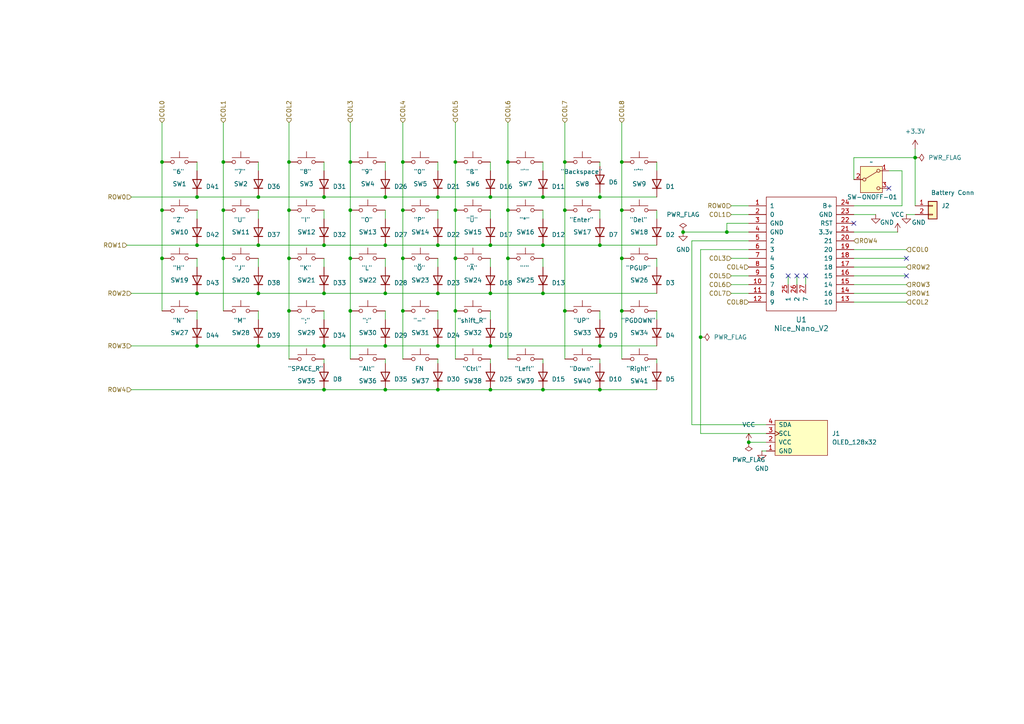
<source format=kicad_sch>
(kicad_sch
	(version 20231120)
	(generator "eeschema")
	(generator_version "8.0")
	(uuid "257e25c7-95c4-4199-9825-6959824a558c")
	(paper "A4")
	(lib_symbols
		(symbol "Connector_Generic:Conn_01x02"
			(pin_names
				(offset 1.016) hide)
			(exclude_from_sim no)
			(in_bom yes)
			(on_board yes)
			(property "Reference" "J"
				(at 0 2.54 0)
				(effects
					(font
						(size 1.27 1.27)
					)
				)
			)
			(property "Value" "Conn_01x02"
				(at 0 -5.08 0)
				(effects
					(font
						(size 1.27 1.27)
					)
				)
			)
			(property "Footprint" ""
				(at 0 0 0)
				(effects
					(font
						(size 1.27 1.27)
					)
					(hide yes)
				)
			)
			(property "Datasheet" "~"
				(at 0 0 0)
				(effects
					(font
						(size 1.27 1.27)
					)
					(hide yes)
				)
			)
			(property "Description" "Generic connector, single row, 01x02, script generated (kicad-library-utils/schlib/autogen/connector/)"
				(at 0 0 0)
				(effects
					(font
						(size 1.27 1.27)
					)
					(hide yes)
				)
			)
			(property "ki_keywords" "connector"
				(at 0 0 0)
				(effects
					(font
						(size 1.27 1.27)
					)
					(hide yes)
				)
			)
			(property "ki_fp_filters" "Connector*:*_1x??_*"
				(at 0 0 0)
				(effects
					(font
						(size 1.27 1.27)
					)
					(hide yes)
				)
			)
			(symbol "Conn_01x02_1_1"
				(rectangle
					(start -1.27 -2.413)
					(end 0 -2.667)
					(stroke
						(width 0.1524)
						(type default)
					)
					(fill
						(type none)
					)
				)
				(rectangle
					(start -1.27 0.127)
					(end 0 -0.127)
					(stroke
						(width 0.1524)
						(type default)
					)
					(fill
						(type none)
					)
				)
				(rectangle
					(start -1.27 1.27)
					(end 1.27 -3.81)
					(stroke
						(width 0.254)
						(type default)
					)
					(fill
						(type background)
					)
				)
				(pin passive line
					(at -5.08 0 0)
					(length 3.81)
					(name "Pin_1"
						(effects
							(font
								(size 1.27 1.27)
							)
						)
					)
					(number "1"
						(effects
							(font
								(size 1.27 1.27)
							)
						)
					)
				)
				(pin passive line
					(at -5.08 -2.54 0)
					(length 3.81)
					(name "Pin_2"
						(effects
							(font
								(size 1.27 1.27)
							)
						)
					)
					(number "2"
						(effects
							(font
								(size 1.27 1.27)
							)
						)
					)
				)
			)
		)
		(symbol "Device:D"
			(pin_numbers hide)
			(pin_names
				(offset 1.016) hide)
			(exclude_from_sim no)
			(in_bom yes)
			(on_board yes)
			(property "Reference" "D"
				(at 0 2.54 0)
				(effects
					(font
						(size 1.27 1.27)
					)
				)
			)
			(property "Value" "D"
				(at 0 -2.54 0)
				(effects
					(font
						(size 1.27 1.27)
					)
				)
			)
			(property "Footprint" ""
				(at 0 0 0)
				(effects
					(font
						(size 1.27 1.27)
					)
					(hide yes)
				)
			)
			(property "Datasheet" "~"
				(at 0 0 0)
				(effects
					(font
						(size 1.27 1.27)
					)
					(hide yes)
				)
			)
			(property "Description" "Diode"
				(at 0 0 0)
				(effects
					(font
						(size 1.27 1.27)
					)
					(hide yes)
				)
			)
			(property "Sim.Device" "D"
				(at 0 0 0)
				(effects
					(font
						(size 1.27 1.27)
					)
					(hide yes)
				)
			)
			(property "Sim.Pins" "1=K 2=A"
				(at 0 0 0)
				(effects
					(font
						(size 1.27 1.27)
					)
					(hide yes)
				)
			)
			(property "ki_keywords" "diode"
				(at 0 0 0)
				(effects
					(font
						(size 1.27 1.27)
					)
					(hide yes)
				)
			)
			(property "ki_fp_filters" "TO-???* *_Diode_* *SingleDiode* D_*"
				(at 0 0 0)
				(effects
					(font
						(size 1.27 1.27)
					)
					(hide yes)
				)
			)
			(symbol "D_0_1"
				(polyline
					(pts
						(xy -1.27 1.27) (xy -1.27 -1.27)
					)
					(stroke
						(width 0.254)
						(type default)
					)
					(fill
						(type none)
					)
				)
				(polyline
					(pts
						(xy 1.27 0) (xy -1.27 0)
					)
					(stroke
						(width 0)
						(type default)
					)
					(fill
						(type none)
					)
				)
				(polyline
					(pts
						(xy 1.27 1.27) (xy 1.27 -1.27) (xy -1.27 0) (xy 1.27 1.27)
					)
					(stroke
						(width 0.254)
						(type default)
					)
					(fill
						(type none)
					)
				)
			)
			(symbol "D_1_1"
				(pin passive line
					(at -3.81 0 0)
					(length 2.54)
					(name "K"
						(effects
							(font
								(size 1.27 1.27)
							)
						)
					)
					(number "1"
						(effects
							(font
								(size 1.27 1.27)
							)
						)
					)
				)
				(pin passive line
					(at 3.81 0 180)
					(length 2.54)
					(name "A"
						(effects
							(font
								(size 1.27 1.27)
							)
						)
					)
					(number "2"
						(effects
							(font
								(size 1.27 1.27)
							)
						)
					)
				)
			)
		)
		(symbol "ScottoKeebs:MCU_Nice_Nano_V2"
			(pin_names
				(offset 1.016)
			)
			(exclude_from_sim no)
			(in_bom yes)
			(on_board yes)
			(property "Reference" "U"
				(at 0 0 0)
				(effects
					(font
						(size 1.524 1.524)
					)
				)
			)
			(property "Value" "Nice_Nano_V2"
				(at 0 -19.05 0)
				(effects
					(font
						(size 1.524 1.524)
					)
				)
			)
			(property "Footprint" "ScottoKeebs_MCU:Nice_Nano_V2"
				(at 0 -22.86 0)
				(effects
					(font
						(size 1.524 1.524)
					)
					(hide yes)
				)
			)
			(property "Datasheet" ""
				(at 26.67 -63.5 90)
				(effects
					(font
						(size 1.524 1.524)
					)
					(hide yes)
				)
			)
			(property "Description" ""
				(at 0 0 0)
				(effects
					(font
						(size 1.27 1.27)
					)
					(hide yes)
				)
			)
			(symbol "MCU_Nice_Nano_V2_0_1"
				(rectangle
					(start -10.16 16.51)
					(end 10.16 -16.51)
					(stroke
						(width 0)
						(type solid)
					)
					(fill
						(type none)
					)
				)
			)
			(symbol "MCU_Nice_Nano_V2_1_1"
				(pin input line
					(at -15.24 13.97 0)
					(length 5.08)
					(name "1"
						(effects
							(font
								(size 1.27 1.27)
							)
						)
					)
					(number "1"
						(effects
							(font
								(size 1.27 1.27)
							)
						)
					)
				)
				(pin input line
					(at -15.24 -8.89 0)
					(length 5.08)
					(name "7"
						(effects
							(font
								(size 1.27 1.27)
							)
						)
					)
					(number "10"
						(effects
							(font
								(size 1.27 1.27)
							)
						)
					)
				)
				(pin input line
					(at -15.24 -11.43 0)
					(length 5.08)
					(name "8"
						(effects
							(font
								(size 1.27 1.27)
							)
						)
					)
					(number "11"
						(effects
							(font
								(size 1.27 1.27)
							)
						)
					)
				)
				(pin input line
					(at -15.24 -13.97 0)
					(length 5.08)
					(name "9"
						(effects
							(font
								(size 1.27 1.27)
							)
						)
					)
					(number "12"
						(effects
							(font
								(size 1.27 1.27)
							)
						)
					)
				)
				(pin input line
					(at 15.24 -13.97 180)
					(length 5.08)
					(name "10"
						(effects
							(font
								(size 1.27 1.27)
							)
						)
					)
					(number "13"
						(effects
							(font
								(size 1.27 1.27)
							)
						)
					)
				)
				(pin input line
					(at 15.24 -11.43 180)
					(length 5.08)
					(name "16"
						(effects
							(font
								(size 1.27 1.27)
							)
						)
					)
					(number "14"
						(effects
							(font
								(size 1.27 1.27)
							)
						)
					)
				)
				(pin input line
					(at 15.24 -8.89 180)
					(length 5.08)
					(name "14"
						(effects
							(font
								(size 1.27 1.27)
							)
						)
					)
					(number "15"
						(effects
							(font
								(size 1.27 1.27)
							)
						)
					)
				)
				(pin input line
					(at 15.24 -6.35 180)
					(length 5.08)
					(name "15"
						(effects
							(font
								(size 1.27 1.27)
							)
						)
					)
					(number "16"
						(effects
							(font
								(size 1.27 1.27)
							)
						)
					)
				)
				(pin input line
					(at 15.24 -3.81 180)
					(length 5.08)
					(name "18"
						(effects
							(font
								(size 1.27 1.27)
							)
						)
					)
					(number "17"
						(effects
							(font
								(size 1.27 1.27)
							)
						)
					)
				)
				(pin input line
					(at 15.24 -1.27 180)
					(length 5.08)
					(name "19"
						(effects
							(font
								(size 1.27 1.27)
							)
						)
					)
					(number "18"
						(effects
							(font
								(size 1.27 1.27)
							)
						)
					)
				)
				(pin input line
					(at 15.24 1.27 180)
					(length 5.08)
					(name "20"
						(effects
							(font
								(size 1.27 1.27)
							)
						)
					)
					(number "19"
						(effects
							(font
								(size 1.27 1.27)
							)
						)
					)
				)
				(pin input line
					(at -15.24 11.43 0)
					(length 5.08)
					(name "0"
						(effects
							(font
								(size 1.27 1.27)
							)
						)
					)
					(number "2"
						(effects
							(font
								(size 1.27 1.27)
							)
						)
					)
				)
				(pin input line
					(at 15.24 3.81 180)
					(length 5.08)
					(name "21"
						(effects
							(font
								(size 1.27 1.27)
							)
						)
					)
					(number "20"
						(effects
							(font
								(size 1.27 1.27)
							)
						)
					)
				)
				(pin input line
					(at 15.24 6.35 180)
					(length 5.08)
					(name "3.3v"
						(effects
							(font
								(size 1.27 1.27)
							)
						)
					)
					(number "21"
						(effects
							(font
								(size 1.27 1.27)
							)
						)
					)
				)
				(pin input line
					(at 15.24 8.89 180)
					(length 5.08)
					(name "RST"
						(effects
							(font
								(size 1.27 1.27)
							)
						)
					)
					(number "22"
						(effects
							(font
								(size 1.27 1.27)
							)
						)
					)
				)
				(pin input line
					(at 15.24 11.43 180)
					(length 5.08)
					(name "GND"
						(effects
							(font
								(size 1.27 1.27)
							)
						)
					)
					(number "23"
						(effects
							(font
								(size 1.27 1.27)
							)
						)
					)
				)
				(pin input line
					(at 15.24 13.97 180)
					(length 5.08)
					(name "B+"
						(effects
							(font
								(size 1.27 1.27)
							)
						)
					)
					(number "24"
						(effects
							(font
								(size 1.27 1.27)
							)
						)
					)
				)
				(pin input line
					(at -3.81 -8.89 270)
					(length 2.5)
					(name "1"
						(effects
							(font
								(size 1.27 1.27)
							)
						)
					)
					(number "25"
						(effects
							(font
								(size 1.27 1.27)
							)
						)
					)
				)
				(pin input line
					(at -1.27 -8.89 270)
					(length 2.5)
					(name "2"
						(effects
							(font
								(size 1.27 1.27)
							)
						)
					)
					(number "26"
						(effects
							(font
								(size 1.27 1.27)
							)
						)
					)
				)
				(pin input line
					(at 1.27 -8.89 270)
					(length 2.5)
					(name "7"
						(effects
							(font
								(size 1.27 1.27)
							)
						)
					)
					(number "27"
						(effects
							(font
								(size 1.27 1.27)
							)
						)
					)
				)
				(pin input line
					(at -15.24 8.89 0)
					(length 5.08)
					(name "GND"
						(effects
							(font
								(size 1.27 1.27)
							)
						)
					)
					(number "3"
						(effects
							(font
								(size 1.27 1.27)
							)
						)
					)
				)
				(pin input line
					(at -15.24 6.35 0)
					(length 5.08)
					(name "GND"
						(effects
							(font
								(size 1.27 1.27)
							)
						)
					)
					(number "4"
						(effects
							(font
								(size 1.27 1.27)
							)
						)
					)
				)
				(pin input line
					(at -15.24 3.81 0)
					(length 5.08)
					(name "2"
						(effects
							(font
								(size 1.27 1.27)
							)
						)
					)
					(number "5"
						(effects
							(font
								(size 1.27 1.27)
							)
						)
					)
				)
				(pin input line
					(at -15.24 1.27 0)
					(length 5.08)
					(name "3"
						(effects
							(font
								(size 1.27 1.27)
							)
						)
					)
					(number "6"
						(effects
							(font
								(size 1.27 1.27)
							)
						)
					)
				)
				(pin input line
					(at -15.24 -1.27 0)
					(length 5.08)
					(name "4"
						(effects
							(font
								(size 1.27 1.27)
							)
						)
					)
					(number "7"
						(effects
							(font
								(size 1.27 1.27)
							)
						)
					)
				)
				(pin input line
					(at -15.24 -3.81 0)
					(length 5.08)
					(name "5"
						(effects
							(font
								(size 1.27 1.27)
							)
						)
					)
					(number "8"
						(effects
							(font
								(size 1.27 1.27)
							)
						)
					)
				)
				(pin input line
					(at -15.24 -6.35 0)
					(length 5.08)
					(name "6"
						(effects
							(font
								(size 1.27 1.27)
							)
						)
					)
					(number "9"
						(effects
							(font
								(size 1.27 1.27)
							)
						)
					)
				)
			)
		)
		(symbol "ScottoKeebs:OLED_128x32"
			(pin_names
				(offset 1.016)
			)
			(exclude_from_sim no)
			(in_bom yes)
			(on_board yes)
			(property "Reference" "J"
				(at 0 -6.35 0)
				(effects
					(font
						(size 1.27 1.27)
					)
				)
			)
			(property "Value" "OLED_128x32"
				(at 0 6.35 0)
				(effects
					(font
						(size 1.27 1.27)
					)
				)
			)
			(property "Footprint" "ScottoKeebs_Components:OLED_128x32"
				(at 0 8.89 0)
				(effects
					(font
						(size 1.27 1.27)
					)
					(hide yes)
				)
			)
			(property "Datasheet" ""
				(at 0 1.27 0)
				(effects
					(font
						(size 1.27 1.27)
					)
					(hide yes)
				)
			)
			(property "Description" ""
				(at 0 0 0)
				(effects
					(font
						(size 1.27 1.27)
					)
					(hide yes)
				)
			)
			(symbol "OLED_128x32_0_1"
				(rectangle
					(start 0 5.08)
					(end 15.24 -5.08)
					(stroke
						(width 0)
						(type default)
					)
					(fill
						(type background)
					)
				)
			)
			(symbol "OLED_128x32_1_1"
				(pin power_in line
					(at -2.54 -3.81 0)
					(length 2.54)
					(name "GND"
						(effects
							(font
								(size 1.27 1.27)
							)
						)
					)
					(number "1"
						(effects
							(font
								(size 1.27 1.27)
							)
						)
					)
				)
				(pin power_in line
					(at -2.54 -1.27 0)
					(length 2.54)
					(name "VCC"
						(effects
							(font
								(size 1.27 1.27)
							)
						)
					)
					(number "2"
						(effects
							(font
								(size 1.27 1.27)
							)
						)
					)
				)
				(pin input clock
					(at -2.54 1.27 0)
					(length 2.54)
					(name "SCL"
						(effects
							(font
								(size 1.27 1.27)
							)
						)
					)
					(number "3"
						(effects
							(font
								(size 1.27 1.27)
							)
						)
					)
				)
				(pin bidirectional line
					(at -2.54 3.81 0)
					(length 2.54)
					(name "SDA"
						(effects
							(font
								(size 1.27 1.27)
							)
						)
					)
					(number "4"
						(effects
							(font
								(size 1.27 1.27)
							)
						)
					)
				)
			)
		)
		(symbol "Switch:SW_Push"
			(pin_numbers hide)
			(pin_names
				(offset 1.016) hide)
			(exclude_from_sim no)
			(in_bom yes)
			(on_board yes)
			(property "Reference" "SW"
				(at 1.27 2.54 0)
				(effects
					(font
						(size 1.27 1.27)
					)
					(justify left)
				)
			)
			(property "Value" "SW_Push"
				(at 0 -1.524 0)
				(effects
					(font
						(size 1.27 1.27)
					)
				)
			)
			(property "Footprint" ""
				(at 0 5.08 0)
				(effects
					(font
						(size 1.27 1.27)
					)
					(hide yes)
				)
			)
			(property "Datasheet" "~"
				(at 0 5.08 0)
				(effects
					(font
						(size 1.27 1.27)
					)
					(hide yes)
				)
			)
			(property "Description" "Push button switch, generic, two pins"
				(at 0 0 0)
				(effects
					(font
						(size 1.27 1.27)
					)
					(hide yes)
				)
			)
			(property "ki_keywords" "switch normally-open pushbutton push-button"
				(at 0 0 0)
				(effects
					(font
						(size 1.27 1.27)
					)
					(hide yes)
				)
			)
			(symbol "SW_Push_0_1"
				(circle
					(center -2.032 0)
					(radius 0.508)
					(stroke
						(width 0)
						(type default)
					)
					(fill
						(type none)
					)
				)
				(polyline
					(pts
						(xy 0 1.27) (xy 0 3.048)
					)
					(stroke
						(width 0)
						(type default)
					)
					(fill
						(type none)
					)
				)
				(polyline
					(pts
						(xy 2.54 1.27) (xy -2.54 1.27)
					)
					(stroke
						(width 0)
						(type default)
					)
					(fill
						(type none)
					)
				)
				(circle
					(center 2.032 0)
					(radius 0.508)
					(stroke
						(width 0)
						(type default)
					)
					(fill
						(type none)
					)
				)
				(pin passive line
					(at -5.08 0 0)
					(length 2.54)
					(name "1"
						(effects
							(font
								(size 1.27 1.27)
							)
						)
					)
					(number "1"
						(effects
							(font
								(size 1.27 1.27)
							)
						)
					)
				)
				(pin passive line
					(at 5.08 0 180)
					(length 2.54)
					(name "2"
						(effects
							(font
								(size 1.27 1.27)
							)
						)
					)
					(number "2"
						(effects
							(font
								(size 1.27 1.27)
							)
						)
					)
				)
			)
		)
		(symbol "Switch:SW_SPDT"
			(pin_names
				(offset 0) hide)
			(exclude_from_sim no)
			(in_bom yes)
			(on_board yes)
			(property "Reference" "SW"
				(at 0 5.08 0)
				(effects
					(font
						(size 1.27 1.27)
					)
				)
			)
			(property "Value" "SW_SPDT"
				(at 0 -5.08 0)
				(effects
					(font
						(size 1.27 1.27)
					)
				)
			)
			(property "Footprint" ""
				(at 0 0 0)
				(effects
					(font
						(size 1.27 1.27)
					)
					(hide yes)
				)
			)
			(property "Datasheet" "~"
				(at 0 -7.62 0)
				(effects
					(font
						(size 1.27 1.27)
					)
					(hide yes)
				)
			)
			(property "Description" "Switch, single pole double throw"
				(at 0 0 0)
				(effects
					(font
						(size 1.27 1.27)
					)
					(hide yes)
				)
			)
			(property "ki_keywords" "switch single-pole double-throw spdt ON-ON"
				(at 0 0 0)
				(effects
					(font
						(size 1.27 1.27)
					)
					(hide yes)
				)
			)
			(symbol "SW_SPDT_0_1"
				(circle
					(center -2.032 0)
					(radius 0.4572)
					(stroke
						(width 0)
						(type default)
					)
					(fill
						(type none)
					)
				)
				(polyline
					(pts
						(xy -1.651 0.254) (xy 1.651 2.286)
					)
					(stroke
						(width 0)
						(type default)
					)
					(fill
						(type none)
					)
				)
				(circle
					(center 2.032 -2.54)
					(radius 0.4572)
					(stroke
						(width 0)
						(type default)
					)
					(fill
						(type none)
					)
				)
				(circle
					(center 2.032 2.54)
					(radius 0.4572)
					(stroke
						(width 0)
						(type default)
					)
					(fill
						(type none)
					)
				)
			)
			(symbol "SW_SPDT_1_1"
				(rectangle
					(start -3.175 3.81)
					(end 3.175 -3.81)
					(stroke
						(width 0)
						(type default)
					)
					(fill
						(type background)
					)
				)
				(pin passive line
					(at 5.08 2.54 180)
					(length 2.54)
					(name "A"
						(effects
							(font
								(size 1.27 1.27)
							)
						)
					)
					(number "1"
						(effects
							(font
								(size 1.27 1.27)
							)
						)
					)
				)
				(pin passive line
					(at -5.08 0 0)
					(length 2.54)
					(name "B"
						(effects
							(font
								(size 1.27 1.27)
							)
						)
					)
					(number "2"
						(effects
							(font
								(size 1.27 1.27)
							)
						)
					)
				)
				(pin passive line
					(at 5.08 -2.54 180)
					(length 2.54)
					(name "C"
						(effects
							(font
								(size 1.27 1.27)
							)
						)
					)
					(number "3"
						(effects
							(font
								(size 1.27 1.27)
							)
						)
					)
				)
			)
		)
		(symbol "power:+3.3V"
			(power)
			(pin_numbers hide)
			(pin_names
				(offset 0) hide)
			(exclude_from_sim no)
			(in_bom yes)
			(on_board yes)
			(property "Reference" "#PWR"
				(at 0 -3.81 0)
				(effects
					(font
						(size 1.27 1.27)
					)
					(hide yes)
				)
			)
			(property "Value" "+3.3V"
				(at 0 3.556 0)
				(effects
					(font
						(size 1.27 1.27)
					)
				)
			)
			(property "Footprint" ""
				(at 0 0 0)
				(effects
					(font
						(size 1.27 1.27)
					)
					(hide yes)
				)
			)
			(property "Datasheet" ""
				(at 0 0 0)
				(effects
					(font
						(size 1.27 1.27)
					)
					(hide yes)
				)
			)
			(property "Description" "Power symbol creates a global label with name \"+3.3V\""
				(at 0 0 0)
				(effects
					(font
						(size 1.27 1.27)
					)
					(hide yes)
				)
			)
			(property "ki_keywords" "global power"
				(at 0 0 0)
				(effects
					(font
						(size 1.27 1.27)
					)
					(hide yes)
				)
			)
			(symbol "+3.3V_0_1"
				(polyline
					(pts
						(xy -0.762 1.27) (xy 0 2.54)
					)
					(stroke
						(width 0)
						(type default)
					)
					(fill
						(type none)
					)
				)
				(polyline
					(pts
						(xy 0 0) (xy 0 2.54)
					)
					(stroke
						(width 0)
						(type default)
					)
					(fill
						(type none)
					)
				)
				(polyline
					(pts
						(xy 0 2.54) (xy 0.762 1.27)
					)
					(stroke
						(width 0)
						(type default)
					)
					(fill
						(type none)
					)
				)
			)
			(symbol "+3.3V_1_1"
				(pin power_in line
					(at 0 0 90)
					(length 0)
					(name "~"
						(effects
							(font
								(size 1.27 1.27)
							)
						)
					)
					(number "1"
						(effects
							(font
								(size 1.27 1.27)
							)
						)
					)
				)
			)
		)
		(symbol "power:GND"
			(power)
			(pin_numbers hide)
			(pin_names
				(offset 0) hide)
			(exclude_from_sim no)
			(in_bom yes)
			(on_board yes)
			(property "Reference" "#PWR"
				(at 0 -6.35 0)
				(effects
					(font
						(size 1.27 1.27)
					)
					(hide yes)
				)
			)
			(property "Value" "GND"
				(at 0 -3.81 0)
				(effects
					(font
						(size 1.27 1.27)
					)
				)
			)
			(property "Footprint" ""
				(at 0 0 0)
				(effects
					(font
						(size 1.27 1.27)
					)
					(hide yes)
				)
			)
			(property "Datasheet" ""
				(at 0 0 0)
				(effects
					(font
						(size 1.27 1.27)
					)
					(hide yes)
				)
			)
			(property "Description" "Power symbol creates a global label with name \"GND\" , ground"
				(at 0 0 0)
				(effects
					(font
						(size 1.27 1.27)
					)
					(hide yes)
				)
			)
			(property "ki_keywords" "global power"
				(at 0 0 0)
				(effects
					(font
						(size 1.27 1.27)
					)
					(hide yes)
				)
			)
			(symbol "GND_0_1"
				(polyline
					(pts
						(xy 0 0) (xy 0 -1.27) (xy 1.27 -1.27) (xy 0 -2.54) (xy -1.27 -1.27) (xy 0 -1.27)
					)
					(stroke
						(width 0)
						(type default)
					)
					(fill
						(type none)
					)
				)
			)
			(symbol "GND_1_1"
				(pin power_in line
					(at 0 0 270)
					(length 0)
					(name "~"
						(effects
							(font
								(size 1.27 1.27)
							)
						)
					)
					(number "1"
						(effects
							(font
								(size 1.27 1.27)
							)
						)
					)
				)
			)
		)
		(symbol "power:PWR_FLAG"
			(power)
			(pin_numbers hide)
			(pin_names
				(offset 0) hide)
			(exclude_from_sim no)
			(in_bom yes)
			(on_board yes)
			(property "Reference" "#FLG"
				(at 0 1.905 0)
				(effects
					(font
						(size 1.27 1.27)
					)
					(hide yes)
				)
			)
			(property "Value" "PWR_FLAG"
				(at 0 3.81 0)
				(effects
					(font
						(size 1.27 1.27)
					)
				)
			)
			(property "Footprint" ""
				(at 0 0 0)
				(effects
					(font
						(size 1.27 1.27)
					)
					(hide yes)
				)
			)
			(property "Datasheet" "~"
				(at 0 0 0)
				(effects
					(font
						(size 1.27 1.27)
					)
					(hide yes)
				)
			)
			(property "Description" "Special symbol for telling ERC where power comes from"
				(at 0 0 0)
				(effects
					(font
						(size 1.27 1.27)
					)
					(hide yes)
				)
			)
			(property "ki_keywords" "flag power"
				(at 0 0 0)
				(effects
					(font
						(size 1.27 1.27)
					)
					(hide yes)
				)
			)
			(symbol "PWR_FLAG_0_0"
				(pin power_out line
					(at 0 0 90)
					(length 0)
					(name "~"
						(effects
							(font
								(size 1.27 1.27)
							)
						)
					)
					(number "1"
						(effects
							(font
								(size 1.27 1.27)
							)
						)
					)
				)
			)
			(symbol "PWR_FLAG_0_1"
				(polyline
					(pts
						(xy 0 0) (xy 0 1.27) (xy -1.016 1.905) (xy 0 2.54) (xy 1.016 1.905) (xy 0 1.27)
					)
					(stroke
						(width 0)
						(type default)
					)
					(fill
						(type none)
					)
				)
			)
		)
		(symbol "power:VCC"
			(power)
			(pin_numbers hide)
			(pin_names
				(offset 0) hide)
			(exclude_from_sim no)
			(in_bom yes)
			(on_board yes)
			(property "Reference" "#PWR"
				(at 0 -3.81 0)
				(effects
					(font
						(size 1.27 1.27)
					)
					(hide yes)
				)
			)
			(property "Value" "VCC"
				(at 0 3.556 0)
				(effects
					(font
						(size 1.27 1.27)
					)
				)
			)
			(property "Footprint" ""
				(at 0 0 0)
				(effects
					(font
						(size 1.27 1.27)
					)
					(hide yes)
				)
			)
			(property "Datasheet" ""
				(at 0 0 0)
				(effects
					(font
						(size 1.27 1.27)
					)
					(hide yes)
				)
			)
			(property "Description" "Power symbol creates a global label with name \"VCC\""
				(at 0 0 0)
				(effects
					(font
						(size 1.27 1.27)
					)
					(hide yes)
				)
			)
			(property "ki_keywords" "global power"
				(at 0 0 0)
				(effects
					(font
						(size 1.27 1.27)
					)
					(hide yes)
				)
			)
			(symbol "VCC_0_1"
				(polyline
					(pts
						(xy -0.762 1.27) (xy 0 2.54)
					)
					(stroke
						(width 0)
						(type default)
					)
					(fill
						(type none)
					)
				)
				(polyline
					(pts
						(xy 0 0) (xy 0 2.54)
					)
					(stroke
						(width 0)
						(type default)
					)
					(fill
						(type none)
					)
				)
				(polyline
					(pts
						(xy 0 2.54) (xy 0.762 1.27)
					)
					(stroke
						(width 0)
						(type default)
					)
					(fill
						(type none)
					)
				)
			)
			(symbol "VCC_1_1"
				(pin power_in line
					(at 0 0 90)
					(length 0)
					(name "~"
						(effects
							(font
								(size 1.27 1.27)
							)
						)
					)
					(number "1"
						(effects
							(font
								(size 1.27 1.27)
							)
						)
					)
				)
			)
		)
	)
	(junction
		(at 173.99 71.12)
		(diameter 0)
		(color 0 0 0 0)
		(uuid "01efa8b2-ded2-4675-807b-1bd6ccdf808f")
	)
	(junction
		(at 180.34 90.17)
		(diameter 0)
		(color 0 0 0 0)
		(uuid "0a995a74-6154-4fa1-ac18-e27a489fba92")
	)
	(junction
		(at 83.82 90.17)
		(diameter 0)
		(color 0 0 0 0)
		(uuid "0da30998-5178-4411-8900-3d1cb76e933a")
	)
	(junction
		(at 116.84 90.17)
		(diameter 0)
		(color 0 0 0 0)
		(uuid "11673677-fc81-4df7-ba9e-b1e5586e313f")
	)
	(junction
		(at 101.6 60.96)
		(diameter 0)
		(color 0 0 0 0)
		(uuid "18206d30-becc-41f1-b8e3-22cecf4050a6")
	)
	(junction
		(at 83.82 46.99)
		(diameter 0)
		(color 0 0 0 0)
		(uuid "1bed9578-ccaf-440b-8342-38c393475d70")
	)
	(junction
		(at 173.99 57.15)
		(diameter 0)
		(color 0 0 0 0)
		(uuid "1c7d2d85-7ec8-499f-9e2d-ed5be00c81cd")
	)
	(junction
		(at 173.99 113.03)
		(diameter 0)
		(color 0 0 0 0)
		(uuid "241eccef-4cbf-4a0d-ae9f-819f80b491e9")
	)
	(junction
		(at 74.93 85.09)
		(diameter 0)
		(color 0 0 0 0)
		(uuid "24af4c32-944c-43bd-abf1-231f4dd74d4a")
	)
	(junction
		(at 101.6 74.93)
		(diameter 0)
		(color 0 0 0 0)
		(uuid "27188f0f-0daf-455f-bd6d-31c35b4390f2")
	)
	(junction
		(at 127 113.03)
		(diameter 0)
		(color 0 0 0 0)
		(uuid "2da31c0c-dcae-4cdf-ba53-52807f3565ac")
	)
	(junction
		(at 132.08 74.93)
		(diameter 0)
		(color 0 0 0 0)
		(uuid "3264effe-73c3-43b5-95c6-99c762bf08be")
	)
	(junction
		(at 101.6 90.17)
		(diameter 0)
		(color 0 0 0 0)
		(uuid "37b4a914-c255-4ad6-87be-be32ba1ab1e6")
	)
	(junction
		(at 93.98 57.15)
		(diameter 0)
		(color 0 0 0 0)
		(uuid "3a10afb3-d16e-4c7b-acde-acb48b058828")
	)
	(junction
		(at 46.99 46.99)
		(diameter 0)
		(color 0 0 0 0)
		(uuid "42ce84a0-1844-4df6-b979-b43ad5f8307d")
	)
	(junction
		(at 116.84 74.93)
		(diameter 0)
		(color 0 0 0 0)
		(uuid "4353e18f-5ec5-484f-92c0-a9d66338238f")
	)
	(junction
		(at 111.76 113.03)
		(diameter 0)
		(color 0 0 0 0)
		(uuid "48d64409-b192-44d5-aa89-8875c9d0fc03")
	)
	(junction
		(at 157.48 85.09)
		(diameter 0)
		(color 0 0 0 0)
		(uuid "4a4aab05-bd78-4531-9ffc-309d17587f19")
	)
	(junction
		(at 147.32 60.96)
		(diameter 0)
		(color 0 0 0 0)
		(uuid "4ea8ca0c-dca5-4b4a-8e23-c40ee30fbc6b")
	)
	(junction
		(at 57.15 100.33)
		(diameter 0)
		(color 0 0 0 0)
		(uuid "58e713b9-b3c8-4100-8ef5-177c4f5908a4")
	)
	(junction
		(at 142.24 100.33)
		(diameter 0)
		(color 0 0 0 0)
		(uuid "5aa77512-a3e2-4934-9aa6-ae87ce953c10")
	)
	(junction
		(at 163.83 90.17)
		(diameter 0)
		(color 0 0 0 0)
		(uuid "5dee1570-a0b1-4342-a26a-7422bf91aa3b")
	)
	(junction
		(at 93.98 85.09)
		(diameter 0)
		(color 0 0 0 0)
		(uuid "62a92086-0fed-4ec2-8ab2-aed5f7ee9884")
	)
	(junction
		(at 116.84 46.99)
		(diameter 0)
		(color 0 0 0 0)
		(uuid "64cf41b8-28f9-45ef-8e20-ddc710375e2d")
	)
	(junction
		(at 163.83 46.99)
		(diameter 0)
		(color 0 0 0 0)
		(uuid "715875fb-ae8c-4b1f-9e73-93934d7652f6")
	)
	(junction
		(at 46.99 60.96)
		(diameter 0)
		(color 0 0 0 0)
		(uuid "72be4a13-bcba-42f3-a772-b4a1285d0def")
	)
	(junction
		(at 57.15 57.15)
		(diameter 0)
		(color 0 0 0 0)
		(uuid "76441204-01e0-44e3-9038-87a555901455")
	)
	(junction
		(at 142.24 57.15)
		(diameter 0)
		(color 0 0 0 0)
		(uuid "77e2802a-badd-46f0-8da5-a87d786d9e85")
	)
	(junction
		(at 64.77 46.99)
		(diameter 0)
		(color 0 0 0 0)
		(uuid "7848e0ba-9802-482e-839b-0798c5a88996")
	)
	(junction
		(at 180.34 74.93)
		(diameter 0)
		(color 0 0 0 0)
		(uuid "794c4d27-80f4-4253-b526-b773234cc6f4")
	)
	(junction
		(at 203.2 97.79)
		(diameter 0)
		(color 0 0 0 0)
		(uuid "795eec5c-01fa-4fdd-a4cb-52ea5dbd15b9")
	)
	(junction
		(at 64.77 60.96)
		(diameter 0)
		(color 0 0 0 0)
		(uuid "82238183-d140-45f1-8a68-ee6f435f75d4")
	)
	(junction
		(at 163.83 60.96)
		(diameter 0)
		(color 0 0 0 0)
		(uuid "827e1b57-f082-4346-9df3-da3cc5e2d8b8")
	)
	(junction
		(at 142.24 113.03)
		(diameter 0)
		(color 0 0 0 0)
		(uuid "84c18323-21f8-4ed0-aa62-8b66cf5dded8")
	)
	(junction
		(at 210.82 67.31)
		(diameter 0)
		(color 0 0 0 0)
		(uuid "84ea0f75-90b7-4ce8-84c7-41bb97b460b6")
	)
	(junction
		(at 180.34 60.96)
		(diameter 0)
		(color 0 0 0 0)
		(uuid "8548c36c-baa7-4d31-a8c9-44af30e21e8f")
	)
	(junction
		(at 127 100.33)
		(diameter 0)
		(color 0 0 0 0)
		(uuid "88de0fff-908c-45be-b9c8-94481aab2f77")
	)
	(junction
		(at 198.12 67.31)
		(diameter 0)
		(color 0 0 0 0)
		(uuid "89f11c56-547c-4d24-9e79-9ac7d738b9fa")
	)
	(junction
		(at 132.08 60.96)
		(diameter 0)
		(color 0 0 0 0)
		(uuid "8b2a0703-9611-4bda-be69-7d067c714a27")
	)
	(junction
		(at 127 57.15)
		(diameter 0)
		(color 0 0 0 0)
		(uuid "8bd77ae4-3fb8-4334-bd87-9b2354364666")
	)
	(junction
		(at 173.99 100.33)
		(diameter 0)
		(color 0 0 0 0)
		(uuid "8e114f03-2285-41b7-9e7c-fb609fd195b9")
	)
	(junction
		(at 132.08 46.99)
		(diameter 0)
		(color 0 0 0 0)
		(uuid "9125a1a9-99b0-45aa-b704-a655c79c4e37")
	)
	(junction
		(at 83.82 74.93)
		(diameter 0)
		(color 0 0 0 0)
		(uuid "951afa8c-5736-4638-8352-f86ea0e24e51")
	)
	(junction
		(at 74.93 57.15)
		(diameter 0)
		(color 0 0 0 0)
		(uuid "95f7e399-2049-4ad3-98df-ce57323dab40")
	)
	(junction
		(at 157.48 71.12)
		(diameter 0)
		(color 0 0 0 0)
		(uuid "9a81122b-b640-4156-bc10-6485484150eb")
	)
	(junction
		(at 46.99 74.93)
		(diameter 0)
		(color 0 0 0 0)
		(uuid "9c5341ad-2db8-488d-aa74-9169cf451d0b")
	)
	(junction
		(at 265.43 45.72)
		(diameter 0)
		(color 0 0 0 0)
		(uuid "9e7c9b30-1611-4db7-aeab-11fb6b4419c9")
	)
	(junction
		(at 116.84 60.96)
		(diameter 0)
		(color 0 0 0 0)
		(uuid "a04b2178-0f15-4333-8cb8-181fe440644a")
	)
	(junction
		(at 57.15 71.12)
		(diameter 0)
		(color 0 0 0 0)
		(uuid "a23f65b0-810a-4de8-a30d-266057d7a041")
	)
	(junction
		(at 142.24 85.09)
		(diameter 0)
		(color 0 0 0 0)
		(uuid "a5b41cf9-1d19-4b00-938e-054cb0ebd463")
	)
	(junction
		(at 147.32 46.99)
		(diameter 0)
		(color 0 0 0 0)
		(uuid "a71c789a-31c4-4884-b9bf-1ba127b43038")
	)
	(junction
		(at 83.82 60.96)
		(diameter 0)
		(color 0 0 0 0)
		(uuid "a733082e-1b7f-4a86-ba5a-883bd6ba0f71")
	)
	(junction
		(at 142.24 71.12)
		(diameter 0)
		(color 0 0 0 0)
		(uuid "ab36a2a6-3a6f-451e-8da1-5dc2fd9b883b")
	)
	(junction
		(at 111.76 100.33)
		(diameter 0)
		(color 0 0 0 0)
		(uuid "abdca582-dac7-4a1b-885f-8cb832365c61")
	)
	(junction
		(at 147.32 74.93)
		(diameter 0)
		(color 0 0 0 0)
		(uuid "b07c9a07-2a7d-4806-8d59-561f9267076c")
	)
	(junction
		(at 111.76 57.15)
		(diameter 0)
		(color 0 0 0 0)
		(uuid "b0ac0f96-5983-4058-9007-6e777e5efdcd")
	)
	(junction
		(at 127 71.12)
		(diameter 0)
		(color 0 0 0 0)
		(uuid "b8f9a4ce-ddbc-4171-8e7c-1d7947e2287f")
	)
	(junction
		(at 57.15 85.09)
		(diameter 0)
		(color 0 0 0 0)
		(uuid "beb83690-284a-4641-a801-69c4bb5da8f0")
	)
	(junction
		(at 74.93 100.33)
		(diameter 0)
		(color 0 0 0 0)
		(uuid "c21a71c1-cf17-4225-b910-e00eb7bd1bba")
	)
	(junction
		(at 157.48 57.15)
		(diameter 0)
		(color 0 0 0 0)
		(uuid "c6b0e832-5f7c-4292-b82d-b562a7aa46f3")
	)
	(junction
		(at 132.08 90.17)
		(diameter 0)
		(color 0 0 0 0)
		(uuid "c79661d7-cf07-42e8-a6b1-45aa9ac5957e")
	)
	(junction
		(at 180.34 46.99)
		(diameter 0)
		(color 0 0 0 0)
		(uuid "cade214e-d77c-4d52-8aef-a811a1c7e31c")
	)
	(junction
		(at 217.17 128.27)
		(diameter 0)
		(color 0 0 0 0)
		(uuid "d163f5f9-2534-4e3d-8852-984cb9f071eb")
	)
	(junction
		(at 93.98 113.03)
		(diameter 0)
		(color 0 0 0 0)
		(uuid "d6192f7d-7004-410b-bd1e-b6bc0215dbd2")
	)
	(junction
		(at 93.98 100.33)
		(diameter 0)
		(color 0 0 0 0)
		(uuid "dc587f93-b12b-46e9-add0-5ef2184813bf")
	)
	(junction
		(at 127 85.09)
		(diameter 0)
		(color 0 0 0 0)
		(uuid "e3788076-5b43-43d2-a9e8-67900d8b5460")
	)
	(junction
		(at 111.76 71.12)
		(diameter 0)
		(color 0 0 0 0)
		(uuid "e718af27-3a94-45f1-bae6-56ecf578b1d3")
	)
	(junction
		(at 157.48 113.03)
		(diameter 0)
		(color 0 0 0 0)
		(uuid "e78cdd4b-047e-4f32-b5bb-33aace602687")
	)
	(junction
		(at 101.6 46.99)
		(diameter 0)
		(color 0 0 0 0)
		(uuid "ec516f05-9848-4935-8e81-c9e194b28ee3")
	)
	(junction
		(at 111.76 85.09)
		(diameter 0)
		(color 0 0 0 0)
		(uuid "ec982145-b4e4-40d0-a6e2-0cdf76907008")
	)
	(junction
		(at 74.93 71.12)
		(diameter 0)
		(color 0 0 0 0)
		(uuid "eca5866b-55a9-4925-b939-126b425d6786")
	)
	(junction
		(at 93.98 71.12)
		(diameter 0)
		(color 0 0 0 0)
		(uuid "f068f97c-21b3-48e2-80ff-c134179ee339")
	)
	(junction
		(at 64.77 74.93)
		(diameter 0)
		(color 0 0 0 0)
		(uuid "fabef786-0ccf-4d23-950a-5ebd19c347f6")
	)
	(no_connect
		(at 262.89 80.01)
		(uuid "8991c3bc-9543-4c26-97b2-246b45ba358a")
	)
	(no_connect
		(at 231.14 80.01)
		(uuid "a08584ee-23d9-477b-9959-359165cc3b29")
	)
	(no_connect
		(at 262.89 74.93)
		(uuid "b10757c0-4d54-4ead-829b-c4a51942520c")
	)
	(no_connect
		(at 257.81 54.61)
		(uuid "b49c9b1c-fe38-4eae-93a2-540e4fa7c582")
	)
	(no_connect
		(at 233.68 80.01)
		(uuid "c3818f0a-3fd7-43be-9b25-7f6b071ab77e")
	)
	(no_connect
		(at 228.6 80.01)
		(uuid "e6e8a102-41a3-4ab4-a943-c347519fbf21")
	)
	(no_connect
		(at 247.65 64.77)
		(uuid "fd44155c-93c9-4213-b9e3-a98440edbb16")
	)
	(wire
		(pts
			(xy 261.62 49.53) (xy 257.81 49.53)
		)
		(stroke
			(width 0)
			(type default)
		)
		(uuid "00632144-4492-4930-8633-5e0f94775532")
	)
	(wire
		(pts
			(xy 203.2 125.73) (xy 203.2 97.79)
		)
		(stroke
			(width 0)
			(type default)
		)
		(uuid "0453c61b-866b-475f-9bc5-4fbf8f23baba")
	)
	(wire
		(pts
			(xy 38.1 113.03) (xy 93.98 113.03)
		)
		(stroke
			(width 0)
			(type default)
		)
		(uuid "05c50b6a-78a8-423c-b02f-b779ced0c8fa")
	)
	(wire
		(pts
			(xy 127 74.93) (xy 127 77.47)
		)
		(stroke
			(width 0)
			(type default)
		)
		(uuid "06fbc615-c451-41aa-abd0-b15a7b19f357")
	)
	(wire
		(pts
			(xy 200.66 69.85) (xy 217.17 69.85)
		)
		(stroke
			(width 0)
			(type default)
		)
		(uuid "0d8d6c4d-0358-4be4-8fbe-7c37fc79a943")
	)
	(wire
		(pts
			(xy 247.65 82.55) (xy 262.89 82.55)
		)
		(stroke
			(width 0)
			(type default)
		)
		(uuid "0de28865-9332-4690-ae3b-4d55a8863e6d")
	)
	(wire
		(pts
			(xy 142.24 74.93) (xy 142.24 77.47)
		)
		(stroke
			(width 0)
			(type default)
		)
		(uuid "102973e0-465a-49fe-ad0b-d381da66ab8d")
	)
	(wire
		(pts
			(xy 46.99 60.96) (xy 46.99 74.93)
		)
		(stroke
			(width 0)
			(type default)
		)
		(uuid "135ca0c3-5e8d-4314-9526-a528e28152f0")
	)
	(wire
		(pts
			(xy 38.1 57.15) (xy 57.15 57.15)
		)
		(stroke
			(width 0)
			(type default)
		)
		(uuid "14df06e6-94e0-4e4c-86e5-76614ea8dcae")
	)
	(wire
		(pts
			(xy 116.84 90.17) (xy 116.84 104.14)
		)
		(stroke
			(width 0)
			(type default)
		)
		(uuid "1a14ebe9-0cbe-460c-a4d2-45cd1307a01c")
	)
	(wire
		(pts
			(xy 157.48 74.93) (xy 157.48 77.47)
		)
		(stroke
			(width 0)
			(type default)
		)
		(uuid "1a98feff-8fd5-471e-b303-437dc7471c16")
	)
	(wire
		(pts
			(xy 190.5 60.96) (xy 190.5 63.5)
		)
		(stroke
			(width 0)
			(type default)
		)
		(uuid "1f4980b2-5baa-4414-af24-c45d30391365")
	)
	(wire
		(pts
			(xy 203.2 125.73) (xy 222.25 125.73)
		)
		(stroke
			(width 0)
			(type default)
		)
		(uuid "1fbbb31c-dc55-4f71-95b5-7234dc6455bd")
	)
	(wire
		(pts
			(xy 247.65 77.47) (xy 262.89 77.47)
		)
		(stroke
			(width 0)
			(type default)
		)
		(uuid "201593ec-07cd-4fad-bbd2-a79b3a811405")
	)
	(wire
		(pts
			(xy 127 57.15) (xy 142.24 57.15)
		)
		(stroke
			(width 0)
			(type default)
		)
		(uuid "22eae7db-2294-4369-ba93-a9910f16f2d2")
	)
	(wire
		(pts
			(xy 101.6 60.96) (xy 101.6 74.93)
		)
		(stroke
			(width 0)
			(type default)
		)
		(uuid "255d76e8-6ca8-485f-82d3-b48c7a99d277")
	)
	(wire
		(pts
			(xy 93.98 90.17) (xy 93.98 92.71)
		)
		(stroke
			(width 0)
			(type default)
		)
		(uuid "2649d657-08a8-4c5e-87b4-716536cbf8cf")
	)
	(wire
		(pts
			(xy 57.15 90.17) (xy 57.15 92.71)
		)
		(stroke
			(width 0)
			(type default)
		)
		(uuid "270cf2d0-5263-4dda-be48-1ff6b83eef1c")
	)
	(wire
		(pts
			(xy 190.5 74.93) (xy 190.5 77.47)
		)
		(stroke
			(width 0)
			(type default)
		)
		(uuid "279a313a-220e-4e45-879e-744d181d93fd")
	)
	(wire
		(pts
			(xy 247.65 67.31) (xy 260.35 67.31)
		)
		(stroke
			(width 0)
			(type default)
		)
		(uuid "28093b64-6668-40e5-a7a6-215f401efcd1")
	)
	(wire
		(pts
			(xy 247.65 52.07) (xy 247.65 45.72)
		)
		(stroke
			(width 0)
			(type default)
		)
		(uuid "2a19fcec-469a-46ab-aa60-c2a35c1be8a9")
	)
	(wire
		(pts
			(xy 127 90.17) (xy 127 92.71)
		)
		(stroke
			(width 0)
			(type default)
		)
		(uuid "2a4cb666-be73-465a-85e5-4983030aec85")
	)
	(wire
		(pts
			(xy 111.76 113.03) (xy 127 113.03)
		)
		(stroke
			(width 0)
			(type default)
		)
		(uuid "2bc43375-0b9a-458e-9f48-0055b473614b")
	)
	(wire
		(pts
			(xy 132.08 60.96) (xy 132.08 74.93)
		)
		(stroke
			(width 0)
			(type default)
		)
		(uuid "2c57cb67-e7d3-472a-8076-d6c8c267687a")
	)
	(wire
		(pts
			(xy 93.98 71.12) (xy 111.76 71.12)
		)
		(stroke
			(width 0)
			(type default)
		)
		(uuid "2ec8029a-3868-42d4-ad16-401d2641c691")
	)
	(wire
		(pts
			(xy 93.98 113.03) (xy 111.76 113.03)
		)
		(stroke
			(width 0)
			(type default)
		)
		(uuid "31ea711f-230c-4f5a-a060-7623d27a4f43")
	)
	(wire
		(pts
			(xy 142.24 60.96) (xy 142.24 63.5)
		)
		(stroke
			(width 0)
			(type default)
		)
		(uuid "32cda65d-5ff2-4bad-813d-99a2a455b3cc")
	)
	(wire
		(pts
			(xy 190.5 104.14) (xy 190.5 105.41)
		)
		(stroke
			(width 0)
			(type default)
		)
		(uuid "32d3a7d8-e7a7-435f-9e90-04200731247d")
	)
	(wire
		(pts
			(xy 261.62 59.69) (xy 261.62 49.53)
		)
		(stroke
			(width 0)
			(type default)
		)
		(uuid "334435a2-5f1a-4fc6-8e59-8a6e5b33fd2e")
	)
	(wire
		(pts
			(xy 173.99 57.15) (xy 190.5 57.15)
		)
		(stroke
			(width 0)
			(type default)
		)
		(uuid "36ddf3ff-92d1-40f9-9f07-2eab30000c89")
	)
	(wire
		(pts
			(xy 46.99 74.93) (xy 46.99 90.17)
		)
		(stroke
			(width 0)
			(type default)
		)
		(uuid "398fecb8-0b91-4896-a0ad-ba1f097fef1e")
	)
	(wire
		(pts
			(xy 180.34 60.96) (xy 180.34 74.93)
		)
		(stroke
			(width 0)
			(type default)
		)
		(uuid "3afe6aba-b7df-4529-b944-fa5559ce198a")
	)
	(wire
		(pts
			(xy 116.84 60.96) (xy 116.84 74.93)
		)
		(stroke
			(width 0)
			(type default)
		)
		(uuid "3b00293f-7290-4c28-a7ee-c2892aa38856")
	)
	(wire
		(pts
			(xy 116.84 35.56) (xy 116.84 46.99)
		)
		(stroke
			(width 0)
			(type default)
		)
		(uuid "3b5b808a-fffa-4883-806d-40617f139c40")
	)
	(wire
		(pts
			(xy 210.82 64.77) (xy 210.82 67.31)
		)
		(stroke
			(width 0)
			(type default)
		)
		(uuid "3cea026a-1041-4683-ab66-2681d7c9efa9")
	)
	(wire
		(pts
			(xy 101.6 46.99) (xy 101.6 60.96)
		)
		(stroke
			(width 0)
			(type default)
		)
		(uuid "3ceba3a7-0e43-47e5-a25e-217c3d6e2bd1")
	)
	(wire
		(pts
			(xy 142.24 100.33) (xy 173.99 100.33)
		)
		(stroke
			(width 0)
			(type default)
		)
		(uuid "3e071a80-16b9-46b8-a0e5-dadb913a44ab")
	)
	(wire
		(pts
			(xy 57.15 60.96) (xy 57.15 63.5)
		)
		(stroke
			(width 0)
			(type default)
		)
		(uuid "3e23da6d-452c-47d3-b666-1657e08a73cd")
	)
	(wire
		(pts
			(xy 157.48 113.03) (xy 173.99 113.03)
		)
		(stroke
			(width 0)
			(type default)
		)
		(uuid "3f5ddd51-9d56-404f-9e37-178a50d6b111")
	)
	(wire
		(pts
			(xy 127 104.14) (xy 127 105.41)
		)
		(stroke
			(width 0)
			(type default)
		)
		(uuid "426fb245-51f2-4223-8879-8b2fc33989bc")
	)
	(wire
		(pts
			(xy 142.24 57.15) (xy 157.48 57.15)
		)
		(stroke
			(width 0)
			(type default)
		)
		(uuid "42803662-88de-4fec-afed-25b5c0148319")
	)
	(wire
		(pts
			(xy 74.93 57.15) (xy 93.98 57.15)
		)
		(stroke
			(width 0)
			(type default)
		)
		(uuid "42919434-da07-486e-a0db-d3c92f434912")
	)
	(wire
		(pts
			(xy 111.76 71.12) (xy 127 71.12)
		)
		(stroke
			(width 0)
			(type default)
		)
		(uuid "44085623-5133-4e56-8cef-275df8f33538")
	)
	(wire
		(pts
			(xy 247.65 80.01) (xy 262.89 80.01)
		)
		(stroke
			(width 0)
			(type default)
		)
		(uuid "475303d0-4eeb-45eb-ae8b-c3f734011f7e")
	)
	(wire
		(pts
			(xy 212.09 85.09) (xy 217.17 85.09)
		)
		(stroke
			(width 0)
			(type default)
		)
		(uuid "47ad2a9b-633e-4c3f-8e26-c5bb0eac687b")
	)
	(wire
		(pts
			(xy 265.43 43.18) (xy 265.43 45.72)
		)
		(stroke
			(width 0)
			(type default)
		)
		(uuid "48b838eb-2511-4439-91dd-182db97daf8f")
	)
	(wire
		(pts
			(xy 217.17 67.31) (xy 210.82 67.31)
		)
		(stroke
			(width 0)
			(type default)
		)
		(uuid "491ce68a-ee20-4bf2-ae58-0ee42ce704cf")
	)
	(wire
		(pts
			(xy 163.83 35.56) (xy 163.83 46.99)
		)
		(stroke
			(width 0)
			(type default)
		)
		(uuid "4c72fce7-0c9c-4ee7-895f-30610607b875")
	)
	(wire
		(pts
			(xy 93.98 85.09) (xy 111.76 85.09)
		)
		(stroke
			(width 0)
			(type default)
		)
		(uuid "4e20bf3c-d665-4739-837b-7c065b0bd0d7")
	)
	(wire
		(pts
			(xy 173.99 60.96) (xy 173.99 63.5)
		)
		(stroke
			(width 0)
			(type default)
		)
		(uuid "53205e44-2517-46ce-b84c-d8f74f77a3e1")
	)
	(wire
		(pts
			(xy 200.66 123.19) (xy 200.66 69.85)
		)
		(stroke
			(width 0)
			(type default)
		)
		(uuid "575da7d0-5c7d-42b1-a2b2-02a7afba5fe8")
	)
	(wire
		(pts
			(xy 173.99 113.03) (xy 190.5 113.03)
		)
		(stroke
			(width 0)
			(type default)
		)
		(uuid "57e2b773-f27a-4262-b854-60d0c5200944")
	)
	(wire
		(pts
			(xy 157.48 60.96) (xy 157.48 63.5)
		)
		(stroke
			(width 0)
			(type default)
		)
		(uuid "58e24dbd-8f51-4766-bc3c-21b06159ab5b")
	)
	(wire
		(pts
			(xy 127 113.03) (xy 142.24 113.03)
		)
		(stroke
			(width 0)
			(type default)
		)
		(uuid "5a7dcdc8-2b6f-4f75-b03a-136097461a0f")
	)
	(wire
		(pts
			(xy 83.82 46.99) (xy 83.82 60.96)
		)
		(stroke
			(width 0)
			(type default)
		)
		(uuid "5ac44729-cd45-414e-8000-fb7cd55aa8b4")
	)
	(wire
		(pts
			(xy 111.76 85.09) (xy 127 85.09)
		)
		(stroke
			(width 0)
			(type default)
		)
		(uuid "5b1da79c-95a1-434a-8971-2f94a33ef0fc")
	)
	(wire
		(pts
			(xy 180.34 74.93) (xy 180.34 90.17)
		)
		(stroke
			(width 0)
			(type default)
		)
		(uuid "5bc9081b-58a6-47ff-93f3-5524f4a7763e")
	)
	(wire
		(pts
			(xy 101.6 74.93) (xy 101.6 90.17)
		)
		(stroke
			(width 0)
			(type default)
		)
		(uuid "60358368-6659-4d42-914b-2e738fd8549a")
	)
	(wire
		(pts
			(xy 157.48 104.14) (xy 157.48 105.41)
		)
		(stroke
			(width 0)
			(type default)
		)
		(uuid "60e49092-fc77-460d-9f5d-0e77f7adf29d")
	)
	(wire
		(pts
			(xy 93.98 100.33) (xy 74.93 100.33)
		)
		(stroke
			(width 0)
			(type default)
		)
		(uuid "619287b8-cb79-4e22-817f-b52f1dd9223c")
	)
	(wire
		(pts
			(xy 173.99 104.14) (xy 173.99 105.41)
		)
		(stroke
			(width 0)
			(type default)
		)
		(uuid "623c2d27-b3d3-4423-8511-99af9e161163")
	)
	(wire
		(pts
			(xy 247.65 72.39) (xy 262.89 72.39)
		)
		(stroke
			(width 0)
			(type default)
		)
		(uuid "654f3ec7-500d-440d-aefc-9207ae626458")
	)
	(wire
		(pts
			(xy 157.48 85.09) (xy 190.5 85.09)
		)
		(stroke
			(width 0)
			(type default)
		)
		(uuid "681f1d03-6a51-4a33-9902-cd68d52035a6")
	)
	(wire
		(pts
			(xy 157.48 71.12) (xy 173.99 71.12)
		)
		(stroke
			(width 0)
			(type default)
		)
		(uuid "68b39e93-50f3-48a3-a479-05407187d686")
	)
	(wire
		(pts
			(xy 180.34 46.99) (xy 180.34 60.96)
		)
		(stroke
			(width 0)
			(type default)
		)
		(uuid "68bdb216-6e6e-4190-a081-9455968f88b7")
	)
	(wire
		(pts
			(xy 74.93 46.99) (xy 74.93 49.53)
		)
		(stroke
			(width 0)
			(type default)
		)
		(uuid "68eafd94-818d-43af-bae0-22acc30dfd99")
	)
	(wire
		(pts
			(xy 111.76 57.15) (xy 127 57.15)
		)
		(stroke
			(width 0)
			(type default)
		)
		(uuid "6b073f85-1ef1-4bc9-b6e0-aa2be5217111")
	)
	(wire
		(pts
			(xy 64.77 46.99) (xy 64.77 60.96)
		)
		(stroke
			(width 0)
			(type default)
		)
		(uuid "6b3d4924-e485-44f5-94fc-3057f524f814")
	)
	(wire
		(pts
			(xy 132.08 74.93) (xy 132.08 90.17)
		)
		(stroke
			(width 0)
			(type default)
		)
		(uuid "6c6f290b-de92-49b1-8de4-421eee20cc1e")
	)
	(wire
		(pts
			(xy 101.6 35.56) (xy 101.6 46.99)
		)
		(stroke
			(width 0)
			(type default)
		)
		(uuid "6e35c31e-4430-420a-8110-3e47f047cdbc")
	)
	(wire
		(pts
			(xy 64.77 35.56) (xy 64.77 46.99)
		)
		(stroke
			(width 0)
			(type default)
		)
		(uuid "717f45dd-d9ea-4a4f-b3e9-6cbed0480196")
	)
	(wire
		(pts
			(xy 247.65 59.69) (xy 261.62 59.69)
		)
		(stroke
			(width 0)
			(type default)
		)
		(uuid "7754ff3e-9d8c-48c4-a3bc-48c965073caf")
	)
	(wire
		(pts
			(xy 116.84 46.99) (xy 116.84 60.96)
		)
		(stroke
			(width 0)
			(type default)
		)
		(uuid "81a7a2aa-1fc5-483a-92cf-5d54a32df4fd")
	)
	(wire
		(pts
			(xy 173.99 90.17) (xy 173.99 92.71)
		)
		(stroke
			(width 0)
			(type default)
		)
		(uuid "82d00940-35a2-4ecd-b465-deb8faf260b6")
	)
	(wire
		(pts
			(xy 57.15 100.33) (xy 38.1 100.33)
		)
		(stroke
			(width 0)
			(type default)
		)
		(uuid "83758789-67da-401c-939d-3d09c2e1aae3")
	)
	(wire
		(pts
			(xy 217.17 128.27) (xy 222.25 128.27)
		)
		(stroke
			(width 0)
			(type default)
		)
		(uuid "83ed6399-fe00-4cef-b787-eccf0dcca55e")
	)
	(wire
		(pts
			(xy 116.84 74.93) (xy 116.84 90.17)
		)
		(stroke
			(width 0)
			(type default)
		)
		(uuid "8472fed7-01b0-40db-9c50-6d047338baf9")
	)
	(wire
		(pts
			(xy 212.09 59.69) (xy 217.17 59.69)
		)
		(stroke
			(width 0)
			(type default)
		)
		(uuid "84d7398d-31a6-45b5-8118-37fcc5379f42")
	)
	(wire
		(pts
			(xy 93.98 57.15) (xy 111.76 57.15)
		)
		(stroke
			(width 0)
			(type default)
		)
		(uuid "84de6a21-8896-4579-99a5-a9fca9c8eca0")
	)
	(wire
		(pts
			(xy 111.76 104.14) (xy 111.76 105.41)
		)
		(stroke
			(width 0)
			(type default)
		)
		(uuid "8578ff24-ed4b-4623-83f0-83498ca19f4a")
	)
	(wire
		(pts
			(xy 111.76 100.33) (xy 93.98 100.33)
		)
		(stroke
			(width 0)
			(type default)
		)
		(uuid "8599e0a5-381b-408f-80e1-afe0616c6e21")
	)
	(wire
		(pts
			(xy 233.68 80.01) (xy 233.68 82.55)
		)
		(stroke
			(width 0)
			(type default)
		)
		(uuid "8916ad59-e538-4abb-98ee-93773bd6b910")
	)
	(wire
		(pts
			(xy 222.25 123.19) (xy 200.66 123.19)
		)
		(stroke
			(width 0)
			(type default)
		)
		(uuid "8daa3476-59a7-4fe4-b3e1-058d02f4d990")
	)
	(wire
		(pts
			(xy 228.6 80.01) (xy 228.6 82.55)
		)
		(stroke
			(width 0)
			(type default)
		)
		(uuid "8e9efe19-43b4-4c4e-8bee-191a9ea61499")
	)
	(wire
		(pts
			(xy 46.99 35.56) (xy 46.99 46.99)
		)
		(stroke
			(width 0)
			(type default)
		)
		(uuid "908bea27-eb02-4242-a730-dbeeaf6019cd")
	)
	(wire
		(pts
			(xy 142.24 104.14) (xy 142.24 105.41)
		)
		(stroke
			(width 0)
			(type default)
		)
		(uuid "909773d2-2f26-4669-b0a2-597e1b8b343a")
	)
	(wire
		(pts
			(xy 46.99 46.99) (xy 46.99 60.96)
		)
		(stroke
			(width 0)
			(type default)
		)
		(uuid "90a5a37c-0a32-4695-a72f-6031cd235067")
	)
	(wire
		(pts
			(xy 57.15 57.15) (xy 74.93 57.15)
		)
		(stroke
			(width 0)
			(type default)
		)
		(uuid "90ead007-3ec0-4fd7-8fa7-a5d124b3b5a1")
	)
	(wire
		(pts
			(xy 142.24 85.09) (xy 157.48 85.09)
		)
		(stroke
			(width 0)
			(type default)
		)
		(uuid "91ffed8d-a801-4d50-805d-61f3da7c5c3c")
	)
	(wire
		(pts
			(xy 212.09 74.93) (xy 217.17 74.93)
		)
		(stroke
			(width 0)
			(type default)
		)
		(uuid "920c329c-9155-4d04-9fa2-898e8ca072ff")
	)
	(wire
		(pts
			(xy 132.08 90.17) (xy 132.08 104.14)
		)
		(stroke
			(width 0)
			(type default)
		)
		(uuid "93ac6e3c-d5fd-436e-880c-b7ec9e8c713f")
	)
	(wire
		(pts
			(xy 173.99 71.12) (xy 190.5 71.12)
		)
		(stroke
			(width 0)
			(type default)
		)
		(uuid "93c260a6-844b-4e28-8f53-038fd73c5b2f")
	)
	(wire
		(pts
			(xy 83.82 74.93) (xy 83.82 90.17)
		)
		(stroke
			(width 0)
			(type default)
		)
		(uuid "9633fd13-3de1-47d7-8c9b-9f32a6d0053e")
	)
	(wire
		(pts
			(xy 93.98 104.14) (xy 93.98 105.41)
		)
		(stroke
			(width 0)
			(type default)
		)
		(uuid "96c6eac9-6ad8-43e4-a089-aad885be5854")
	)
	(wire
		(pts
			(xy 127 100.33) (xy 111.76 100.33)
		)
		(stroke
			(width 0)
			(type default)
		)
		(uuid "9713d608-dfc4-4d94-9d99-e85eb026ac31")
	)
	(wire
		(pts
			(xy 220.98 130.81) (xy 222.25 130.81)
		)
		(stroke
			(width 0)
			(type default)
		)
		(uuid "998e3ccb-6c84-4d5f-84f5-70c3fe69fbed")
	)
	(wire
		(pts
			(xy 127 60.96) (xy 127 63.5)
		)
		(stroke
			(width 0)
			(type default)
		)
		(uuid "9c96f542-2d81-40f1-bcb4-ef5031a02d9a")
	)
	(wire
		(pts
			(xy 147.32 35.56) (xy 147.32 46.99)
		)
		(stroke
			(width 0)
			(type default)
		)
		(uuid "9cb35ed3-056d-4581-8c60-297bde33964e")
	)
	(wire
		(pts
			(xy 180.34 35.56) (xy 180.34 46.99)
		)
		(stroke
			(width 0)
			(type default)
		)
		(uuid "9dd1c7cd-7f80-43e5-9f76-8c4a3d8ea0b0")
	)
	(wire
		(pts
			(xy 142.24 100.33) (xy 127 100.33)
		)
		(stroke
			(width 0)
			(type default)
		)
		(uuid "a11a4fec-13d3-4322-961d-0cd94b8d5550")
	)
	(wire
		(pts
			(xy 247.65 74.93) (xy 262.89 74.93)
		)
		(stroke
			(width 0)
			(type default)
		)
		(uuid "a1365b95-54d9-4917-97e0-56c7612d41b6")
	)
	(wire
		(pts
			(xy 64.77 60.96) (xy 64.77 74.93)
		)
		(stroke
			(width 0)
			(type default)
		)
		(uuid "a1c82870-fb08-4dcc-87d8-2a144341c3a1")
	)
	(wire
		(pts
			(xy 203.2 97.79) (xy 203.2 72.39)
		)
		(stroke
			(width 0)
			(type default)
		)
		(uuid "a2750151-4cae-4b0d-8457-ab4cdba36c91")
	)
	(wire
		(pts
			(xy 157.48 57.15) (xy 173.99 57.15)
		)
		(stroke
			(width 0)
			(type default)
		)
		(uuid "a6bd43f8-045f-4bd9-ae5a-bcbda80c0679")
	)
	(wire
		(pts
			(xy 190.5 46.99) (xy 190.5 49.53)
		)
		(stroke
			(width 0)
			(type default)
		)
		(uuid "ab942b8f-3d84-45a6-a238-ee87a8d97dcf")
	)
	(wire
		(pts
			(xy 127 46.99) (xy 127 49.53)
		)
		(stroke
			(width 0)
			(type default)
		)
		(uuid "abf44bc5-6c00-44ba-8d20-e1c9e7e831d9")
	)
	(wire
		(pts
			(xy 93.98 60.96) (xy 93.98 63.5)
		)
		(stroke
			(width 0)
			(type default)
		)
		(uuid "adea5445-b274-421f-ab63-fbea8d11c23a")
	)
	(wire
		(pts
			(xy 231.14 80.01) (xy 231.14 82.55)
		)
		(stroke
			(width 0)
			(type default)
		)
		(uuid "ae27f04d-f78e-44ab-b446-43612ed7ae95")
	)
	(wire
		(pts
			(xy 74.93 60.96) (xy 74.93 63.5)
		)
		(stroke
			(width 0)
			(type default)
		)
		(uuid "aed3e04a-8a39-4447-a1da-a555262e0f64")
	)
	(wire
		(pts
			(xy 142.24 113.03) (xy 157.48 113.03)
		)
		(stroke
			(width 0)
			(type default)
		)
		(uuid "b0321031-e5db-4886-8945-62819a7696d2")
	)
	(wire
		(pts
			(xy 132.08 35.56) (xy 132.08 46.99)
		)
		(stroke
			(width 0)
			(type default)
		)
		(uuid "b32042f1-486a-4b9d-b175-1de87e16e6da")
	)
	(wire
		(pts
			(xy 83.82 60.96) (xy 83.82 74.93)
		)
		(stroke
			(width 0)
			(type default)
		)
		(uuid "b378c997-4a5e-4a1c-bec4-8aa6a17e2577")
	)
	(wire
		(pts
			(xy 142.24 46.99) (xy 142.24 49.53)
		)
		(stroke
			(width 0)
			(type default)
		)
		(uuid "b485a830-beac-44ad-b249-15b802283026")
	)
	(wire
		(pts
			(xy 57.15 74.93) (xy 57.15 77.47)
		)
		(stroke
			(width 0)
			(type default)
		)
		(uuid "b55cf010-484e-4bdb-be1a-4188aca80b0d")
	)
	(wire
		(pts
			(xy 74.93 90.17) (xy 74.93 92.71)
		)
		(stroke
			(width 0)
			(type default)
		)
		(uuid "b581c72e-806f-46b5-9463-7edb5ca613bc")
	)
	(wire
		(pts
			(xy 157.48 46.99) (xy 157.48 49.53)
		)
		(stroke
			(width 0)
			(type default)
		)
		(uuid "b5a24887-33d9-4c19-ad1d-93f8ffd25b9e")
	)
	(wire
		(pts
			(xy 180.34 90.17) (xy 180.34 104.14)
		)
		(stroke
			(width 0)
			(type default)
		)
		(uuid "b66a662a-bbc3-4f0c-b488-2fa81c8cf6a5")
	)
	(wire
		(pts
			(xy 190.5 100.33) (xy 173.99 100.33)
		)
		(stroke
			(width 0)
			(type default)
		)
		(uuid "b7c36c31-d424-47d8-87e2-1b164d37b3c6")
	)
	(wire
		(pts
			(xy 203.2 72.39) (xy 217.17 72.39)
		)
		(stroke
			(width 0)
			(type default)
		)
		(uuid "b867f6f0-6ec2-4604-80d4-adf9aebe1c64")
	)
	(wire
		(pts
			(xy 247.65 62.23) (xy 254 62.23)
		)
		(stroke
			(width 0)
			(type default)
		)
		(uuid "b9ec7dd2-a5ec-4d23-b4a3-925adefbdb04")
	)
	(wire
		(pts
			(xy 142.24 90.17) (xy 142.24 92.71)
		)
		(stroke
			(width 0)
			(type default)
		)
		(uuid "bed70881-211b-4434-b0c7-a8933002e770")
	)
	(wire
		(pts
			(xy 57.15 85.09) (xy 74.93 85.09)
		)
		(stroke
			(width 0)
			(type default)
		)
		(uuid "bfe87a71-3a5d-4cb6-9029-445e57d50bac")
	)
	(wire
		(pts
			(xy 262.89 62.23) (xy 265.43 62.23)
		)
		(stroke
			(width 0)
			(type default)
		)
		(uuid "c11e5617-75b5-48ce-8cd9-0928f1b37d7f")
	)
	(wire
		(pts
			(xy 132.08 46.99) (xy 132.08 60.96)
		)
		(stroke
			(width 0)
			(type default)
		)
		(uuid "c169fe2f-5b12-4a12-8cb6-6baebdcb9c30")
	)
	(wire
		(pts
			(xy 74.93 85.09) (xy 93.98 85.09)
		)
		(stroke
			(width 0)
			(type default)
		)
		(uuid "c3307150-0b0f-42a1-a268-cb6afda1c38a")
	)
	(wire
		(pts
			(xy 210.82 67.31) (xy 198.12 67.31)
		)
		(stroke
			(width 0)
			(type default)
		)
		(uuid "c3c48d1e-5655-4dc2-9b84-efb15d7fa6ab")
	)
	(wire
		(pts
			(xy 111.76 90.17) (xy 111.76 92.71)
		)
		(stroke
			(width 0)
			(type default)
		)
		(uuid "c3e55ae2-f661-455f-9648-10f3df327349")
	)
	(wire
		(pts
			(xy 111.76 60.96) (xy 111.76 63.5)
		)
		(stroke
			(width 0)
			(type default)
		)
		(uuid "c65a6d80-e7ff-482c-b9c4-e9769d6d808c")
	)
	(wire
		(pts
			(xy 127 85.09) (xy 142.24 85.09)
		)
		(stroke
			(width 0)
			(type default)
		)
		(uuid "c7e10e04-ee3e-445f-ae6f-e97d909fce44")
	)
	(wire
		(pts
			(xy 142.24 71.12) (xy 157.48 71.12)
		)
		(stroke
			(width 0)
			(type default)
		)
		(uuid "c7f0dbe2-ec91-4005-9fc7-b56774796791")
	)
	(wire
		(pts
			(xy 247.65 85.09) (xy 262.89 85.09)
		)
		(stroke
			(width 0)
			(type default)
		)
		(uuid "cb411d10-fd23-486a-a3f0-9e043e761c0c")
	)
	(wire
		(pts
			(xy 217.17 64.77) (xy 210.82 64.77)
		)
		(stroke
			(width 0)
			(type default)
		)
		(uuid "cd311aa5-03c8-4e83-be9e-5fc5f772c43e")
	)
	(wire
		(pts
			(xy 111.76 74.93) (xy 111.76 77.47)
		)
		(stroke
			(width 0)
			(type default)
		)
		(uuid "cfb5cfd5-ba62-4120-aa39-e291c1613b57")
	)
	(wire
		(pts
			(xy 147.32 60.96) (xy 147.32 74.93)
		)
		(stroke
			(width 0)
			(type default)
		)
		(uuid "d043a00e-5025-451e-8430-76970ec19343")
	)
	(wire
		(pts
			(xy 111.76 46.99) (xy 111.76 49.53)
		)
		(stroke
			(width 0)
			(type default)
		)
		(uuid "d202d64f-bb5c-4b6f-8a21-8ee533f32e25")
	)
	(wire
		(pts
			(xy 57.15 71.12) (xy 74.93 71.12)
		)
		(stroke
			(width 0)
			(type default)
		)
		(uuid "d5694707-aac0-411d-a67d-f2ce5ebd2837")
	)
	(wire
		(pts
			(xy 212.09 82.55) (xy 217.17 82.55)
		)
		(stroke
			(width 0)
			(type default)
		)
		(uuid "d617268c-445e-4620-8233-bcf48f1323a9")
	)
	(wire
		(pts
			(xy 163.83 90.17) (xy 163.83 104.14)
		)
		(stroke
			(width 0)
			(type default)
		)
		(uuid "d873fbbe-0be2-469a-9617-37ed2e0929aa")
	)
	(wire
		(pts
			(xy 83.82 90.17) (xy 83.82 104.14)
		)
		(stroke
			(width 0)
			(type default)
		)
		(uuid "da6e4221-10e3-495d-a5e4-e76c93a4525b")
	)
	(wire
		(pts
			(xy 173.99 46.99) (xy 173.99 48.26)
		)
		(stroke
			(width 0)
			(type default)
		)
		(uuid "deed3b6f-3568-4df3-9f91-38b04fa3eb49")
	)
	(wire
		(pts
			(xy 190.5 90.17) (xy 190.5 92.71)
		)
		(stroke
			(width 0)
			(type default)
		)
		(uuid "df289e15-d7fb-48fa-8e9a-3d814639e783")
	)
	(wire
		(pts
			(xy 101.6 90.17) (xy 101.6 104.14)
		)
		(stroke
			(width 0)
			(type default)
		)
		(uuid "dfa367ad-9472-4f6e-aadd-8353f72601cc")
	)
	(wire
		(pts
			(xy 127 71.12) (xy 142.24 71.12)
		)
		(stroke
			(width 0)
			(type default)
		)
		(uuid "e1a7c348-5536-4ed9-9b91-65903423fba5")
	)
	(wire
		(pts
			(xy 147.32 46.99) (xy 147.32 60.96)
		)
		(stroke
			(width 0)
			(type default)
		)
		(uuid "e2031fee-8db5-4cab-9ad2-c670d41f8c93")
	)
	(wire
		(pts
			(xy 147.32 74.93) (xy 147.32 104.14)
		)
		(stroke
			(width 0)
			(type default)
		)
		(uuid "e289c42e-4178-4015-bd55-27d8b6e28eb0")
	)
	(wire
		(pts
			(xy 163.83 46.99) (xy 163.83 60.96)
		)
		(stroke
			(width 0)
			(type default)
		)
		(uuid "e44e9f0f-602c-4bc4-9aaa-9e7ae185411e")
	)
	(wire
		(pts
			(xy 247.65 87.63) (xy 262.89 87.63)
		)
		(stroke
			(width 0)
			(type default)
		)
		(uuid "e4bcadcc-ad40-4637-ad16-9aee1db6ebd4")
	)
	(wire
		(pts
			(xy 265.43 45.72) (xy 265.43 59.69)
		)
		(stroke
			(width 0)
			(type default)
		)
		(uuid "e69418c8-3a0d-4fac-9c75-ffc796a1b87d")
	)
	(wire
		(pts
			(xy 212.09 80.01) (xy 217.17 80.01)
		)
		(stroke
			(width 0)
			(type default)
		)
		(uuid "e70fd217-dbeb-477c-9ac0-cc7c62b17cf5")
	)
	(wire
		(pts
			(xy 93.98 46.99) (xy 93.98 49.53)
		)
		(stroke
			(width 0)
			(type default)
		)
		(uuid "e93edd81-aff1-4d40-9b32-44640959188b")
	)
	(wire
		(pts
			(xy 83.82 35.56) (xy 83.82 46.99)
		)
		(stroke
			(width 0)
			(type default)
		)
		(uuid "ec53b465-db97-4e1f-a522-3e1c1d370663")
	)
	(wire
		(pts
			(xy 36.83 71.12) (xy 57.15 71.12)
		)
		(stroke
			(width 0)
			(type default)
		)
		(uuid "ecfb3913-5861-4e8d-8241-fb9c7139ef69")
	)
	(wire
		(pts
			(xy 212.09 62.23) (xy 217.17 62.23)
		)
		(stroke
			(width 0)
			(type default)
		)
		(uuid "ed08c7b9-5176-42d2-85cd-76502b286c3c")
	)
	(wire
		(pts
			(xy 247.65 45.72) (xy 265.43 45.72)
		)
		(stroke
			(width 0)
			(type default)
		)
		(uuid "ed3c2e88-c847-4e28-9e0f-0ec0dd8faca3")
	)
	(wire
		(pts
			(xy 74.93 100.33) (xy 57.15 100.33)
		)
		(stroke
			(width 0)
			(type default)
		)
		(uuid "ee4e3853-4626-4d20-8bf5-584be2392380")
	)
	(wire
		(pts
			(xy 93.98 74.93) (xy 93.98 77.47)
		)
		(stroke
			(width 0)
			(type default)
		)
		(uuid "ee64a2fa-f664-4a03-b8f2-1cdb5aefd3b8")
	)
	(wire
		(pts
			(xy 74.93 71.12) (xy 93.98 71.12)
		)
		(stroke
			(width 0)
			(type default)
		)
		(uuid "eea6f7cf-a9e8-458b-a2b8-5bf342cb1e99")
	)
	(wire
		(pts
			(xy 38.1 85.09) (xy 57.15 85.09)
		)
		(stroke
			(width 0)
			(type default)
		)
		(uuid "f1acdbb2-588f-4465-9938-01745492d403")
	)
	(wire
		(pts
			(xy 64.77 74.93) (xy 64.77 90.17)
		)
		(stroke
			(width 0)
			(type default)
		)
		(uuid "f22cf6eb-7cb6-4b0c-bde2-55ca08f2242b")
	)
	(wire
		(pts
			(xy 74.93 74.93) (xy 74.93 77.47)
		)
		(stroke
			(width 0)
			(type default)
		)
		(uuid "f5778248-9643-4f2f-8706-ab43a467ae4c")
	)
	(wire
		(pts
			(xy 163.83 60.96) (xy 163.83 90.17)
		)
		(stroke
			(width 0)
			(type default)
		)
		(uuid "f8510875-6c8e-45c9-a337-fa0f69ebb036")
	)
	(wire
		(pts
			(xy 57.15 46.99) (xy 57.15 49.53)
		)
		(stroke
			(width 0)
			(type default)
		)
		(uuid "f8c96796-e596-4b0c-b849-7eafec317e0b")
	)
	(wire
		(pts
			(xy 173.99 55.88) (xy 173.99 57.15)
		)
		(stroke
			(width 0)
			(type default)
		)
		(uuid "fad2a987-f42e-4501-bd4b-fbc148f6cca7")
	)
	(hierarchical_label "COL7"
		(shape input)
		(at 212.09 85.09 180)
		(fields_autoplaced yes)
		(effects
			(font
				(size 1.27 1.27)
			)
			(justify right)
		)
		(uuid "09adece2-580a-4c96-94ea-3d6b3a20a01f")
	)
	(hierarchical_label "COL6"
		(shape input)
		(at 147.32 35.56 90)
		(fields_autoplaced yes)
		(effects
			(font
				(size 1.27 1.27)
			)
			(justify left)
		)
		(uuid "22526cf9-457f-48a8-8550-b4695d064fd8")
	)
	(hierarchical_label "ROW2"
		(shape input)
		(at 38.1 85.09 180)
		(fields_autoplaced yes)
		(effects
			(font
				(size 1.27 1.27)
			)
			(justify right)
		)
		(uuid "232a6b5a-f9b4-4073-90a4-a5ddc2de9f62")
	)
	(hierarchical_label "ROW0"
		(shape input)
		(at 38.1 57.15 180)
		(fields_autoplaced yes)
		(effects
			(font
				(size 1.27 1.27)
			)
			(justify right)
		)
		(uuid "33abdd4b-bf0c-449f-8dc3-3ab32e8e7556")
	)
	(hierarchical_label "COL6"
		(shape input)
		(at 212.09 82.55 180)
		(fields_autoplaced yes)
		(effects
			(font
				(size 1.27 1.27)
			)
			(justify right)
		)
		(uuid "37080f33-a7dc-4ed0-95e4-d2e7ae864236")
	)
	(hierarchical_label "ROW4"
		(shape input)
		(at 38.1 113.03 180)
		(fields_autoplaced yes)
		(effects
			(font
				(size 1.27 1.27)
			)
			(justify right)
		)
		(uuid "532fbc5a-c502-4a25-9bab-2c76e671d969")
	)
	(hierarchical_label "ROW2"
		(shape input)
		(at 262.89 77.47 0)
		(fields_autoplaced yes)
		(effects
			(font
				(size 1.27 1.27)
			)
			(justify left)
		)
		(uuid "55b4747b-48c6-4441-bfc1-7e2a77623f1b")
	)
	(hierarchical_label "COL8"
		(shape input)
		(at 180.34 35.56 90)
		(fields_autoplaced yes)
		(effects
			(font
				(size 1.27 1.27)
			)
			(justify left)
		)
		(uuid "57706284-3e30-4fd7-a9c9-e591f4e22ce5")
	)
	(hierarchical_label "COL5"
		(shape input)
		(at 132.08 35.56 90)
		(fields_autoplaced yes)
		(effects
			(font
				(size 1.27 1.27)
			)
			(justify left)
		)
		(uuid "5abd1a40-fc00-4058-9031-d7d8f0950b6d")
	)
	(hierarchical_label "COL2"
		(shape input)
		(at 262.89 87.63 0)
		(fields_autoplaced yes)
		(effects
			(font
				(size 1.27 1.27)
			)
			(justify left)
		)
		(uuid "63d2827b-1ee8-46a0-a224-72d39bd57ae6")
	)
	(hierarchical_label "COL5"
		(shape input)
		(at 212.09 80.01 180)
		(fields_autoplaced yes)
		(effects
			(font
				(size 1.27 1.27)
			)
			(justify right)
		)
		(uuid "6d918374-7b66-4da4-b988-b8ace904d4e7")
	)
	(hierarchical_label "COL8"
		(shape input)
		(at 217.17 87.63 180)
		(fields_autoplaced yes)
		(effects
			(font
				(size 1.27 1.27)
			)
			(justify right)
		)
		(uuid "76257ee0-010a-4f68-99c8-e01566b4912e")
	)
	(hierarchical_label "ROW1"
		(shape input)
		(at 262.89 85.09 0)
		(fields_autoplaced yes)
		(effects
			(font
				(size 1.27 1.27)
			)
			(justify left)
		)
		(uuid "77168b23-35a2-4d92-9026-a33ff045b1f4")
	)
	(hierarchical_label "ROW3"
		(shape input)
		(at 38.1 100.33 180)
		(fields_autoplaced yes)
		(effects
			(font
				(size 1.27 1.27)
			)
			(justify right)
		)
		(uuid "8441bf45-114a-4d60-b97d-af573783ceb8")
	)
	(hierarchical_label "COL1"
		(shape input)
		(at 212.09 62.23 180)
		(fields_autoplaced yes)
		(effects
			(font
				(size 1.27 1.27)
			)
			(justify right)
		)
		(uuid "8aba7e8d-f03c-4d7d-b824-3178d4966bdf")
	)
	(hierarchical_label "COL0"
		(shape input)
		(at 46.99 35.56 90)
		(fields_autoplaced yes)
		(effects
			(font
				(size 1.27 1.27)
			)
			(justify left)
		)
		(uuid "946cbbbc-e39e-48ba-b108-8193c95bea0a")
	)
	(hierarchical_label "COL4"
		(shape input)
		(at 217.17 77.47 180)
		(fields_autoplaced yes)
		(effects
			(font
				(size 1.27 1.27)
			)
			(justify right)
		)
		(uuid "94c5aa4b-f0f5-4eeb-a926-b2a12fb673a8")
	)
	(hierarchical_label "COL3"
		(shape input)
		(at 212.09 74.93 180)
		(fields_autoplaced yes)
		(effects
			(font
				(size 1.27 1.27)
			)
			(justify right)
		)
		(uuid "96d8842f-2e4b-4f38-b7c4-061c5b424235")
	)
	(hierarchical_label "COL0"
		(shape input)
		(at 262.89 72.39 0)
		(fields_autoplaced yes)
		(effects
			(font
				(size 1.27 1.27)
			)
			(justify left)
		)
		(uuid "9861d465-e030-4676-8f3a-4193458838c1")
	)
	(hierarchical_label "ROW4"
		(shape input)
		(at 247.65 69.85 0)
		(fields_autoplaced yes)
		(effects
			(font
				(size 1.27 1.27)
			)
			(justify left)
		)
		(uuid "9ae10fb9-15c2-4138-8597-c4851225410d")
	)
	(hierarchical_label "ROW0"
		(shape input)
		(at 212.09 59.69 180)
		(fields_autoplaced yes)
		(effects
			(font
				(size 1.27 1.27)
			)
			(justify right)
		)
		(uuid "b3b735cf-ab50-46e0-915f-9a9449ef07a0")
	)
	(hierarchical_label "COL7"
		(shape input)
		(at 163.83 35.56 90)
		(fields_autoplaced yes)
		(effects
			(font
				(size 1.27 1.27)
			)
			(justify left)
		)
		(uuid "b67e7986-206e-486e-b5f5-0e7212cb05bd")
	)
	(hierarchical_label "COL3"
		(shape input)
		(at 101.6 35.56 90)
		(fields_autoplaced yes)
		(effects
			(font
				(size 1.27 1.27)
			)
			(justify left)
		)
		(uuid "ce0fe9b9-f513-468d-a6d8-3ea229ec4c9c")
	)
	(hierarchical_label "ROW3"
		(shape input)
		(at 262.89 82.55 0)
		(fields_autoplaced yes)
		(effects
			(font
				(size 1.27 1.27)
			)
			(justify left)
		)
		(uuid "db8c265a-2e0e-4109-bf55-32697995e544")
	)
	(hierarchical_label "COL4"
		(shape input)
		(at 116.84 35.56 90)
		(fields_autoplaced yes)
		(effects
			(font
				(size 1.27 1.27)
			)
			(justify left)
		)
		(uuid "e4e9b443-3ff5-4f78-a798-684cf9aff8a3")
	)
	(hierarchical_label "COL2"
		(shape input)
		(at 83.82 35.56 90)
		(fields_autoplaced yes)
		(effects
			(font
				(size 1.27 1.27)
			)
			(justify left)
		)
		(uuid "ea581d0b-3869-435b-9e17-8c692e59777d")
	)
	(hierarchical_label "COL1"
		(shape input)
		(at 64.77 35.56 90)
		(fields_autoplaced yes)
		(effects
			(font
				(size 1.27 1.27)
			)
			(justify left)
		)
		(uuid "ebfc5892-8caf-47af-a8cc-6783c2598a5e")
	)
	(hierarchical_label "ROW1"
		(shape input)
		(at 36.83 71.12 180)
		(fields_autoplaced yes)
		(effects
			(font
				(size 1.27 1.27)
			)
			(justify right)
		)
		(uuid "ef482437-2178-4f55-af85-e17bf52a12a3")
	)
	(symbol
		(lib_id "Device:D")
		(at 127 67.31 90)
		(unit 1)
		(exclude_from_sim no)
		(in_bom yes)
		(on_board yes)
		(dnp no)
		(uuid "012f0006-a0b2-453b-a1dc-629c899cba38")
		(property "Reference" "D22"
			(at 129.54 68.072 90)
			(effects
				(font
					(size 1.27 1.27)
				)
				(justify right)
			)
		)
		(property "Value" "D"
			(at 129.54 68.5799 90)
			(effects
				(font
					(size 1.27 1.27)
				)
				(justify right)
				(hide yes)
			)
		)
		(property "Footprint" "ScottoKeebs_Components:Diode_SOD-123"
			(at 127 67.31 0)
			(effects
				(font
					(size 1.27 1.27)
				)
				(hide yes)
			)
		)
		(property "Datasheet" "~"
			(at 127 67.31 0)
			(effects
				(font
					(size 1.27 1.27)
				)
				(hide yes)
			)
		)
		(property "Description" "Diode"
			(at 127 67.31 0)
			(effects
				(font
					(size 1.27 1.27)
				)
				(hide yes)
			)
		)
		(property "Sim.Device" "D"
			(at 127 67.31 0)
			(effects
				(font
					(size 1.27 1.27)
				)
				(hide yes)
			)
		)
		(property "Sim.Pins" "1=K 2=A"
			(at 127 67.31 0)
			(effects
				(font
					(size 1.27 1.27)
				)
				(hide yes)
			)
		)
		(pin "1"
			(uuid "09d74b9a-6bf0-4e5c-83df-03afe24cfd1f")
		)
		(pin "2"
			(uuid "9751adf1-a7f7-4a71-acde-5312a7ab64a5")
		)
		(instances
			(project "sisk0.1_right"
				(path "/257e25c7-95c4-4199-9825-6959824a558c"
					(reference "D22")
					(unit 1)
				)
			)
		)
	)
	(symbol
		(lib_id "Switch:SW_Push")
		(at 152.4 46.99 0)
		(unit 1)
		(exclude_from_sim no)
		(in_bom yes)
		(on_board yes)
		(dnp no)
		(uuid "0279d11b-97d3-4552-a7a1-adee5c5091a8")
		(property "Reference" "SW7"
			(at 152.4 53.34 0)
			(effects
				(font
					(size 1.27 1.27)
				)
			)
		)
		(property "Value" "\"`\""
			(at 152.146 49.784 0)
			(effects
				(font
					(size 1.27 1.27)
				)
			)
		)
		(property "Footprint" "ScottoKeebs_Hotswap:Hotswap_MX_Plated_1.00u"
			(at 152.4 41.91 0)
			(effects
				(font
					(size 1.27 1.27)
				)
				(hide yes)
			)
		)
		(property "Datasheet" "~"
			(at 152.4 41.91 0)
			(effects
				(font
					(size 1.27 1.27)
				)
				(hide yes)
			)
		)
		(property "Description" "Push button switch, generic, two pins"
			(at 152.4 46.99 0)
			(effects
				(font
					(size 1.27 1.27)
				)
				(hide yes)
			)
		)
		(pin "1"
			(uuid "da35ec20-7908-48f3-9211-e20098e558d2")
		)
		(pin "2"
			(uuid "a0445ae1-5aaa-49ce-87cf-d604ce57c67d")
		)
		(instances
			(project "sisk0.1_right"
				(path "/257e25c7-95c4-4199-9825-6959824a558c"
					(reference "SW7")
					(unit 1)
				)
			)
		)
	)
	(symbol
		(lib_id "Device:D")
		(at 93.98 53.34 90)
		(unit 1)
		(exclude_from_sim no)
		(in_bom yes)
		(on_board yes)
		(dnp no)
		(uuid "03fb2cee-2f35-4ef2-8e20-826009779e9d")
		(property "Reference" "D31"
			(at 96.52 54.102 90)
			(effects
				(font
					(size 1.27 1.27)
				)
				(justify right)
			)
		)
		(property "Value" "D"
			(at 96.52 54.6099 90)
			(effects
				(font
					(size 1.27 1.27)
				)
				(justify right)
				(hide yes)
			)
		)
		(property "Footprint" "ScottoKeebs_Components:Diode_SOD-123"
			(at 93.98 53.34 0)
			(effects
				(font
					(size 1.27 1.27)
				)
				(hide yes)
			)
		)
		(property "Datasheet" "~"
			(at 93.98 53.34 0)
			(effects
				(font
					(size 1.27 1.27)
				)
				(hide yes)
			)
		)
		(property "Description" "Diode"
			(at 93.98 53.34 0)
			(effects
				(font
					(size 1.27 1.27)
				)
				(hide yes)
			)
		)
		(property "Sim.Device" "D"
			(at 93.98 53.34 0)
			(effects
				(font
					(size 1.27 1.27)
				)
				(hide yes)
			)
		)
		(property "Sim.Pins" "1=K 2=A"
			(at 93.98 53.34 0)
			(effects
				(font
					(size 1.27 1.27)
				)
				(hide yes)
			)
		)
		(pin "1"
			(uuid "0ef1b970-2e97-4c25-956b-01a055d48f4d")
		)
		(pin "2"
			(uuid "79a322a6-b9d4-450e-8feb-059d451446b1")
		)
		(instances
			(project "sisk0.1_right"
				(path "/257e25c7-95c4-4199-9825-6959824a558c"
					(reference "D31")
					(unit 1)
				)
			)
		)
	)
	(symbol
		(lib_id "power:GND")
		(at 220.98 130.81 0)
		(unit 1)
		(exclude_from_sim no)
		(in_bom yes)
		(on_board yes)
		(dnp no)
		(fields_autoplaced yes)
		(uuid "0417f792-2de4-471d-9db5-f665d72b0285")
		(property "Reference" "#PWR02"
			(at 220.98 137.16 0)
			(effects
				(font
					(size 1.27 1.27)
				)
				(hide yes)
			)
		)
		(property "Value" "GND"
			(at 220.98 135.89 0)
			(effects
				(font
					(size 1.27 1.27)
				)
			)
		)
		(property "Footprint" ""
			(at 220.98 130.81 0)
			(effects
				(font
					(size 1.27 1.27)
				)
				(hide yes)
			)
		)
		(property "Datasheet" ""
			(at 220.98 130.81 0)
			(effects
				(font
					(size 1.27 1.27)
				)
				(hide yes)
			)
		)
		(property "Description" "Power symbol creates a global label with name \"GND\" , ground"
			(at 220.98 130.81 0)
			(effects
				(font
					(size 1.27 1.27)
				)
				(hide yes)
			)
		)
		(pin "1"
			(uuid "b25dbe67-5c61-42cd-98f5-361be1e8699d")
		)
		(instances
			(project ""
				(path "/257e25c7-95c4-4199-9825-6959824a558c"
					(reference "#PWR02")
					(unit 1)
				)
			)
		)
	)
	(symbol
		(lib_id "Device:D")
		(at 74.93 96.52 90)
		(unit 1)
		(exclude_from_sim no)
		(in_bom yes)
		(on_board yes)
		(dnp no)
		(uuid "064753b1-87e6-4717-8084-d361047ab062")
		(property "Reference" "D39"
			(at 77.47 97.282 90)
			(effects
				(font
					(size 1.27 1.27)
				)
				(justify right)
			)
		)
		(property "Value" "D"
			(at 77.47 97.7899 90)
			(effects
				(font
					(size 1.27 1.27)
				)
				(justify right)
				(hide yes)
			)
		)
		(property "Footprint" "ScottoKeebs_Components:Diode_SOD-123"
			(at 74.93 96.52 0)
			(effects
				(font
					(size 1.27 1.27)
				)
				(hide yes)
			)
		)
		(property "Datasheet" "~"
			(at 74.93 96.52 0)
			(effects
				(font
					(size 1.27 1.27)
				)
				(hide yes)
			)
		)
		(property "Description" "Diode"
			(at 74.93 96.52 0)
			(effects
				(font
					(size 1.27 1.27)
				)
				(hide yes)
			)
		)
		(property "Sim.Device" "D"
			(at 74.93 96.52 0)
			(effects
				(font
					(size 1.27 1.27)
				)
				(hide yes)
			)
		)
		(property "Sim.Pins" "1=K 2=A"
			(at 74.93 96.52 0)
			(effects
				(font
					(size 1.27 1.27)
				)
				(hide yes)
			)
		)
		(pin "1"
			(uuid "952b1d9b-d088-4453-a289-6b855f894903")
		)
		(pin "2"
			(uuid "4327fee0-9b0e-4637-8014-413d1cbc4bbb")
		)
		(instances
			(project "sisk0.1_right"
				(path "/257e25c7-95c4-4199-9825-6959824a558c"
					(reference "D39")
					(unit 1)
				)
			)
		)
	)
	(symbol
		(lib_id "Switch:SW_Push")
		(at 88.9 90.17 0)
		(unit 1)
		(exclude_from_sim no)
		(in_bom yes)
		(on_board yes)
		(dnp no)
		(uuid "06bba082-6f8e-4713-8998-2947eb619104")
		(property "Reference" "SW29"
			(at 88.9 96.52 0)
			(effects
				(font
					(size 1.27 1.27)
				)
			)
		)
		(property "Value" "\";\""
			(at 88.646 92.964 0)
			(effects
				(font
					(size 1.27 1.27)
				)
			)
		)
		(property "Footprint" "ScottoKeebs_Hotswap:Hotswap_MX_Plated_1.00u"
			(at 88.9 85.09 0)
			(effects
				(font
					(size 1.27 1.27)
				)
				(hide yes)
			)
		)
		(property "Datasheet" "~"
			(at 88.9 85.09 0)
			(effects
				(font
					(size 1.27 1.27)
				)
				(hide yes)
			)
		)
		(property "Description" "Push button switch, generic, two pins"
			(at 88.9 90.17 0)
			(effects
				(font
					(size 1.27 1.27)
				)
				(hide yes)
			)
		)
		(pin "1"
			(uuid "01369d28-34a1-4531-a8f2-523bc3d091ca")
		)
		(pin "2"
			(uuid "b4bade1f-6742-4816-b505-d329bc9c1088")
		)
		(instances
			(project "sisk0.1_right"
				(path "/257e25c7-95c4-4199-9825-6959824a558c"
					(reference "SW29")
					(unit 1)
				)
			)
		)
	)
	(symbol
		(lib_id "Switch:SW_Push")
		(at 168.91 90.17 0)
		(unit 1)
		(exclude_from_sim no)
		(in_bom yes)
		(on_board yes)
		(dnp no)
		(uuid "08773e40-6fac-48e8-afd7-97d275f63e54")
		(property "Reference" "SW33"
			(at 168.91 96.52 0)
			(effects
				(font
					(size 1.27 1.27)
				)
			)
		)
		(property "Value" "\"UP\""
			(at 168.656 92.964 0)
			(effects
				(font
					(size 1.27 1.27)
				)
			)
		)
		(property "Footprint" "ScottoKeebs_Hotswap:Hotswap_MX_Plated_1.00u"
			(at 168.91 85.09 0)
			(effects
				(font
					(size 1.27 1.27)
				)
				(hide yes)
			)
		)
		(property "Datasheet" "~"
			(at 168.91 85.09 0)
			(effects
				(font
					(size 1.27 1.27)
				)
				(hide yes)
			)
		)
		(property "Description" "Push button switch, generic, two pins"
			(at 168.91 90.17 0)
			(effects
				(font
					(size 1.27 1.27)
				)
				(hide yes)
			)
		)
		(pin "1"
			(uuid "0201864c-e6de-4d77-918c-6e7ec4118caf")
		)
		(pin "2"
			(uuid "ffd0fd2b-ac3a-46ed-8de7-94766865ba77")
		)
		(instances
			(project "sisk0.1_right"
				(path "/257e25c7-95c4-4199-9825-6959824a558c"
					(reference "SW33")
					(unit 1)
				)
			)
		)
	)
	(symbol
		(lib_id "Switch:SW_Push")
		(at 168.91 60.96 0)
		(unit 1)
		(exclude_from_sim no)
		(in_bom yes)
		(on_board yes)
		(dnp no)
		(uuid "17b0411f-a402-49fd-b26d-0f7a4e42dd60")
		(property "Reference" "SW17"
			(at 168.91 67.31 0)
			(effects
				(font
					(size 1.27 1.27)
				)
			)
		)
		(property "Value" "\"Enter\""
			(at 168.656 63.754 0)
			(effects
				(font
					(size 1.27 1.27)
				)
			)
		)
		(property "Footprint" "ScottoKeebs_Hotswap:Hotswap_MX_Plated_ISOEnter"
			(at 168.91 55.88 0)
			(effects
				(font
					(size 1.27 1.27)
				)
				(hide yes)
			)
		)
		(property "Datasheet" "~"
			(at 168.91 55.88 0)
			(effects
				(font
					(size 1.27 1.27)
				)
				(hide yes)
			)
		)
		(property "Description" "Push button switch, generic, two pins"
			(at 168.91 60.96 0)
			(effects
				(font
					(size 1.27 1.27)
				)
				(hide yes)
			)
		)
		(pin "1"
			(uuid "35312902-21ae-4722-a06e-aac025b893ac")
		)
		(pin "2"
			(uuid "98cf46d1-bd59-40c7-9cdd-4babef47433f")
		)
		(instances
			(project "sisk0.1_right"
				(path "/257e25c7-95c4-4199-9825-6959824a558c"
					(reference "SW17")
					(unit 1)
				)
			)
		)
	)
	(symbol
		(lib_id "power:PWR_FLAG")
		(at 203.2 97.79 270)
		(unit 1)
		(exclude_from_sim no)
		(in_bom yes)
		(on_board yes)
		(dnp no)
		(fields_autoplaced yes)
		(uuid "1972a470-0014-4be0-b33f-eb4127793925")
		(property "Reference" "#FLG04"
			(at 205.105 97.79 0)
			(effects
				(font
					(size 1.27 1.27)
				)
				(hide yes)
			)
		)
		(property "Value" "PWR_FLAG"
			(at 207.01 97.7899 90)
			(effects
				(font
					(size 1.27 1.27)
				)
				(justify left)
			)
		)
		(property "Footprint" ""
			(at 203.2 97.79 0)
			(effects
				(font
					(size 1.27 1.27)
				)
				(hide yes)
			)
		)
		(property "Datasheet" "~"
			(at 203.2 97.79 0)
			(effects
				(font
					(size 1.27 1.27)
				)
				(hide yes)
			)
		)
		(property "Description" "Special symbol for telling ERC where power comes from"
			(at 203.2 97.79 0)
			(effects
				(font
					(size 1.27 1.27)
				)
				(hide yes)
			)
		)
		(pin "1"
			(uuid "837e6a4c-e826-40e7-bbba-c2808c3d3e9c")
		)
		(instances
			(project "sisk0.1_right"
				(path "/257e25c7-95c4-4199-9825-6959824a558c"
					(reference "#FLG04")
					(unit 1)
				)
			)
		)
	)
	(symbol
		(lib_id "Device:D")
		(at 111.76 96.52 90)
		(unit 1)
		(exclude_from_sim no)
		(in_bom yes)
		(on_board yes)
		(dnp no)
		(uuid "1be795f0-1b9e-4062-9a3e-fac8a15dd2d3")
		(property "Reference" "D29"
			(at 114.3 97.282 90)
			(effects
				(font
					(size 1.27 1.27)
				)
				(justify right)
			)
		)
		(property "Value" "D"
			(at 114.3 97.7899 90)
			(effects
				(font
					(size 1.27 1.27)
				)
				(justify right)
				(hide yes)
			)
		)
		(property "Footprint" "ScottoKeebs_Components:Diode_SOD-123"
			(at 111.76 96.52 0)
			(effects
				(font
					(size 1.27 1.27)
				)
				(hide yes)
			)
		)
		(property "Datasheet" "~"
			(at 111.76 96.52 0)
			(effects
				(font
					(size 1.27 1.27)
				)
				(hide yes)
			)
		)
		(property "Description" "Diode"
			(at 111.76 96.52 0)
			(effects
				(font
					(size 1.27 1.27)
				)
				(hide yes)
			)
		)
		(property "Sim.Device" "D"
			(at 111.76 96.52 0)
			(effects
				(font
					(size 1.27 1.27)
				)
				(hide yes)
			)
		)
		(property "Sim.Pins" "1=K 2=A"
			(at 111.76 96.52 0)
			(effects
				(font
					(size 1.27 1.27)
				)
				(hide yes)
			)
		)
		(pin "1"
			(uuid "ef752013-991b-4796-b429-e9aee3117bd2")
		)
		(pin "2"
			(uuid "e1c73ce6-40c2-490b-bba6-15dcba60262c")
		)
		(instances
			(project "sisk0.1_right"
				(path "/257e25c7-95c4-4199-9825-6959824a558c"
					(reference "D29")
					(unit 1)
				)
			)
		)
	)
	(symbol
		(lib_id "Device:D")
		(at 190.5 109.22 90)
		(unit 1)
		(exclude_from_sim no)
		(in_bom yes)
		(on_board yes)
		(dnp no)
		(uuid "1fe40b1c-08b9-428f-af89-aa68341f6d40")
		(property "Reference" "D5"
			(at 193.04 109.982 90)
			(effects
				(font
					(size 1.27 1.27)
				)
				(justify right)
			)
		)
		(property "Value" "D"
			(at 193.04 110.4899 90)
			(effects
				(font
					(size 1.27 1.27)
				)
				(justify right)
				(hide yes)
			)
		)
		(property "Footprint" "ScottoKeebs_Components:Diode_SOD-123"
			(at 190.5 109.22 0)
			(effects
				(font
					(size 1.27 1.27)
				)
				(hide yes)
			)
		)
		(property "Datasheet" "~"
			(at 190.5 109.22 0)
			(effects
				(font
					(size 1.27 1.27)
				)
				(hide yes)
			)
		)
		(property "Description" "Diode"
			(at 190.5 109.22 0)
			(effects
				(font
					(size 1.27 1.27)
				)
				(hide yes)
			)
		)
		(property "Sim.Device" "D"
			(at 190.5 109.22 0)
			(effects
				(font
					(size 1.27 1.27)
				)
				(hide yes)
			)
		)
		(property "Sim.Pins" "1=K 2=A"
			(at 190.5 109.22 0)
			(effects
				(font
					(size 1.27 1.27)
				)
				(hide yes)
			)
		)
		(pin "1"
			(uuid "a5dc92ee-77ac-4c6a-b076-a57e757b69cb")
		)
		(pin "2"
			(uuid "e7c38c59-f396-4a40-a75a-363710c8c86e")
		)
		(instances
			(project "sisk0.1_right"
				(path "/257e25c7-95c4-4199-9825-6959824a558c"
					(reference "D5")
					(unit 1)
				)
			)
		)
	)
	(symbol
		(lib_id "power:PWR_FLAG")
		(at 265.43 45.72 270)
		(unit 1)
		(exclude_from_sim no)
		(in_bom yes)
		(on_board yes)
		(dnp no)
		(fields_autoplaced yes)
		(uuid "22152284-241a-4954-86b0-c00aa97b0c58")
		(property "Reference" "#FLG01"
			(at 267.335 45.72 0)
			(effects
				(font
					(size 1.27 1.27)
				)
				(hide yes)
			)
		)
		(property "Value" "PWR_FLAG"
			(at 269.24 45.7199 90)
			(effects
				(font
					(size 1.27 1.27)
				)
				(justify left)
			)
		)
		(property "Footprint" ""
			(at 265.43 45.72 0)
			(effects
				(font
					(size 1.27 1.27)
				)
				(hide yes)
			)
		)
		(property "Datasheet" "~"
			(at 265.43 45.72 0)
			(effects
				(font
					(size 1.27 1.27)
				)
				(hide yes)
			)
		)
		(property "Description" "Special symbol for telling ERC where power comes from"
			(at 265.43 45.72 0)
			(effects
				(font
					(size 1.27 1.27)
				)
				(hide yes)
			)
		)
		(pin "1"
			(uuid "12bcf6cb-c44b-48c3-b31e-e33e59fb7ea3")
		)
		(instances
			(project ""
				(path "/257e25c7-95c4-4199-9825-6959824a558c"
					(reference "#FLG01")
					(unit 1)
				)
			)
		)
	)
	(symbol
		(lib_id "Switch:SW_Push")
		(at 137.16 74.93 0)
		(unit 1)
		(exclude_from_sim no)
		(in_bom yes)
		(on_board yes)
		(dnp no)
		(uuid "25008741-90ee-4c2c-86f7-96117c6bd69c")
		(property "Reference" "SW24"
			(at 137.16 81.28 0)
			(effects
				(font
					(size 1.27 1.27)
				)
			)
		)
		(property "Value" "\"Ä\""
			(at 136.906 77.724 0)
			(effects
				(font
					(size 1.27 1.27)
				)
			)
		)
		(property "Footprint" "ScottoKeebs_Hotswap:Hotswap_MX_Plated_1.00u"
			(at 137.16 69.85 0)
			(effects
				(font
					(size 1.27 1.27)
				)
				(hide yes)
			)
		)
		(property "Datasheet" "~"
			(at 137.16 69.85 0)
			(effects
				(font
					(size 1.27 1.27)
				)
				(hide yes)
			)
		)
		(property "Description" "Push button switch, generic, two pins"
			(at 137.16 74.93 0)
			(effects
				(font
					(size 1.27 1.27)
				)
				(hide yes)
			)
		)
		(pin "1"
			(uuid "d1a68916-224c-4dfa-8379-e0ea80627ebd")
		)
		(pin "2"
			(uuid "16377d38-f97a-436c-99da-19f15f59606d")
		)
		(instances
			(project "sisk0.1_right"
				(path "/257e25c7-95c4-4199-9825-6959824a558c"
					(reference "SW24")
					(unit 1)
				)
			)
		)
	)
	(symbol
		(lib_id "Switch:SW_Push")
		(at 106.68 104.14 0)
		(unit 1)
		(exclude_from_sim no)
		(in_bom yes)
		(on_board yes)
		(dnp no)
		(uuid "2e9f4251-5f5e-4430-b241-9a365d30883d")
		(property "Reference" "SW36"
			(at 106.68 110.49 0)
			(effects
				(font
					(size 1.27 1.27)
				)
			)
		)
		(property "Value" "\"Alt\""
			(at 106.426 106.934 0)
			(effects
				(font
					(size 1.27 1.27)
				)
			)
		)
		(property "Footprint" "ScottoKeebs_Hotswap:Hotswap_MX_Plated_1.00u"
			(at 106.68 99.06 0)
			(effects
				(font
					(size 1.27 1.27)
				)
				(hide yes)
			)
		)
		(property "Datasheet" "~"
			(at 106.68 99.06 0)
			(effects
				(font
					(size 1.27 1.27)
				)
				(hide yes)
			)
		)
		(property "Description" "Push button switch, generic, two pins"
			(at 106.68 104.14 0)
			(effects
				(font
					(size 1.27 1.27)
				)
				(hide yes)
			)
		)
		(pin "1"
			(uuid "7c9c9746-4afe-4f95-acd3-0b8edf28affa")
		)
		(pin "2"
			(uuid "0a68a650-1212-4f15-b6f0-ac265c7f4bd9")
		)
		(instances
			(project "sisk0.1_right"
				(path "/257e25c7-95c4-4199-9825-6959824a558c"
					(reference "SW36")
					(unit 1)
				)
			)
		)
	)
	(symbol
		(lib_id "Device:D")
		(at 190.5 96.52 90)
		(unit 1)
		(exclude_from_sim no)
		(in_bom yes)
		(on_board yes)
		(dnp no)
		(uuid "32b2953a-3255-4686-a288-1dc7c8208a77")
		(property "Reference" "D4"
			(at 193.04 97.282 90)
			(effects
				(font
					(size 1.27 1.27)
				)
				(justify right)
			)
		)
		(property "Value" "D"
			(at 193.04 97.7899 90)
			(effects
				(font
					(size 1.27 1.27)
				)
				(justify right)
				(hide yes)
			)
		)
		(property "Footprint" "ScottoKeebs_Components:Diode_SOD-123"
			(at 190.5 96.52 0)
			(effects
				(font
					(size 1.27 1.27)
				)
				(hide yes)
			)
		)
		(property "Datasheet" "~"
			(at 190.5 96.52 0)
			(effects
				(font
					(size 1.27 1.27)
				)
				(hide yes)
			)
		)
		(property "Description" "Diode"
			(at 190.5 96.52 0)
			(effects
				(font
					(size 1.27 1.27)
				)
				(hide yes)
			)
		)
		(property "Sim.Device" "D"
			(at 190.5 96.52 0)
			(effects
				(font
					(size 1.27 1.27)
				)
				(hide yes)
			)
		)
		(property "Sim.Pins" "1=K 2=A"
			(at 190.5 96.52 0)
			(effects
				(font
					(size 1.27 1.27)
				)
				(hide yes)
			)
		)
		(pin "1"
			(uuid "44669a43-b357-4f21-a298-2ebbc591b62f")
		)
		(pin "2"
			(uuid "e82a86ae-f066-4672-9473-4dcaa69214e8")
		)
		(instances
			(project "sisk0.1_right"
				(path "/257e25c7-95c4-4199-9825-6959824a558c"
					(reference "D4")
					(unit 1)
				)
			)
		)
	)
	(symbol
		(lib_id "Device:D")
		(at 93.98 96.52 90)
		(unit 1)
		(exclude_from_sim no)
		(in_bom yes)
		(on_board yes)
		(dnp no)
		(uuid "336ac062-ecae-402c-b4fe-64ccc3c2f0d5")
		(property "Reference" "D34"
			(at 96.52 97.282 90)
			(effects
				(font
					(size 1.27 1.27)
				)
				(justify right)
			)
		)
		(property "Value" "D"
			(at 96.52 97.7899 90)
			(effects
				(font
					(size 1.27 1.27)
				)
				(justify right)
				(hide yes)
			)
		)
		(property "Footprint" "ScottoKeebs_Components:Diode_SOD-123"
			(at 93.98 96.52 0)
			(effects
				(font
					(size 1.27 1.27)
				)
				(hide yes)
			)
		)
		(property "Datasheet" "~"
			(at 93.98 96.52 0)
			(effects
				(font
					(size 1.27 1.27)
				)
				(hide yes)
			)
		)
		(property "Description" "Diode"
			(at 93.98 96.52 0)
			(effects
				(font
					(size 1.27 1.27)
				)
				(hide yes)
			)
		)
		(property "Sim.Device" "D"
			(at 93.98 96.52 0)
			(effects
				(font
					(size 1.27 1.27)
				)
				(hide yes)
			)
		)
		(property "Sim.Pins" "1=K 2=A"
			(at 93.98 96.52 0)
			(effects
				(font
					(size 1.27 1.27)
				)
				(hide yes)
			)
		)
		(pin "1"
			(uuid "bab0d1dc-714a-4128-b0ff-3c8fe8da1ab7")
		)
		(pin "2"
			(uuid "ae2c311c-0ffc-49c2-a43a-6dc5f8b0efd9")
		)
		(instances
			(project "sisk0.1_right"
				(path "/257e25c7-95c4-4199-9825-6959824a558c"
					(reference "D34")
					(unit 1)
				)
			)
		)
	)
	(symbol
		(lib_id "Switch:SW_Push")
		(at 69.85 46.99 0)
		(unit 1)
		(exclude_from_sim no)
		(in_bom yes)
		(on_board yes)
		(dnp no)
		(uuid "34575d9d-42bf-4e0b-a410-a52c9e1385e2")
		(property "Reference" "SW2"
			(at 69.85 53.34 0)
			(effects
				(font
					(size 1.27 1.27)
				)
			)
		)
		(property "Value" "\"7\""
			(at 69.596 49.784 0)
			(effects
				(font
					(size 1.27 1.27)
				)
			)
		)
		(property "Footprint" "ScottoKeebs_Hotswap:Hotswap_MX_Plated_1.00u"
			(at 69.85 41.91 0)
			(effects
				(font
					(size 1.27 1.27)
				)
				(hide yes)
			)
		)
		(property "Datasheet" "~"
			(at 69.85 41.91 0)
			(effects
				(font
					(size 1.27 1.27)
				)
				(hide yes)
			)
		)
		(property "Description" "Push button switch, generic, two pins"
			(at 69.85 46.99 0)
			(effects
				(font
					(size 1.27 1.27)
				)
				(hide yes)
			)
		)
		(pin "1"
			(uuid "3d948277-78b3-4cde-98aa-a3caf17e26b1")
		)
		(pin "2"
			(uuid "b75fef6f-373a-4df1-beaf-5783cf3064fd")
		)
		(instances
			(project "sisk0.1_right"
				(path "/257e25c7-95c4-4199-9825-6959824a558c"
					(reference "SW2")
					(unit 1)
				)
			)
		)
	)
	(symbol
		(lib_id "Switch:SW_Push")
		(at 185.42 60.96 0)
		(unit 1)
		(exclude_from_sim no)
		(in_bom yes)
		(on_board yes)
		(dnp no)
		(uuid "37a76617-c476-428e-ac99-9193ca075864")
		(property "Reference" "SW18"
			(at 185.42 67.31 0)
			(effects
				(font
					(size 1.27 1.27)
				)
			)
		)
		(property "Value" "\"Del\""
			(at 185.166 63.754 0)
			(effects
				(font
					(size 1.27 1.27)
				)
			)
		)
		(property "Footprint" "ScottoKeebs_Hotswap:Hotswap_MX_Plated_1.00u"
			(at 185.42 55.88 0)
			(effects
				(font
					(size 1.27 1.27)
				)
				(hide yes)
			)
		)
		(property "Datasheet" "~"
			(at 185.42 55.88 0)
			(effects
				(font
					(size 1.27 1.27)
				)
				(hide yes)
			)
		)
		(property "Description" "Push button switch, generic, two pins"
			(at 185.42 60.96 0)
			(effects
				(font
					(size 1.27 1.27)
				)
				(hide yes)
			)
		)
		(pin "1"
			(uuid "c10c7451-4595-4b02-af63-33a347c97326")
		)
		(pin "2"
			(uuid "d3440489-9efc-4521-b8d8-f2ee241f6964")
		)
		(instances
			(project "sisk0.1_right"
				(path "/257e25c7-95c4-4199-9825-6959824a558c"
					(reference "SW18")
					(unit 1)
				)
			)
		)
	)
	(symbol
		(lib_id "power:VCC")
		(at 260.35 67.31 0)
		(unit 1)
		(exclude_from_sim no)
		(in_bom yes)
		(on_board yes)
		(dnp no)
		(fields_autoplaced yes)
		(uuid "3bfd2826-9533-4df4-afee-f294904899ec")
		(property "Reference" "#PWR07"
			(at 260.35 71.12 0)
			(effects
				(font
					(size 1.27 1.27)
				)
				(hide yes)
			)
		)
		(property "Value" "VCC"
			(at 260.35 62.23 0)
			(effects
				(font
					(size 1.27 1.27)
				)
			)
		)
		(property "Footprint" ""
			(at 260.35 67.31 0)
			(effects
				(font
					(size 1.27 1.27)
				)
				(hide yes)
			)
		)
		(property "Datasheet" ""
			(at 260.35 67.31 0)
			(effects
				(font
					(size 1.27 1.27)
				)
				(hide yes)
			)
		)
		(property "Description" "Power symbol creates a global label with name \"VCC\""
			(at 260.35 67.31 0)
			(effects
				(font
					(size 1.27 1.27)
				)
				(hide yes)
			)
		)
		(pin "1"
			(uuid "7fae729a-96be-4368-8519-f20ec2fb1cf7")
		)
		(instances
			(project ""
				(path "/257e25c7-95c4-4199-9825-6959824a558c"
					(reference "#PWR07")
					(unit 1)
				)
			)
		)
	)
	(symbol
		(lib_id "Switch:SW_Push")
		(at 121.92 104.14 0)
		(unit 1)
		(exclude_from_sim no)
		(in_bom yes)
		(on_board yes)
		(dnp no)
		(uuid "3ee0f6bd-6c0a-407d-a13e-4675c269f3f0")
		(property "Reference" "SW37"
			(at 121.92 110.49 0)
			(effects
				(font
					(size 1.27 1.27)
				)
			)
		)
		(property "Value" "FN"
			(at 121.666 106.934 0)
			(effects
				(font
					(size 1.27 1.27)
				)
			)
		)
		(property "Footprint" "ScottoKeebs_Hotswap:Hotswap_MX_Plated_1.00u"
			(at 121.92 99.06 0)
			(effects
				(font
					(size 1.27 1.27)
				)
				(hide yes)
			)
		)
		(property "Datasheet" "~"
			(at 121.92 99.06 0)
			(effects
				(font
					(size 1.27 1.27)
				)
				(hide yes)
			)
		)
		(property "Description" "Push button switch, generic, two pins"
			(at 121.92 104.14 0)
			(effects
				(font
					(size 1.27 1.27)
				)
				(hide yes)
			)
		)
		(pin "1"
			(uuid "b3f81939-f2f8-40d6-81ad-af83e54fc505")
		)
		(pin "2"
			(uuid "6b3b4ebd-62b3-4213-a17c-10372275c390")
		)
		(instances
			(project "sisk0.1_right"
				(path "/257e25c7-95c4-4199-9825-6959824a558c"
					(reference "SW37")
					(unit 1)
				)
			)
		)
	)
	(symbol
		(lib_id "Switch:SW_Push")
		(at 106.68 60.96 0)
		(unit 1)
		(exclude_from_sim no)
		(in_bom yes)
		(on_board yes)
		(dnp no)
		(uuid "40637541-4303-40e9-9758-7ddffec127e3")
		(property "Reference" "SW13"
			(at 106.68 67.31 0)
			(effects
				(font
					(size 1.27 1.27)
				)
			)
		)
		(property "Value" "\"O\""
			(at 106.426 63.754 0)
			(effects
				(font
					(size 1.27 1.27)
				)
			)
		)
		(property "Footprint" "ScottoKeebs_Hotswap:Hotswap_MX_Plated_1.00u"
			(at 106.68 55.88 0)
			(effects
				(font
					(size 1.27 1.27)
				)
				(hide yes)
			)
		)
		(property "Datasheet" "~"
			(at 106.68 55.88 0)
			(effects
				(font
					(size 1.27 1.27)
				)
				(hide yes)
			)
		)
		(property "Description" "Push button switch, generic, two pins"
			(at 106.68 60.96 0)
			(effects
				(font
					(size 1.27 1.27)
				)
				(hide yes)
			)
		)
		(pin "1"
			(uuid "4b7a0bc5-5150-4065-9fe9-4699e9d0b5d4")
		)
		(pin "2"
			(uuid "2be986fe-c9a0-4312-8e4d-9ad646b43211")
		)
		(instances
			(project "sisk0.1_right"
				(path "/257e25c7-95c4-4199-9825-6959824a558c"
					(reference "SW13")
					(unit 1)
				)
			)
		)
	)
	(symbol
		(lib_id "Device:D")
		(at 74.93 67.31 90)
		(unit 1)
		(exclude_from_sim no)
		(in_bom yes)
		(on_board yes)
		(dnp no)
		(uuid "42bc0d90-c10c-4ba3-84cc-b3e7bacc48fa")
		(property "Reference" "D37"
			(at 77.47 68.072 90)
			(effects
				(font
					(size 1.27 1.27)
				)
				(justify right)
			)
		)
		(property "Value" "D"
			(at 77.47 68.5799 90)
			(effects
				(font
					(size 1.27 1.27)
				)
				(justify right)
				(hide yes)
			)
		)
		(property "Footprint" "ScottoKeebs_Components:Diode_SOD-123"
			(at 74.93 67.31 0)
			(effects
				(font
					(size 1.27 1.27)
				)
				(hide yes)
			)
		)
		(property "Datasheet" "~"
			(at 74.93 67.31 0)
			(effects
				(font
					(size 1.27 1.27)
				)
				(hide yes)
			)
		)
		(property "Description" "Diode"
			(at 74.93 67.31 0)
			(effects
				(font
					(size 1.27 1.27)
				)
				(hide yes)
			)
		)
		(property "Sim.Device" "D"
			(at 74.93 67.31 0)
			(effects
				(font
					(size 1.27 1.27)
				)
				(hide yes)
			)
		)
		(property "Sim.Pins" "1=K 2=A"
			(at 74.93 67.31 0)
			(effects
				(font
					(size 1.27 1.27)
				)
				(hide yes)
			)
		)
		(pin "1"
			(uuid "d17fbe54-48e6-4f80-ac0a-af9bee014b86")
		)
		(pin "2"
			(uuid "e3c93f1b-317c-43c4-ad66-faba1d13e9df")
		)
		(instances
			(project "sisk0.1_right"
				(path "/257e25c7-95c4-4199-9825-6959824a558c"
					(reference "D37")
					(unit 1)
				)
			)
		)
	)
	(symbol
		(lib_id "Device:D")
		(at 57.15 96.52 90)
		(unit 1)
		(exclude_from_sim no)
		(in_bom yes)
		(on_board yes)
		(dnp no)
		(uuid "4576004d-1dbe-40b1-991a-eeaae434d9a9")
		(property "Reference" "D44"
			(at 59.69 97.282 90)
			(effects
				(font
					(size 1.27 1.27)
				)
				(justify right)
			)
		)
		(property "Value" "D"
			(at 59.69 97.7899 90)
			(effects
				(font
					(size 1.27 1.27)
				)
				(justify right)
				(hide yes)
			)
		)
		(property "Footprint" "ScottoKeebs_Components:Diode_SOD-123"
			(at 57.15 96.52 0)
			(effects
				(font
					(size 1.27 1.27)
				)
				(hide yes)
			)
		)
		(property "Datasheet" "~"
			(at 57.15 96.52 0)
			(effects
				(font
					(size 1.27 1.27)
				)
				(hide yes)
			)
		)
		(property "Description" "Diode"
			(at 57.15 96.52 0)
			(effects
				(font
					(size 1.27 1.27)
				)
				(hide yes)
			)
		)
		(property "Sim.Device" "D"
			(at 57.15 96.52 0)
			(effects
				(font
					(size 1.27 1.27)
				)
				(hide yes)
			)
		)
		(property "Sim.Pins" "1=K 2=A"
			(at 57.15 96.52 0)
			(effects
				(font
					(size 1.27 1.27)
				)
				(hide yes)
			)
		)
		(pin "1"
			(uuid "565141de-e1c9-4bb7-88e3-4e5419742098")
		)
		(pin "2"
			(uuid "1599dd44-aeb5-4e54-a56f-0b907cba76ca")
		)
		(instances
			(project "sisk0.1_right"
				(path "/257e25c7-95c4-4199-9825-6959824a558c"
					(reference "D44")
					(unit 1)
				)
			)
		)
	)
	(symbol
		(lib_id "Device:D")
		(at 57.15 67.31 90)
		(unit 1)
		(exclude_from_sim no)
		(in_bom yes)
		(on_board yes)
		(dnp no)
		(uuid "4b0fc24e-6b9a-4081-8370-ac8dec78e147")
		(property "Reference" "D42"
			(at 59.69 68.072 90)
			(effects
				(font
					(size 1.27 1.27)
				)
				(justify right)
			)
		)
		(property "Value" "D"
			(at 59.69 68.5799 90)
			(effects
				(font
					(size 1.27 1.27)
				)
				(justify right)
				(hide yes)
			)
		)
		(property "Footprint" "ScottoKeebs_Components:Diode_SOD-123"
			(at 57.15 67.31 0)
			(effects
				(font
					(size 1.27 1.27)
				)
				(hide yes)
			)
		)
		(property "Datasheet" "~"
			(at 57.15 67.31 0)
			(effects
				(font
					(size 1.27 1.27)
				)
				(hide yes)
			)
		)
		(property "Description" "Diode"
			(at 57.15 67.31 0)
			(effects
				(font
					(size 1.27 1.27)
				)
				(hide yes)
			)
		)
		(property "Sim.Device" "D"
			(at 57.15 67.31 0)
			(effects
				(font
					(size 1.27 1.27)
				)
				(hide yes)
			)
		)
		(property "Sim.Pins" "1=K 2=A"
			(at 57.15 67.31 0)
			(effects
				(font
					(size 1.27 1.27)
				)
				(hide yes)
			)
		)
		(pin "1"
			(uuid "d1d8b455-5fe1-4f3d-a1f4-2fc8a02bdca3")
		)
		(pin "2"
			(uuid "08e8e62c-e23d-41c2-877a-55c536ec57e2")
		)
		(instances
			(project "sisk0.1_right"
				(path "/257e25c7-95c4-4199-9825-6959824a558c"
					(reference "D42")
					(unit 1)
				)
			)
		)
	)
	(symbol
		(lib_id "Device:D")
		(at 111.76 67.31 90)
		(unit 1)
		(exclude_from_sim no)
		(in_bom yes)
		(on_board yes)
		(dnp no)
		(uuid "50f35b20-7928-4d2d-a569-cba93731d209")
		(property "Reference" "D27"
			(at 114.3 68.072 90)
			(effects
				(font
					(size 1.27 1.27)
				)
				(justify right)
			)
		)
		(property "Value" "D"
			(at 114.3 68.5799 90)
			(effects
				(font
					(size 1.27 1.27)
				)
				(justify right)
				(hide yes)
			)
		)
		(property "Footprint" "ScottoKeebs_Components:Diode_SOD-123"
			(at 111.76 67.31 0)
			(effects
				(font
					(size 1.27 1.27)
				)
				(hide yes)
			)
		)
		(property "Datasheet" "~"
			(at 111.76 67.31 0)
			(effects
				(font
					(size 1.27 1.27)
				)
				(hide yes)
			)
		)
		(property "Description" "Diode"
			(at 111.76 67.31 0)
			(effects
				(font
					(size 1.27 1.27)
				)
				(hide yes)
			)
		)
		(property "Sim.Device" "D"
			(at 111.76 67.31 0)
			(effects
				(font
					(size 1.27 1.27)
				)
				(hide yes)
			)
		)
		(property "Sim.Pins" "1=K 2=A"
			(at 111.76 67.31 0)
			(effects
				(font
					(size 1.27 1.27)
				)
				(hide yes)
			)
		)
		(pin "1"
			(uuid "6fd03592-3115-42e2-8f36-00b7b1c7cdc5")
		)
		(pin "2"
			(uuid "657735ae-1fe8-48d3-a2ea-9a5ad08ecd67")
		)
		(instances
			(project "sisk0.1_right"
				(path "/257e25c7-95c4-4199-9825-6959824a558c"
					(reference "D27")
					(unit 1)
				)
			)
		)
	)
	(symbol
		(lib_id "Device:D")
		(at 127 96.52 90)
		(unit 1)
		(exclude_from_sim no)
		(in_bom yes)
		(on_board yes)
		(dnp no)
		(uuid "51264887-252e-467c-a7a9-eb9c589267b7")
		(property "Reference" "D24"
			(at 129.54 97.282 90)
			(effects
				(font
					(size 1.27 1.27)
				)
				(justify right)
			)
		)
		(property "Value" "D"
			(at 129.54 97.7899 90)
			(effects
				(font
					(size 1.27 1.27)
				)
				(justify right)
				(hide yes)
			)
		)
		(property "Footprint" "ScottoKeebs_Components:Diode_SOD-123"
			(at 127 96.52 0)
			(effects
				(font
					(size 1.27 1.27)
				)
				(hide yes)
			)
		)
		(property "Datasheet" "~"
			(at 127 96.52 0)
			(effects
				(font
					(size 1.27 1.27)
				)
				(hide yes)
			)
		)
		(property "Description" "Diode"
			(at 127 96.52 0)
			(effects
				(font
					(size 1.27 1.27)
				)
				(hide yes)
			)
		)
		(property "Sim.Device" "D"
			(at 127 96.52 0)
			(effects
				(font
					(size 1.27 1.27)
				)
				(hide yes)
			)
		)
		(property "Sim.Pins" "1=K 2=A"
			(at 127 96.52 0)
			(effects
				(font
					(size 1.27 1.27)
				)
				(hide yes)
			)
		)
		(pin "1"
			(uuid "832fd238-496c-4e00-82c5-fff4744e4649")
		)
		(pin "2"
			(uuid "4f083d5f-ab7f-4684-904a-9151bf5f0b9c")
		)
		(instances
			(project "sisk0.1_right"
				(path "/257e25c7-95c4-4199-9825-6959824a558c"
					(reference "D24")
					(unit 1)
				)
			)
		)
	)
	(symbol
		(lib_id "Switch:SW_Push")
		(at 88.9 60.96 0)
		(unit 1)
		(exclude_from_sim no)
		(in_bom yes)
		(on_board yes)
		(dnp no)
		(uuid "525db874-abd5-4a54-a750-868636c4e866")
		(property "Reference" "SW12"
			(at 88.9 67.31 0)
			(effects
				(font
					(size 1.27 1.27)
				)
			)
		)
		(property "Value" "\"I\""
			(at 88.646 63.754 0)
			(effects
				(font
					(size 1.27 1.27)
				)
			)
		)
		(property "Footprint" "ScottoKeebs_Hotswap:Hotswap_MX_Plated_1.00u"
			(at 88.9 55.88 0)
			(effects
				(font
					(size 1.27 1.27)
				)
				(hide yes)
			)
		)
		(property "Datasheet" "~"
			(at 88.9 55.88 0)
			(effects
				(font
					(size 1.27 1.27)
				)
				(hide yes)
			)
		)
		(property "Description" "Push button switch, generic, two pins"
			(at 88.9 60.96 0)
			(effects
				(font
					(size 1.27 1.27)
				)
				(hide yes)
			)
		)
		(pin "1"
			(uuid "831729ab-097a-4cca-88d5-2af3614d3840")
		)
		(pin "2"
			(uuid "24b3c39d-9404-48cf-800d-cb9eeab8fe16")
		)
		(instances
			(project "sisk0.1_right"
				(path "/257e25c7-95c4-4199-9825-6959824a558c"
					(reference "SW12")
					(unit 1)
				)
			)
		)
	)
	(symbol
		(lib_id "Switch:SW_Push")
		(at 69.85 60.96 0)
		(unit 1)
		(exclude_from_sim no)
		(in_bom yes)
		(on_board yes)
		(dnp no)
		(uuid "560b50bc-de84-4f2d-ad07-77503e71c65c")
		(property "Reference" "SW11"
			(at 69.85 67.31 0)
			(effects
				(font
					(size 1.27 1.27)
				)
			)
		)
		(property "Value" "\"U\""
			(at 69.596 63.754 0)
			(effects
				(font
					(size 1.27 1.27)
				)
			)
		)
		(property "Footprint" "ScottoKeebs_Hotswap:Hotswap_MX_Plated_1.00u"
			(at 69.85 55.88 0)
			(effects
				(font
					(size 1.27 1.27)
				)
				(hide yes)
			)
		)
		(property "Datasheet" "~"
			(at 69.85 55.88 0)
			(effects
				(font
					(size 1.27 1.27)
				)
				(hide yes)
			)
		)
		(property "Description" "Push button switch, generic, two pins"
			(at 69.85 60.96 0)
			(effects
				(font
					(size 1.27 1.27)
				)
				(hide yes)
			)
		)
		(pin "1"
			(uuid "3150c216-44de-4893-8f86-ec543b384efb")
		)
		(pin "2"
			(uuid "fdab54e8-0d90-4799-bf2b-fac2bb2ae61a")
		)
		(instances
			(project "sisk0.1_right"
				(path "/257e25c7-95c4-4199-9825-6959824a558c"
					(reference "SW11")
					(unit 1)
				)
			)
		)
	)
	(symbol
		(lib_id "Device:D")
		(at 111.76 53.34 90)
		(unit 1)
		(exclude_from_sim no)
		(in_bom yes)
		(on_board yes)
		(dnp no)
		(uuid "56b59130-e621-4975-af1d-3ff37c9c11e9")
		(property "Reference" "D26"
			(at 114.3 54.102 90)
			(effects
				(font
					(size 1.27 1.27)
				)
				(justify right)
			)
		)
		(property "Value" "D"
			(at 114.3 54.6099 90)
			(effects
				(font
					(size 1.27 1.27)
				)
				(justify right)
				(hide yes)
			)
		)
		(property "Footprint" "ScottoKeebs_Components:Diode_SOD-123"
			(at 111.76 53.34 0)
			(effects
				(font
					(size 1.27 1.27)
				)
				(hide yes)
			)
		)
		(property "Datasheet" "~"
			(at 111.76 53.34 0)
			(effects
				(font
					(size 1.27 1.27)
				)
				(hide yes)
			)
		)
		(property "Description" "Diode"
			(at 111.76 53.34 0)
			(effects
				(font
					(size 1.27 1.27)
				)
				(hide yes)
			)
		)
		(property "Sim.Device" "D"
			(at 111.76 53.34 0)
			(effects
				(font
					(size 1.27 1.27)
				)
				(hide yes)
			)
		)
		(property "Sim.Pins" "1=K 2=A"
			(at 111.76 53.34 0)
			(effects
				(font
					(size 1.27 1.27)
				)
				(hide yes)
			)
		)
		(pin "1"
			(uuid "f6ec8367-7d9a-4fd8-abab-a52605120ca9")
		)
		(pin "2"
			(uuid "a02cc0c9-0872-4f95-9ac8-6d7623add128")
		)
		(instances
			(project "sisk0.1_right"
				(path "/257e25c7-95c4-4199-9825-6959824a558c"
					(reference "D26")
					(unit 1)
				)
			)
		)
	)
	(symbol
		(lib_id "Connector_Generic:Conn_01x02")
		(at 270.51 59.69 0)
		(unit 1)
		(exclude_from_sim no)
		(in_bom yes)
		(on_board yes)
		(dnp no)
		(uuid "56d764a4-c521-481a-96e4-7347ba556c3c")
		(property "Reference" "J2"
			(at 273.05 59.6899 0)
			(effects
				(font
					(size 1.27 1.27)
				)
				(justify left)
			)
		)
		(property "Value" "Battery Conn"
			(at 270.002 55.88 0)
			(effects
				(font
					(size 1.27 1.27)
				)
				(justify left)
			)
		)
		(property "Footprint" "Connector_JST:JST_PH_S2B-PH-K_1x02_P2.00mm_Horizontal"
			(at 270.51 59.69 0)
			(effects
				(font
					(size 1.27 1.27)
				)
				(hide yes)
			)
		)
		(property "Datasheet" "~"
			(at 270.51 59.69 0)
			(effects
				(font
					(size 1.27 1.27)
				)
				(hide yes)
			)
		)
		(property "Description" "Generic connector, single row, 01x02, script generated (kicad-library-utils/schlib/autogen/connector/)"
			(at 270.51 59.69 0)
			(effects
				(font
					(size 1.27 1.27)
				)
				(hide yes)
			)
		)
		(pin "2"
			(uuid "03ec119d-907d-45a0-8f5e-75fd4dc31497")
		)
		(pin "1"
			(uuid "2c6c47d4-2325-41e9-8efa-1015846a2c34")
		)
		(instances
			(project ""
				(path "/257e25c7-95c4-4199-9825-6959824a558c"
					(reference "J2")
					(unit 1)
				)
			)
		)
	)
	(symbol
		(lib_id "Device:D")
		(at 173.99 52.07 90)
		(unit 1)
		(exclude_from_sim no)
		(in_bom yes)
		(on_board yes)
		(dnp no)
		(uuid "58c5f4f9-c068-49e5-bea6-53942b77cbe0")
		(property "Reference" "D6"
			(at 176.53 52.832 90)
			(effects
				(font
					(size 1.27 1.27)
				)
				(justify right)
			)
		)
		(property "Value" "D"
			(at 176.53 53.3399 90)
			(effects
				(font
					(size 1.27 1.27)
				)
				(justify right)
				(hide yes)
			)
		)
		(property "Footprint" "ScottoKeebs_Components:Diode_SOD-123"
			(at 173.99 52.07 0)
			(effects
				(font
					(size 1.27 1.27)
				)
				(hide yes)
			)
		)
		(property "Datasheet" "~"
			(at 173.99 52.07 0)
			(effects
				(font
					(size 1.27 1.27)
				)
				(hide yes)
			)
		)
		(property "Description" "Diode"
			(at 173.99 52.07 0)
			(effects
				(font
					(size 1.27 1.27)
				)
				(hide yes)
			)
		)
		(property "Sim.Device" "D"
			(at 173.99 52.07 0)
			(effects
				(font
					(size 1.27 1.27)
				)
				(hide yes)
			)
		)
		(property "Sim.Pins" "1=K 2=A"
			(at 173.99 52.07 0)
			(effects
				(font
					(size 1.27 1.27)
				)
				(hide yes)
			)
		)
		(pin "1"
			(uuid "afc7e5bb-70f7-488c-b6ac-d4bfc9e05870")
		)
		(pin "2"
			(uuid "7b6be837-9340-4118-aa38-84b6000a5297")
		)
		(instances
			(project "sisk0.1_right"
				(path "/257e25c7-95c4-4199-9825-6959824a558c"
					(reference "D6")
					(unit 1)
				)
			)
		)
	)
	(symbol
		(lib_id "Device:D")
		(at 142.24 96.52 90)
		(unit 1)
		(exclude_from_sim no)
		(in_bom yes)
		(on_board yes)
		(dnp no)
		(uuid "5b94437d-db72-4590-9390-6e04cedc084f")
		(property "Reference" "D19"
			(at 144.78 97.282 90)
			(effects
				(font
					(size 1.27 1.27)
				)
				(justify right)
			)
		)
		(property "Value" "D"
			(at 144.78 97.7899 90)
			(effects
				(font
					(size 1.27 1.27)
				)
				(justify right)
				(hide yes)
			)
		)
		(property "Footprint" "ScottoKeebs_Components:Diode_SOD-123"
			(at 142.24 96.52 0)
			(effects
				(font
					(size 1.27 1.27)
				)
				(hide yes)
			)
		)
		(property "Datasheet" "~"
			(at 142.24 96.52 0)
			(effects
				(font
					(size 1.27 1.27)
				)
				(hide yes)
			)
		)
		(property "Description" "Diode"
			(at 142.24 96.52 0)
			(effects
				(font
					(size 1.27 1.27)
				)
				(hide yes)
			)
		)
		(property "Sim.Device" "D"
			(at 142.24 96.52 0)
			(effects
				(font
					(size 1.27 1.27)
				)
				(hide yes)
			)
		)
		(property "Sim.Pins" "1=K 2=A"
			(at 142.24 96.52 0)
			(effects
				(font
					(size 1.27 1.27)
				)
				(hide yes)
			)
		)
		(pin "1"
			(uuid "5c693760-5bd9-424a-b5bc-87adb9961e51")
		)
		(pin "2"
			(uuid "f74186c9-71f0-43ff-8a8a-ac78f1706f23")
		)
		(instances
			(project "sisk0.1_right"
				(path "/257e25c7-95c4-4199-9825-6959824a558c"
					(reference "D19")
					(unit 1)
				)
			)
		)
	)
	(symbol
		(lib_id "Switch:SW_Push")
		(at 137.16 90.17 0)
		(unit 1)
		(exclude_from_sim no)
		(in_bom yes)
		(on_board yes)
		(dnp no)
		(uuid "5bc4c08f-5c32-42f4-b228-17d82d937087")
		(property "Reference" "SW32"
			(at 137.16 96.52 0)
			(effects
				(font
					(size 1.27 1.27)
				)
			)
		)
		(property "Value" "\"shift_R\""
			(at 136.906 92.964 0)
			(effects
				(font
					(size 1.27 1.27)
				)
			)
		)
		(property "Footprint" "ScottoKeebs_Hotswap:Hotswap_MX_Plated_1.75u"
			(at 137.16 85.09 0)
			(effects
				(font
					(size 1.27 1.27)
				)
				(hide yes)
			)
		)
		(property "Datasheet" "~"
			(at 137.16 85.09 0)
			(effects
				(font
					(size 1.27 1.27)
				)
				(hide yes)
			)
		)
		(property "Description" "Push button switch, generic, two pins"
			(at 137.16 90.17 0)
			(effects
				(font
					(size 1.27 1.27)
				)
				(hide yes)
			)
		)
		(pin "1"
			(uuid "568a57ad-37fe-409b-bf00-61e9442c4d61")
		)
		(pin "2"
			(uuid "bbf58aab-3121-459d-b6a8-97076995e564")
		)
		(instances
			(project "sisk0.1_right"
				(path "/257e25c7-95c4-4199-9825-6959824a558c"
					(reference "SW32")
					(unit 1)
				)
			)
		)
	)
	(symbol
		(lib_id "Device:D")
		(at 142.24 81.28 90)
		(unit 1)
		(exclude_from_sim no)
		(in_bom yes)
		(on_board yes)
		(dnp no)
		(uuid "5f4f338b-df52-42b6-a3f9-aae6d96c3737")
		(property "Reference" "D18"
			(at 144.78 82.042 90)
			(effects
				(font
					(size 1.27 1.27)
				)
				(justify right)
			)
		)
		(property "Value" "D"
			(at 144.78 82.5499 90)
			(effects
				(font
					(size 1.27 1.27)
				)
				(justify right)
				(hide yes)
			)
		)
		(property "Footprint" "ScottoKeebs_Components:Diode_SOD-123"
			(at 142.24 81.28 0)
			(effects
				(font
					(size 1.27 1.27)
				)
				(hide yes)
			)
		)
		(property "Datasheet" "~"
			(at 142.24 81.28 0)
			(effects
				(font
					(size 1.27 1.27)
				)
				(hide yes)
			)
		)
		(property "Description" "Diode"
			(at 142.24 81.28 0)
			(effects
				(font
					(size 1.27 1.27)
				)
				(hide yes)
			)
		)
		(property "Sim.Device" "D"
			(at 142.24 81.28 0)
			(effects
				(font
					(size 1.27 1.27)
				)
				(hide yes)
			)
		)
		(property "Sim.Pins" "1=K 2=A"
			(at 142.24 81.28 0)
			(effects
				(font
					(size 1.27 1.27)
				)
				(hide yes)
			)
		)
		(pin "1"
			(uuid "31f2f695-6698-4cae-8815-07167dd19fd1")
		)
		(pin "2"
			(uuid "d12d52c6-15a3-46cd-bbe6-6e4e6b2e1820")
		)
		(instances
			(project "sisk0.1_right"
				(path "/257e25c7-95c4-4199-9825-6959824a558c"
					(reference "D18")
					(unit 1)
				)
			)
		)
	)
	(symbol
		(lib_id "Switch:SW_Push")
		(at 121.92 74.93 0)
		(unit 1)
		(exclude_from_sim no)
		(in_bom yes)
		(on_board yes)
		(dnp no)
		(uuid "5fa9bc10-142a-4a1b-9b5b-7e1353c0f213")
		(property "Reference" "SW23"
			(at 121.92 81.28 0)
			(effects
				(font
					(size 1.27 1.27)
				)
			)
		)
		(property "Value" "\"Ö\""
			(at 121.666 77.724 0)
			(effects
				(font
					(size 1.27 1.27)
				)
			)
		)
		(property "Footprint" "ScottoKeebs_Hotswap:Hotswap_MX_Plated_1.00u"
			(at 121.92 69.85 0)
			(effects
				(font
					(size 1.27 1.27)
				)
				(hide yes)
			)
		)
		(property "Datasheet" "~"
			(at 121.92 69.85 0)
			(effects
				(font
					(size 1.27 1.27)
				)
				(hide yes)
			)
		)
		(property "Description" "Push button switch, generic, two pins"
			(at 121.92 74.93 0)
			(effects
				(font
					(size 1.27 1.27)
				)
				(hide yes)
			)
		)
		(pin "1"
			(uuid "b32ff041-82ff-44ba-bcbc-bc4bb5e1bc8b")
		)
		(pin "2"
			(uuid "800081b3-99cf-4858-b80b-73aa9ee8d0ad")
		)
		(instances
			(project "sisk0.1_right"
				(path "/257e25c7-95c4-4199-9825-6959824a558c"
					(reference "SW23")
					(unit 1)
				)
			)
		)
	)
	(symbol
		(lib_id "Device:D")
		(at 173.99 96.52 90)
		(unit 1)
		(exclude_from_sim no)
		(in_bom yes)
		(on_board yes)
		(dnp no)
		(uuid "6018ea60-3bc6-4f11-8977-26b1412adf5a")
		(property "Reference" "D9"
			(at 176.53 97.282 90)
			(effects
				(font
					(size 1.27 1.27)
				)
				(justify right)
			)
		)
		(property "Value" "D"
			(at 176.53 97.7899 90)
			(effects
				(font
					(size 1.27 1.27)
				)
				(justify right)
				(hide yes)
			)
		)
		(property "Footprint" "ScottoKeebs_Components:Diode_SOD-123"
			(at 173.99 96.52 0)
			(effects
				(font
					(size 1.27 1.27)
				)
				(hide yes)
			)
		)
		(property "Datasheet" "~"
			(at 173.99 96.52 0)
			(effects
				(font
					(size 1.27 1.27)
				)
				(hide yes)
			)
		)
		(property "Description" "Diode"
			(at 173.99 96.52 0)
			(effects
				(font
					(size 1.27 1.27)
				)
				(hide yes)
			)
		)
		(property "Sim.Device" "D"
			(at 173.99 96.52 0)
			(effects
				(font
					(size 1.27 1.27)
				)
				(hide yes)
			)
		)
		(property "Sim.Pins" "1=K 2=A"
			(at 173.99 96.52 0)
			(effects
				(font
					(size 1.27 1.27)
				)
				(hide yes)
			)
		)
		(pin "1"
			(uuid "bb26bd6c-c5cf-4490-ad71-e7b9a3482fc1")
		)
		(pin "2"
			(uuid "6a9211f3-8444-44d8-bf9f-96768c64a24a")
		)
		(instances
			(project "sisk0.1_right"
				(path "/257e25c7-95c4-4199-9825-6959824a558c"
					(reference "D9")
					(unit 1)
				)
			)
		)
	)
	(symbol
		(lib_id "Device:D")
		(at 142.24 53.34 90)
		(unit 1)
		(exclude_from_sim no)
		(in_bom yes)
		(on_board yes)
		(dnp no)
		(uuid "6047af87-2d5a-4488-9d5d-5e5c5352e56f")
		(property "Reference" "D16"
			(at 144.78 54.102 90)
			(effects
				(font
					(size 1.27 1.27)
				)
				(justify right)
			)
		)
		(property "Value" "D"
			(at 144.78 54.6099 90)
			(effects
				(font
					(size 1.27 1.27)
				)
				(justify right)
				(hide yes)
			)
		)
		(property "Footprint" "ScottoKeebs_Components:Diode_SOD-123"
			(at 142.24 53.34 0)
			(effects
				(font
					(size 1.27 1.27)
				)
				(hide yes)
			)
		)
		(property "Datasheet" "~"
			(at 142.24 53.34 0)
			(effects
				(font
					(size 1.27 1.27)
				)
				(hide yes)
			)
		)
		(property "Description" "Diode"
			(at 142.24 53.34 0)
			(effects
				(font
					(size 1.27 1.27)
				)
				(hide yes)
			)
		)
		(property "Sim.Device" "D"
			(at 142.24 53.34 0)
			(effects
				(font
					(size 1.27 1.27)
				)
				(hide yes)
			)
		)
		(property "Sim.Pins" "1=K 2=A"
			(at 142.24 53.34 0)
			(effects
				(font
					(size 1.27 1.27)
				)
				(hide yes)
			)
		)
		(pin "1"
			(uuid "45685c20-d0d3-435e-b8b1-3a0c41029ac5")
		)
		(pin "2"
			(uuid "1fb3974d-66c8-4b70-b47c-1b4d893ed345")
		)
		(instances
			(project "sisk0.1_right"
				(path "/257e25c7-95c4-4199-9825-6959824a558c"
					(reference "D16")
					(unit 1)
				)
			)
		)
	)
	(symbol
		(lib_id "Switch:SW_Push")
		(at 185.42 90.17 0)
		(unit 1)
		(exclude_from_sim no)
		(in_bom yes)
		(on_board yes)
		(dnp no)
		(uuid "63bb1c9f-4528-421e-8d67-18794175a4f3")
		(property "Reference" "SW34"
			(at 185.42 96.52 0)
			(effects
				(font
					(size 1.27 1.27)
				)
			)
		)
		(property "Value" "\"PGDOWN\""
			(at 185.166 92.964 0)
			(effects
				(font
					(size 1.27 1.27)
				)
			)
		)
		(property "Footprint" "ScottoKeebs_Hotswap:Hotswap_MX_Plated_1.00u"
			(at 185.42 85.09 0)
			(effects
				(font
					(size 1.27 1.27)
				)
				(hide yes)
			)
		)
		(property "Datasheet" "~"
			(at 185.42 85.09 0)
			(effects
				(font
					(size 1.27 1.27)
				)
				(hide yes)
			)
		)
		(property "Description" "Push button switch, generic, two pins"
			(at 185.42 90.17 0)
			(effects
				(font
					(size 1.27 1.27)
				)
				(hide yes)
			)
		)
		(pin "1"
			(uuid "641d0d63-8c53-46d3-ab0d-e4f6cc462509")
		)
		(pin "2"
			(uuid "c369e201-0c15-4ee2-b5f2-e9d9edb9bee1")
		)
		(instances
			(project "sisk0.1_right"
				(path "/257e25c7-95c4-4199-9825-6959824a558c"
					(reference "SW34")
					(unit 1)
				)
			)
		)
	)
	(symbol
		(lib_id "Switch:SW_Push")
		(at 106.68 90.17 0)
		(unit 1)
		(exclude_from_sim no)
		(in_bom yes)
		(on_board yes)
		(dnp no)
		(uuid "6587352e-0970-40eb-8f85-872252d9be62")
		(property "Reference" "SW30"
			(at 106.68 96.52 0)
			(effects
				(font
					(size 1.27 1.27)
				)
			)
		)
		(property "Value" "\":\""
			(at 106.426 92.964 0)
			(effects
				(font
					(size 1.27 1.27)
				)
			)
		)
		(property "Footprint" "ScottoKeebs_Hotswap:Hotswap_MX_Plated_1.00u"
			(at 106.68 85.09 0)
			(effects
				(font
					(size 1.27 1.27)
				)
				(hide yes)
			)
		)
		(property "Datasheet" "~"
			(at 106.68 85.09 0)
			(effects
				(font
					(size 1.27 1.27)
				)
				(hide yes)
			)
		)
		(property "Description" "Push button switch, generic, two pins"
			(at 106.68 90.17 0)
			(effects
				(font
					(size 1.27 1.27)
				)
				(hide yes)
			)
		)
		(pin "1"
			(uuid "a7314b30-19b1-4bd3-9706-6d88b8462d1b")
		)
		(pin "2"
			(uuid "13490125-b2eb-429d-9748-4f3ee8dd2366")
		)
		(instances
			(project "sisk0.1_right"
				(path "/257e25c7-95c4-4199-9825-6959824a558c"
					(reference "SW30")
					(unit 1)
				)
			)
		)
	)
	(symbol
		(lib_id "power:GND")
		(at 262.89 62.23 0)
		(unit 1)
		(exclude_from_sim no)
		(in_bom yes)
		(on_board yes)
		(dnp no)
		(uuid "67df5a38-8a20-4c43-afc7-d15f48806dfb")
		(property "Reference" "#PWR05"
			(at 262.89 68.58 0)
			(effects
				(font
					(size 1.27 1.27)
				)
				(hide yes)
			)
		)
		(property "Value" "GND"
			(at 266.446 64.516 0)
			(effects
				(font
					(size 1.27 1.27)
				)
			)
		)
		(property "Footprint" ""
			(at 262.89 62.23 0)
			(effects
				(font
					(size 1.27 1.27)
				)
				(hide yes)
			)
		)
		(property "Datasheet" ""
			(at 262.89 62.23 0)
			(effects
				(font
					(size 1.27 1.27)
				)
				(hide yes)
			)
		)
		(property "Description" "Power symbol creates a global label with name \"GND\" , ground"
			(at 262.89 62.23 0)
			(effects
				(font
					(size 1.27 1.27)
				)
				(hide yes)
			)
		)
		(pin "1"
			(uuid "b72500d6-c9c6-4960-a02a-16b687177578")
		)
		(instances
			(project ""
				(path "/257e25c7-95c4-4199-9825-6959824a558c"
					(reference "#PWR05")
					(unit 1)
				)
			)
		)
	)
	(symbol
		(lib_id "Device:D")
		(at 74.93 53.34 90)
		(unit 1)
		(exclude_from_sim no)
		(in_bom yes)
		(on_board yes)
		(dnp no)
		(uuid "67fc9790-511d-4c1f-a54f-c9d25581ee18")
		(property "Reference" "D36"
			(at 77.47 54.102 90)
			(effects
				(font
					(size 1.27 1.27)
				)
				(justify right)
			)
		)
		(property "Value" "D"
			(at 77.47 54.6099 90)
			(effects
				(font
					(size 1.27 1.27)
				)
				(justify right)
				(hide yes)
			)
		)
		(property "Footprint" "ScottoKeebs_Components:Diode_SOD-123"
			(at 74.93 53.34 0)
			(effects
				(font
					(size 1.27 1.27)
				)
				(hide yes)
			)
		)
		(property "Datasheet" "~"
			(at 74.93 53.34 0)
			(effects
				(font
					(size 1.27 1.27)
				)
				(hide yes)
			)
		)
		(property "Description" "Diode"
			(at 74.93 53.34 0)
			(effects
				(font
					(size 1.27 1.27)
				)
				(hide yes)
			)
		)
		(property "Sim.Device" "D"
			(at 74.93 53.34 0)
			(effects
				(font
					(size 1.27 1.27)
				)
				(hide yes)
			)
		)
		(property "Sim.Pins" "1=K 2=A"
			(at 74.93 53.34 0)
			(effects
				(font
					(size 1.27 1.27)
				)
				(hide yes)
			)
		)
		(pin "1"
			(uuid "7f0d7289-d2f4-4ca1-a0d3-5c4eb34e2e8f")
		)
		(pin "2"
			(uuid "65fa302c-1194-476e-a2cc-bab6a42a3b90")
		)
		(instances
			(project "sisk0.1_right"
				(path "/257e25c7-95c4-4199-9825-6959824a558c"
					(reference "D36")
					(unit 1)
				)
			)
		)
	)
	(symbol
		(lib_id "Switch:SW_SPDT")
		(at 252.73 52.07 0)
		(unit 1)
		(exclude_from_sim no)
		(in_bom yes)
		(on_board yes)
		(dnp no)
		(uuid "683d50eb-7b7d-41cb-94d7-a39a7aed672b")
		(property "Reference" "SW-ONOFF-01"
			(at 252.984 57.15 0)
			(effects
				(font
					(size 1.27 1.27)
				)
			)
		)
		(property "Value" "~"
			(at 252.73 46.99 0)
			(effects
				(font
					(size 1.27 1.27)
				)
			)
		)
		(property "Footprint" "ScottoKeebs_Components:Switch_MSK12C02"
			(at 252.73 52.07 0)
			(effects
				(font
					(size 1.27 1.27)
				)
				(hide yes)
			)
		)
		(property "Datasheet" "~"
			(at 252.73 59.69 0)
			(effects
				(font
					(size 1.27 1.27)
				)
				(hide yes)
			)
		)
		(property "Description" "Switch, single pole double throw"
			(at 252.73 52.07 0)
			(effects
				(font
					(size 1.27 1.27)
				)
				(hide yes)
			)
		)
		(pin "3"
			(uuid "66ef5b14-b0fa-4b7c-a825-06e94d226a4d")
		)
		(pin "2"
			(uuid "b89dea69-df09-45ae-8089-900b462bb749")
		)
		(pin "1"
			(uuid "a6c7f4e3-5811-476a-8752-004c4eb58055")
		)
		(instances
			(project ""
				(path "/257e25c7-95c4-4199-9825-6959824a558c"
					(reference "SW-ONOFF-01")
					(unit 1)
				)
			)
		)
	)
	(symbol
		(lib_id "power:GND")
		(at 254 62.23 0)
		(unit 1)
		(exclude_from_sim no)
		(in_bom yes)
		(on_board yes)
		(dnp no)
		(uuid "6932c4bb-9eeb-4510-aa8f-e71bbe011742")
		(property "Reference" "#PWR04"
			(at 254 68.58 0)
			(effects
				(font
					(size 1.27 1.27)
				)
				(hide yes)
			)
		)
		(property "Value" "GND"
			(at 257.2587 64.516 0)
			(effects
				(font
					(size 1.27 1.27)
				)
			)
		)
		(property "Footprint" ""
			(at 254 62.23 0)
			(effects
				(font
					(size 1.27 1.27)
				)
				(hide yes)
			)
		)
		(property "Datasheet" ""
			(at 254 62.23 0)
			(effects
				(font
					(size 1.27 1.27)
				)
				(hide yes)
			)
		)
		(property "Description" "Power symbol creates a global label with name \"GND\" , ground"
			(at 254 62.23 0)
			(effects
				(font
					(size 1.27 1.27)
				)
				(hide yes)
			)
		)
		(pin "1"
			(uuid "264422ca-2aec-479d-81cc-5374c5e875ea")
		)
		(instances
			(project "sisk0.1_right"
				(path "/257e25c7-95c4-4199-9825-6959824a558c"
					(reference "#PWR04")
					(unit 1)
				)
			)
		)
	)
	(symbol
		(lib_id "Device:D")
		(at 111.76 109.22 90)
		(unit 1)
		(exclude_from_sim no)
		(in_bom yes)
		(on_board yes)
		(dnp no)
		(uuid "697463ea-1b91-480f-9acd-fcad81fec3c4")
		(property "Reference" "D35"
			(at 114.3 109.982 90)
			(effects
				(font
					(size 1.27 1.27)
				)
				(justify right)
			)
		)
		(property "Value" "D"
			(at 114.3 110.4899 90)
			(effects
				(font
					(size 1.27 1.27)
				)
				(justify right)
				(hide yes)
			)
		)
		(property "Footprint" "ScottoKeebs_Components:Diode_SOD-123"
			(at 111.76 109.22 0)
			(effects
				(font
					(size 1.27 1.27)
				)
				(hide yes)
			)
		)
		(property "Datasheet" "~"
			(at 111.76 109.22 0)
			(effects
				(font
					(size 1.27 1.27)
				)
				(hide yes)
			)
		)
		(property "Description" "Diode"
			(at 111.76 109.22 0)
			(effects
				(font
					(size 1.27 1.27)
				)
				(hide yes)
			)
		)
		(property "Sim.Device" "D"
			(at 111.76 109.22 0)
			(effects
				(font
					(size 1.27 1.27)
				)
				(hide yes)
			)
		)
		(property "Sim.Pins" "1=K 2=A"
			(at 111.76 109.22 0)
			(effects
				(font
					(size 1.27 1.27)
				)
				(hide yes)
			)
		)
		(pin "1"
			(uuid "ac8a7579-498d-4293-9b9f-3344ec5cb9d0")
		)
		(pin "2"
			(uuid "29bccc65-94c0-44e6-bc5e-1f9579e3d4fb")
		)
		(instances
			(project "sisk0.1_right"
				(path "/257e25c7-95c4-4199-9825-6959824a558c"
					(reference "D35")
					(unit 1)
				)
			)
		)
	)
	(symbol
		(lib_id "Switch:SW_Push")
		(at 168.91 104.14 0)
		(unit 1)
		(exclude_from_sim no)
		(in_bom yes)
		(on_board yes)
		(dnp no)
		(uuid "6b19fce8-b427-4964-80dd-345095224f42")
		(property "Reference" "SW40"
			(at 168.91 110.49 0)
			(effects
				(font
					(size 1.27 1.27)
				)
			)
		)
		(property "Value" "\"Down\""
			(at 168.656 106.934 0)
			(effects
				(font
					(size 1.27 1.27)
				)
			)
		)
		(property "Footprint" "ScottoKeebs_Hotswap:Hotswap_MX_Plated_1.00u"
			(at 168.91 99.06 0)
			(effects
				(font
					(size 1.27 1.27)
				)
				(hide yes)
			)
		)
		(property "Datasheet" "~"
			(at 168.91 99.06 0)
			(effects
				(font
					(size 1.27 1.27)
				)
				(hide yes)
			)
		)
		(property "Description" "Push button switch, generic, two pins"
			(at 168.91 104.14 0)
			(effects
				(font
					(size 1.27 1.27)
				)
				(hide yes)
			)
		)
		(pin "1"
			(uuid "2608b268-a63a-46d4-a0e5-dc103b72c92b")
		)
		(pin "2"
			(uuid "6e9ec6bc-cff8-416e-92f2-5412ff2d61f3")
		)
		(instances
			(project "sisk0.1_right"
				(path "/257e25c7-95c4-4199-9825-6959824a558c"
					(reference "SW40")
					(unit 1)
				)
			)
		)
	)
	(symbol
		(lib_id "Device:D")
		(at 190.5 67.31 90)
		(unit 1)
		(exclude_from_sim no)
		(in_bom yes)
		(on_board yes)
		(dnp no)
		(uuid "6e45138d-a1f9-44a1-86c5-f2e3abb38144")
		(property "Reference" "D2"
			(at 193.04 68.072 90)
			(effects
				(font
					(size 1.27 1.27)
				)
				(justify right)
			)
		)
		(property "Value" "D"
			(at 193.04 68.5799 90)
			(effects
				(font
					(size 1.27 1.27)
				)
				(justify right)
				(hide yes)
			)
		)
		(property "Footprint" "ScottoKeebs_Components:Diode_SOD-123"
			(at 190.5 67.31 0)
			(effects
				(font
					(size 1.27 1.27)
				)
				(hide yes)
			)
		)
		(property "Datasheet" "~"
			(at 190.5 67.31 0)
			(effects
				(font
					(size 1.27 1.27)
				)
				(hide yes)
			)
		)
		(property "Description" "Diode"
			(at 190.5 67.31 0)
			(effects
				(font
					(size 1.27 1.27)
				)
				(hide yes)
			)
		)
		(property "Sim.Device" "D"
			(at 190.5 67.31 0)
			(effects
				(font
					(size 1.27 1.27)
				)
				(hide yes)
			)
		)
		(property "Sim.Pins" "1=K 2=A"
			(at 190.5 67.31 0)
			(effects
				(font
					(size 1.27 1.27)
				)
				(hide yes)
			)
		)
		(pin "1"
			(uuid "5f9cea4e-2f25-465b-b84a-8a4f89d3a628")
		)
		(pin "2"
			(uuid "53e5a445-75b7-48d9-97db-b366dafe978a")
		)
		(instances
			(project "sisk0.1_right"
				(path "/257e25c7-95c4-4199-9825-6959824a558c"
					(reference "D2")
					(unit 1)
				)
			)
		)
	)
	(symbol
		(lib_id "Switch:SW_Push")
		(at 137.16 104.14 0)
		(unit 1)
		(exclude_from_sim no)
		(in_bom yes)
		(on_board yes)
		(dnp no)
		(uuid "6e77226c-095d-42de-b3a2-c00d282eacb5")
		(property "Reference" "SW38"
			(at 137.16 110.49 0)
			(effects
				(font
					(size 1.27 1.27)
				)
			)
		)
		(property "Value" "\"Ctrl\""
			(at 136.906 106.934 0)
			(effects
				(font
					(size 1.27 1.27)
				)
			)
		)
		(property "Footprint" "ScottoKeebs_Hotswap:Hotswap_MX_Plated_1.00u"
			(at 137.16 99.06 0)
			(effects
				(font
					(size 1.27 1.27)
				)
				(hide yes)
			)
		)
		(property "Datasheet" "~"
			(at 137.16 99.06 0)
			(effects
				(font
					(size 1.27 1.27)
				)
				(hide yes)
			)
		)
		(property "Description" "Push button switch, generic, two pins"
			(at 137.16 104.14 0)
			(effects
				(font
					(size 1.27 1.27)
				)
				(hide yes)
			)
		)
		(pin "1"
			(uuid "d8fab1ba-0d09-4f59-a480-312f6e0673d9")
		)
		(pin "2"
			(uuid "513ae898-6df9-4cf0-83a3-dad8443a8513")
		)
		(instances
			(project "sisk0.1_right"
				(path "/257e25c7-95c4-4199-9825-6959824a558c"
					(reference "SW38")
					(unit 1)
				)
			)
		)
	)
	(symbol
		(lib_id "Device:D")
		(at 157.48 67.31 90)
		(unit 1)
		(exclude_from_sim no)
		(in_bom yes)
		(on_board yes)
		(dnp no)
		(uuid "71e7d167-05b8-4ee4-b69e-4e0d791994b8")
		(property "Reference" "D12"
			(at 160.02 68.072 90)
			(effects
				(font
					(size 1.27 1.27)
				)
				(justify right)
			)
		)
		(property "Value" "D"
			(at 160.02 68.5799 90)
			(effects
				(font
					(size 1.27 1.27)
				)
				(justify right)
				(hide yes)
			)
		)
		(property "Footprint" "ScottoKeebs_Components:Diode_SOD-123"
			(at 157.48 67.31 0)
			(effects
				(font
					(size 1.27 1.27)
				)
				(hide yes)
			)
		)
		(property "Datasheet" "~"
			(at 157.48 67.31 0)
			(effects
				(font
					(size 1.27 1.27)
				)
				(hide yes)
			)
		)
		(property "Description" "Diode"
			(at 157.48 67.31 0)
			(effects
				(font
					(size 1.27 1.27)
				)
				(hide yes)
			)
		)
		(property "Sim.Device" "D"
			(at 157.48 67.31 0)
			(effects
				(font
					(size 1.27 1.27)
				)
				(hide yes)
			)
		)
		(property "Sim.Pins" "1=K 2=A"
			(at 157.48 67.31 0)
			(effects
				(font
					(size 1.27 1.27)
				)
				(hide yes)
			)
		)
		(pin "1"
			(uuid "bc7ecfc2-8d2f-48d7-bbae-8afe77955759")
		)
		(pin "2"
			(uuid "c649660a-2e94-4bf5-9301-18d464f5d4ab")
		)
		(instances
			(project "sisk0.1_right"
				(path "/257e25c7-95c4-4199-9825-6959824a558c"
					(reference "D12")
					(unit 1)
				)
			)
		)
	)
	(symbol
		(lib_id "Switch:SW_Push")
		(at 88.9 74.93 0)
		(unit 1)
		(exclude_from_sim no)
		(in_bom yes)
		(on_board yes)
		(dnp no)
		(uuid "720b4680-7c3b-47f4-8179-81af94e99311")
		(property "Reference" "SW21"
			(at 88.9 81.28 0)
			(effects
				(font
					(size 1.27 1.27)
				)
			)
		)
		(property "Value" "\"K\""
			(at 88.646 77.724 0)
			(effects
				(font
					(size 1.27 1.27)
				)
			)
		)
		(property "Footprint" "ScottoKeebs_Hotswap:Hotswap_MX_Plated_1.00u"
			(at 88.9 69.85 0)
			(effects
				(font
					(size 1.27 1.27)
				)
				(hide yes)
			)
		)
		(property "Datasheet" "~"
			(at 88.9 69.85 0)
			(effects
				(font
					(size 1.27 1.27)
				)
				(hide yes)
			)
		)
		(property "Description" "Push button switch, generic, two pins"
			(at 88.9 74.93 0)
			(effects
				(font
					(size 1.27 1.27)
				)
				(hide yes)
			)
		)
		(pin "1"
			(uuid "4cbf4f5b-9d8f-42c4-94f9-e224001fe38e")
		)
		(pin "2"
			(uuid "ecb4888d-ab6d-48cd-8383-c25aca8fff38")
		)
		(instances
			(project "sisk0.1_right"
				(path "/257e25c7-95c4-4199-9825-6959824a558c"
					(reference "SW21")
					(unit 1)
				)
			)
		)
	)
	(symbol
		(lib_id "Device:D")
		(at 57.15 81.28 90)
		(unit 1)
		(exclude_from_sim no)
		(in_bom yes)
		(on_board yes)
		(dnp no)
		(uuid "795f1418-1a94-4bf1-9fb3-3f173b8ecf71")
		(property "Reference" "D43"
			(at 59.69 82.042 90)
			(effects
				(font
					(size 1.27 1.27)
				)
				(justify right)
			)
		)
		(property "Value" "D"
			(at 59.69 82.5499 90)
			(effects
				(font
					(size 1.27 1.27)
				)
				(justify right)
				(hide yes)
			)
		)
		(property "Footprint" "ScottoKeebs_Components:Diode_SOD-123"
			(at 57.15 81.28 0)
			(effects
				(font
					(size 1.27 1.27)
				)
				(hide yes)
			)
		)
		(property "Datasheet" "~"
			(at 57.15 81.28 0)
			(effects
				(font
					(size 1.27 1.27)
				)
				(hide yes)
			)
		)
		(property "Description" "Diode"
			(at 57.15 81.28 0)
			(effects
				(font
					(size 1.27 1.27)
				)
				(hide yes)
			)
		)
		(property "Sim.Device" "D"
			(at 57.15 81.28 0)
			(effects
				(font
					(size 1.27 1.27)
				)
				(hide yes)
			)
		)
		(property "Sim.Pins" "1=K 2=A"
			(at 57.15 81.28 0)
			(effects
				(font
					(size 1.27 1.27)
				)
				(hide yes)
			)
		)
		(pin "1"
			(uuid "b7356c75-f90f-45f6-a484-b35d812a70a6")
		)
		(pin "2"
			(uuid "a1a801b7-47c2-4b81-8cab-c82a49071831")
		)
		(instances
			(project "sisk0.1_right"
				(path "/257e25c7-95c4-4199-9825-6959824a558c"
					(reference "D43")
					(unit 1)
				)
			)
		)
	)
	(symbol
		(lib_id "Device:D")
		(at 127 109.22 90)
		(unit 1)
		(exclude_from_sim no)
		(in_bom yes)
		(on_board yes)
		(dnp no)
		(uuid "79fad4c4-9ba2-4c60-b7b9-717b13b32b58")
		(property "Reference" "D30"
			(at 129.54 109.982 90)
			(effects
				(font
					(size 1.27 1.27)
				)
				(justify right)
			)
		)
		(property "Value" "D"
			(at 129.54 110.4899 90)
			(effects
				(font
					(size 1.27 1.27)
				)
				(justify right)
				(hide yes)
			)
		)
		(property "Footprint" "ScottoKeebs_Components:Diode_SOD-123"
			(at 127 109.22 0)
			(effects
				(font
					(size 1.27 1.27)
				)
				(hide yes)
			)
		)
		(property "Datasheet" "~"
			(at 127 109.22 0)
			(effects
				(font
					(size 1.27 1.27)
				)
				(hide yes)
			)
		)
		(property "Description" "Diode"
			(at 127 109.22 0)
			(effects
				(font
					(size 1.27 1.27)
				)
				(hide yes)
			)
		)
		(property "Sim.Device" "D"
			(at 127 109.22 0)
			(effects
				(font
					(size 1.27 1.27)
				)
				(hide yes)
			)
		)
		(property "Sim.Pins" "1=K 2=A"
			(at 127 109.22 0)
			(effects
				(font
					(size 1.27 1.27)
				)
				(hide yes)
			)
		)
		(pin "1"
			(uuid "3b3fb29f-5879-4aec-a5db-b82375b6e80a")
		)
		(pin "2"
			(uuid "0206c4a4-3d6c-4e53-9995-185b4afab8ca")
		)
		(instances
			(project "sisk0.1_right"
				(path "/257e25c7-95c4-4199-9825-6959824a558c"
					(reference "D30")
					(unit 1)
				)
			)
		)
	)
	(symbol
		(lib_id "Switch:SW_Push")
		(at 152.4 104.14 0)
		(unit 1)
		(exclude_from_sim no)
		(in_bom yes)
		(on_board yes)
		(dnp no)
		(uuid "8006fb34-6405-460a-ae3d-e04cc0d2c369")
		(property "Reference" "SW39"
			(at 152.4 110.49 0)
			(effects
				(font
					(size 1.27 1.27)
				)
			)
		)
		(property "Value" "\"Left\""
			(at 152.146 106.934 0)
			(effects
				(font
					(size 1.27 1.27)
				)
			)
		)
		(property "Footprint" "ScottoKeebs_Hotswap:Hotswap_MX_Plated_1.00u"
			(at 152.4 99.06 0)
			(effects
				(font
					(size 1.27 1.27)
				)
				(hide yes)
			)
		)
		(property "Datasheet" "~"
			(at 152.4 99.06 0)
			(effects
				(font
					(size 1.27 1.27)
				)
				(hide yes)
			)
		)
		(property "Description" "Push button switch, generic, two pins"
			(at 152.4 104.14 0)
			(effects
				(font
					(size 1.27 1.27)
				)
				(hide yes)
			)
		)
		(pin "1"
			(uuid "79941d28-e9ff-4bba-a7b5-bfee07714e29")
		)
		(pin "2"
			(uuid "8ba91105-4006-48f4-b87a-9a17e9174578")
		)
		(instances
			(project "sisk0.1_right"
				(path "/257e25c7-95c4-4199-9825-6959824a558c"
					(reference "SW39")
					(unit 1)
				)
			)
		)
	)
	(symbol
		(lib_id "Switch:SW_Push")
		(at 185.42 74.93 0)
		(unit 1)
		(exclude_from_sim no)
		(in_bom yes)
		(on_board yes)
		(dnp no)
		(uuid "811591de-e51f-413b-b98d-a9840a7b774b")
		(property "Reference" "SW26"
			(at 185.42 81.28 0)
			(effects
				(font
					(size 1.27 1.27)
				)
			)
		)
		(property "Value" "\"PGUP\""
			(at 185.166 77.724 0)
			(effects
				(font
					(size 1.27 1.27)
				)
			)
		)
		(property "Footprint" "ScottoKeebs_Hotswap:Hotswap_MX_Plated_1.00u"
			(at 185.42 69.85 0)
			(effects
				(font
					(size 1.27 1.27)
				)
				(hide yes)
			)
		)
		(property "Datasheet" "~"
			(at 185.42 69.85 0)
			(effects
				(font
					(size 1.27 1.27)
				)
				(hide yes)
			)
		)
		(property "Description" "Push button switch, generic, two pins"
			(at 185.42 74.93 0)
			(effects
				(font
					(size 1.27 1.27)
				)
				(hide yes)
			)
		)
		(pin "1"
			(uuid "a9de43e7-11cb-4e22-a143-4572f8b3679f")
		)
		(pin "2"
			(uuid "25d6375c-2025-4ee7-8b47-4bbb5880cb4f")
		)
		(instances
			(project "sisk0.1_right"
				(path "/257e25c7-95c4-4199-9825-6959824a558c"
					(reference "SW26")
					(unit 1)
				)
			)
		)
	)
	(symbol
		(lib_id "Switch:SW_Push")
		(at 121.92 90.17 0)
		(unit 1)
		(exclude_from_sim no)
		(in_bom yes)
		(on_board yes)
		(dnp no)
		(uuid "82498699-55f2-4493-ac9e-429153e51baf")
		(property "Reference" "SW31"
			(at 121.92 96.52 0)
			(effects
				(font
					(size 1.27 1.27)
				)
			)
		)
		(property "Value" "\"-\""
			(at 121.666 92.964 0)
			(effects
				(font
					(size 1.27 1.27)
				)
			)
		)
		(property "Footprint" "ScottoKeebs_Hotswap:Hotswap_MX_Plated_1.00u"
			(at 121.92 85.09 0)
			(effects
				(font
					(size 1.27 1.27)
				)
				(hide yes)
			)
		)
		(property "Datasheet" "~"
			(at 121.92 85.09 0)
			(effects
				(font
					(size 1.27 1.27)
				)
				(hide yes)
			)
		)
		(property "Description" "Push button switch, generic, two pins"
			(at 121.92 90.17 0)
			(effects
				(font
					(size 1.27 1.27)
				)
				(hide yes)
			)
		)
		(pin "1"
			(uuid "d54ae648-12a3-43c6-8402-09298ab6c58b")
		)
		(pin "2"
			(uuid "8291cdf3-cec1-44fd-adc6-f7f95fc8604c")
		)
		(instances
			(project "sisk0.1_right"
				(path "/257e25c7-95c4-4199-9825-6959824a558c"
					(reference "SW31")
					(unit 1)
				)
			)
		)
	)
	(symbol
		(lib_id "power:PWR_FLAG")
		(at 198.12 67.31 0)
		(unit 1)
		(exclude_from_sim no)
		(in_bom yes)
		(on_board yes)
		(dnp no)
		(fields_autoplaced yes)
		(uuid "8593b28f-5ed1-4c9c-a3aa-dad9c59e7e39")
		(property "Reference" "#FLG03"
			(at 198.12 65.405 0)
			(effects
				(font
					(size 1.27 1.27)
				)
				(hide yes)
			)
		)
		(property "Value" "PWR_FLAG"
			(at 198.12 62.23 0)
			(effects
				(font
					(size 1.27 1.27)
				)
			)
		)
		(property "Footprint" ""
			(at 198.12 67.31 0)
			(effects
				(font
					(size 1.27 1.27)
				)
				(hide yes)
			)
		)
		(property "Datasheet" "~"
			(at 198.12 67.31 0)
			(effects
				(font
					(size 1.27 1.27)
				)
				(hide yes)
			)
		)
		(property "Description" "Special symbol for telling ERC where power comes from"
			(at 198.12 67.31 0)
			(effects
				(font
					(size 1.27 1.27)
				)
				(hide yes)
			)
		)
		(pin "1"
			(uuid "16c4a213-ce86-45c9-b345-4cf3e79eb17a")
		)
		(instances
			(project "sisk0.1_right"
				(path "/257e25c7-95c4-4199-9825-6959824a558c"
					(reference "#FLG03")
					(unit 1)
				)
			)
		)
	)
	(symbol
		(lib_id "power:VCC")
		(at 217.17 128.27 0)
		(unit 1)
		(exclude_from_sim no)
		(in_bom yes)
		(on_board yes)
		(dnp no)
		(fields_autoplaced yes)
		(uuid "880e2835-93fd-4342-9b3e-10238caab847")
		(property "Reference" "#PWR06"
			(at 217.17 132.08 0)
			(effects
				(font
					(size 1.27 1.27)
				)
				(hide yes)
			)
		)
		(property "Value" "VCC"
			(at 217.17 123.19 0)
			(effects
				(font
					(size 1.27 1.27)
				)
			)
		)
		(property "Footprint" ""
			(at 217.17 128.27 0)
			(effects
				(font
					(size 1.27 1.27)
				)
				(hide yes)
			)
		)
		(property "Datasheet" ""
			(at 217.17 128.27 0)
			(effects
				(font
					(size 1.27 1.27)
				)
				(hide yes)
			)
		)
		(property "Description" "Power symbol creates a global label with name \"VCC\""
			(at 217.17 128.27 0)
			(effects
				(font
					(size 1.27 1.27)
				)
				(hide yes)
			)
		)
		(pin "1"
			(uuid "14e6c6ad-85d5-4857-b831-7aec9de35a1c")
		)
		(instances
			(project ""
				(path "/257e25c7-95c4-4199-9825-6959824a558c"
					(reference "#PWR06")
					(unit 1)
				)
			)
		)
	)
	(symbol
		(lib_id "Switch:SW_Push")
		(at 69.85 90.17 0)
		(unit 1)
		(exclude_from_sim no)
		(in_bom yes)
		(on_board yes)
		(dnp no)
		(uuid "8e3caf0f-1790-4652-aa8c-eba167513a76")
		(property "Reference" "SW28"
			(at 69.85 96.52 0)
			(effects
				(font
					(size 1.27 1.27)
				)
			)
		)
		(property "Value" "\"M\""
			(at 69.596 92.964 0)
			(effects
				(font
					(size 1.27 1.27)
				)
			)
		)
		(property "Footprint" "ScottoKeebs_Hotswap:Hotswap_MX_Plated_1.00u"
			(at 69.85 85.09 0)
			(effects
				(font
					(size 1.27 1.27)
				)
				(hide yes)
			)
		)
		(property "Datasheet" "~"
			(at 69.85 85.09 0)
			(effects
				(font
					(size 1.27 1.27)
				)
				(hide yes)
			)
		)
		(property "Description" "Push button switch, generic, two pins"
			(at 69.85 90.17 0)
			(effects
				(font
					(size 1.27 1.27)
				)
				(hide yes)
			)
		)
		(pin "1"
			(uuid "f997b379-4f7b-424e-a15d-d261d5f6e9e4")
		)
		(pin "2"
			(uuid "1627f0de-2d59-476b-9455-f11038925bcc")
		)
		(instances
			(project "sisk0.1_right"
				(path "/257e25c7-95c4-4199-9825-6959824a558c"
					(reference "SW28")
					(unit 1)
				)
			)
		)
	)
	(symbol
		(lib_id "Device:D")
		(at 127 81.28 90)
		(unit 1)
		(exclude_from_sim no)
		(in_bom yes)
		(on_board yes)
		(dnp no)
		(uuid "909d5657-06d9-47c7-8f0f-b47f1173c0e8")
		(property "Reference" "D23"
			(at 129.54 82.042 90)
			(effects
				(font
					(size 1.27 1.27)
				)
				(justify right)
			)
		)
		(property "Value" "D"
			(at 129.54 82.5499 90)
			(effects
				(font
					(size 1.27 1.27)
				)
				(justify right)
				(hide yes)
			)
		)
		(property "Footprint" "ScottoKeebs_Components:Diode_SOD-123"
			(at 127 81.28 0)
			(effects
				(font
					(size 1.27 1.27)
				)
				(hide yes)
			)
		)
		(property "Datasheet" "~"
			(at 127 81.28 0)
			(effects
				(font
					(size 1.27 1.27)
				)
				(hide yes)
			)
		)
		(property "Description" "Diode"
			(at 127 81.28 0)
			(effects
				(font
					(size 1.27 1.27)
				)
				(hide yes)
			)
		)
		(property "Sim.Device" "D"
			(at 127 81.28 0)
			(effects
				(font
					(size 1.27 1.27)
				)
				(hide yes)
			)
		)
		(property "Sim.Pins" "1=K 2=A"
			(at 127 81.28 0)
			(effects
				(font
					(size 1.27 1.27)
				)
				(hide yes)
			)
		)
		(pin "1"
			(uuid "2789324f-4f9a-4058-8100-aed23c865b31")
		)
		(pin "2"
			(uuid "a751bfe5-9c33-4aef-b70e-7ffb3a2c7bd4")
		)
		(instances
			(project "sisk0.1_right"
				(path "/257e25c7-95c4-4199-9825-6959824a558c"
					(reference "D23")
					(unit 1)
				)
			)
		)
	)
	(symbol
		(lib_id "Switch:SW_Push")
		(at 185.42 46.99 0)
		(unit 1)
		(exclude_from_sim no)
		(in_bom yes)
		(on_board yes)
		(dnp no)
		(uuid "968580fa-6549-4465-956e-a2d1d0b3798a")
		(property "Reference" "SW9"
			(at 185.42 53.34 0)
			(effects
				(font
					(size 1.27 1.27)
				)
			)
		)
		(property "Value" "\"^\""
			(at 185.166 49.784 0)
			(effects
				(font
					(size 1.27 1.27)
				)
			)
		)
		(property "Footprint" "ScottoKeebs_Hotswap:Hotswap_MX_Plated_1.00u"
			(at 185.42 41.91 0)
			(effects
				(font
					(size 1.27 1.27)
				)
				(hide yes)
			)
		)
		(property "Datasheet" "~"
			(at 185.42 41.91 0)
			(effects
				(font
					(size 1.27 1.27)
				)
				(hide yes)
			)
		)
		(property "Description" "Push button switch, generic, two pins"
			(at 185.42 46.99 0)
			(effects
				(font
					(size 1.27 1.27)
				)
				(hide yes)
			)
		)
		(pin "1"
			(uuid "d0e354ea-7e39-4d21-ad56-9a3120370138")
		)
		(pin "2"
			(uuid "8f221376-f6f3-44d9-ae82-5882622752b1")
		)
		(instances
			(project ""
				(path "/257e25c7-95c4-4199-9825-6959824a558c"
					(reference "SW9")
					(unit 1)
				)
			)
		)
	)
	(symbol
		(lib_id "Device:D")
		(at 93.98 67.31 90)
		(unit 1)
		(exclude_from_sim no)
		(in_bom yes)
		(on_board yes)
		(dnp no)
		(uuid "9a037843-8eae-453f-b4a4-76f934612b49")
		(property "Reference" "D32"
			(at 96.52 68.072 90)
			(effects
				(font
					(size 1.27 1.27)
				)
				(justify right)
			)
		)
		(property "Value" "D"
			(at 96.52 68.5799 90)
			(effects
				(font
					(size 1.27 1.27)
				)
				(justify right)
				(hide yes)
			)
		)
		(property "Footprint" "ScottoKeebs_Components:Diode_SOD-123"
			(at 93.98 67.31 0)
			(effects
				(font
					(size 1.27 1.27)
				)
				(hide yes)
			)
		)
		(property "Datasheet" "~"
			(at 93.98 67.31 0)
			(effects
				(font
					(size 1.27 1.27)
				)
				(hide yes)
			)
		)
		(property "Description" "Diode"
			(at 93.98 67.31 0)
			(effects
				(font
					(size 1.27 1.27)
				)
				(hide yes)
			)
		)
		(property "Sim.Device" "D"
			(at 93.98 67.31 0)
			(effects
				(font
					(size 1.27 1.27)
				)
				(hide yes)
			)
		)
		(property "Sim.Pins" "1=K 2=A"
			(at 93.98 67.31 0)
			(effects
				(font
					(size 1.27 1.27)
				)
				(hide yes)
			)
		)
		(pin "1"
			(uuid "8b93d703-66cd-4fe4-827d-8190a7bfa4e5")
		)
		(pin "2"
			(uuid "2f6de465-405f-42a1-81c8-208fe1e44fe1")
		)
		(instances
			(project "sisk0.1_right"
				(path "/257e25c7-95c4-4199-9825-6959824a558c"
					(reference "D32")
					(unit 1)
				)
			)
		)
	)
	(symbol
		(lib_id "Switch:SW_Push")
		(at 137.16 46.99 0)
		(unit 1)
		(exclude_from_sim no)
		(in_bom yes)
		(on_board yes)
		(dnp no)
		(uuid "9b474d10-4841-4958-8424-42da381d769d")
		(property "Reference" "SW6"
			(at 137.16 53.34 0)
			(effects
				(font
					(size 1.27 1.27)
				)
			)
		)
		(property "Value" "\"ß\""
			(at 136.906 49.784 0)
			(effects
				(font
					(size 1.27 1.27)
				)
			)
		)
		(property "Footprint" "ScottoKeebs_Hotswap:Hotswap_MX_Plated_1.00u"
			(at 137.16 41.91 0)
			(effects
				(font
					(size 1.27 1.27)
				)
				(hide yes)
			)
		)
		(property "Datasheet" "~"
			(at 137.16 41.91 0)
			(effects
				(font
					(size 1.27 1.27)
				)
				(hide yes)
			)
		)
		(property "Description" "Push button switch, generic, two pins"
			(at 137.16 46.99 0)
			(effects
				(font
					(size 1.27 1.27)
				)
				(hide yes)
			)
		)
		(pin "1"
			(uuid "15c61b39-3809-49e8-8a2c-d9c0f9ef322a")
		)
		(pin "2"
			(uuid "e4874a2e-a684-4bd4-b038-232c63320d2a")
		)
		(instances
			(project "sisk0.1_right"
				(path "/257e25c7-95c4-4199-9825-6959824a558c"
					(reference "SW6")
					(unit 1)
				)
			)
		)
	)
	(symbol
		(lib_id "Switch:SW_Push")
		(at 52.07 90.17 0)
		(unit 1)
		(exclude_from_sim no)
		(in_bom yes)
		(on_board yes)
		(dnp no)
		(uuid "9c16a1e9-2aa6-4faf-b13c-d9b86d3c023d")
		(property "Reference" "SW27"
			(at 52.07 96.52 0)
			(effects
				(font
					(size 1.27 1.27)
				)
			)
		)
		(property "Value" "\"N\""
			(at 51.816 92.964 0)
			(effects
				(font
					(size 1.27 1.27)
				)
			)
		)
		(property "Footprint" "ScottoKeebs_Hotswap:Hotswap_MX_Plated_1.00u"
			(at 52.07 85.09 0)
			(effects
				(font
					(size 1.27 1.27)
				)
				(hide yes)
			)
		)
		(property "Datasheet" "~"
			(at 52.07 85.09 0)
			(effects
				(font
					(size 1.27 1.27)
				)
				(hide yes)
			)
		)
		(property "Description" "Push button switch, generic, two pins"
			(at 52.07 90.17 0)
			(effects
				(font
					(size 1.27 1.27)
				)
				(hide yes)
			)
		)
		(pin "1"
			(uuid "bc12fd86-e651-45a2-a5cd-8917a2fe3556")
		)
		(pin "2"
			(uuid "c8b812ee-c54f-4803-a739-d6796481267b")
		)
		(instances
			(project "sisk0.1_right"
				(path "/257e25c7-95c4-4199-9825-6959824a558c"
					(reference "SW27")
					(unit 1)
				)
			)
		)
	)
	(symbol
		(lib_id "Device:D")
		(at 127 53.34 90)
		(unit 1)
		(exclude_from_sim no)
		(in_bom yes)
		(on_board yes)
		(dnp no)
		(uuid "9fa58c5e-b495-48b6-a509-c2657d071dc8")
		(property "Reference" "D21"
			(at 129.54 54.102 90)
			(effects
				(font
					(size 1.27 1.27)
				)
				(justify right)
			)
		)
		(property "Value" "D"
			(at 129.54 54.6099 90)
			(effects
				(font
					(size 1.27 1.27)
				)
				(justify right)
				(hide yes)
			)
		)
		(property "Footprint" "ScottoKeebs_Components:Diode_SOD-123"
			(at 127 53.34 0)
			(effects
				(font
					(size 1.27 1.27)
				)
				(hide yes)
			)
		)
		(property "Datasheet" "~"
			(at 127 53.34 0)
			(effects
				(font
					(size 1.27 1.27)
				)
				(hide yes)
			)
		)
		(property "Description" "Diode"
			(at 127 53.34 0)
			(effects
				(font
					(size 1.27 1.27)
				)
				(hide yes)
			)
		)
		(property "Sim.Device" "D"
			(at 127 53.34 0)
			(effects
				(font
					(size 1.27 1.27)
				)
				(hide yes)
			)
		)
		(property "Sim.Pins" "1=K 2=A"
			(at 127 53.34 0)
			(effects
				(font
					(size 1.27 1.27)
				)
				(hide yes)
			)
		)
		(pin "1"
			(uuid "348dc6fd-28b5-4e25-bc2e-1af33b5b7e4b")
		)
		(pin "2"
			(uuid "a387fd3c-48ad-4ee7-ad3c-5b307998c1aa")
		)
		(instances
			(project "sisk0.1_right"
				(path "/257e25c7-95c4-4199-9825-6959824a558c"
					(reference "D21")
					(unit 1)
				)
			)
		)
	)
	(symbol
		(lib_id "Device:D")
		(at 111.76 81.28 90)
		(unit 1)
		(exclude_from_sim no)
		(in_bom yes)
		(on_board yes)
		(dnp no)
		(uuid "a187d0ab-d707-4909-9cd9-b53cc93c556a")
		(property "Reference" "D28"
			(at 114.3 82.042 90)
			(effects
				(font
					(size 1.27 1.27)
				)
				(justify right)
			)
		)
		(property "Value" "D"
			(at 114.3 82.5499 90)
			(effects
				(font
					(size 1.27 1.27)
				)
				(justify right)
				(hide yes)
			)
		)
		(property "Footprint" "ScottoKeebs_Components:Diode_SOD-123"
			(at 111.76 81.28 0)
			(effects
				(font
					(size 1.27 1.27)
				)
				(hide yes)
			)
		)
		(property "Datasheet" "~"
			(at 111.76 81.28 0)
			(effects
				(font
					(size 1.27 1.27)
				)
				(hide yes)
			)
		)
		(property "Description" "Diode"
			(at 111.76 81.28 0)
			(effects
				(font
					(size 1.27 1.27)
				)
				(hide yes)
			)
		)
		(property "Sim.Device" "D"
			(at 111.76 81.28 0)
			(effects
				(font
					(size 1.27 1.27)
				)
				(hide yes)
			)
		)
		(property "Sim.Pins" "1=K 2=A"
			(at 111.76 81.28 0)
			(effects
				(font
					(size 1.27 1.27)
				)
				(hide yes)
			)
		)
		(pin "1"
			(uuid "069a384a-845b-4059-9393-511c0b92e240")
		)
		(pin "2"
			(uuid "93817c3f-89fc-40c4-a570-64bfdc1d5739")
		)
		(instances
			(project "sisk0.1_right"
				(path "/257e25c7-95c4-4199-9825-6959824a558c"
					(reference "D28")
					(unit 1)
				)
			)
		)
	)
	(symbol
		(lib_id "Device:D")
		(at 142.24 109.22 90)
		(unit 1)
		(exclude_from_sim no)
		(in_bom yes)
		(on_board yes)
		(dnp no)
		(uuid "a34915f1-09ee-4f09-9060-0573247893cf")
		(property "Reference" "D25"
			(at 144.78 109.982 90)
			(effects
				(font
					(size 1.27 1.27)
				)
				(justify right)
			)
		)
		(property "Value" "D"
			(at 144.78 110.4899 90)
			(effects
				(font
					(size 1.27 1.27)
				)
				(justify right)
				(hide yes)
			)
		)
		(property "Footprint" "ScottoKeebs_Components:Diode_SOD-123"
			(at 142.24 109.22 0)
			(effects
				(font
					(size 1.27 1.27)
				)
				(hide yes)
			)
		)
		(property "Datasheet" "~"
			(at 142.24 109.22 0)
			(effects
				(font
					(size 1.27 1.27)
				)
				(hide yes)
			)
		)
		(property "Description" "Diode"
			(at 142.24 109.22 0)
			(effects
				(font
					(size 1.27 1.27)
				)
				(hide yes)
			)
		)
		(property "Sim.Device" "D"
			(at 142.24 109.22 0)
			(effects
				(font
					(size 1.27 1.27)
				)
				(hide yes)
			)
		)
		(property "Sim.Pins" "1=K 2=A"
			(at 142.24 109.22 0)
			(effects
				(font
					(size 1.27 1.27)
				)
				(hide yes)
			)
		)
		(pin "1"
			(uuid "068802d0-80a7-4485-b43b-688e32b344f7")
		)
		(pin "2"
			(uuid "f932b812-7115-456e-8ec1-1ce8d6da04a5")
		)
		(instances
			(project "sisk0.1_right"
				(path "/257e25c7-95c4-4199-9825-6959824a558c"
					(reference "D25")
					(unit 1)
				)
			)
		)
	)
	(symbol
		(lib_id "Device:D")
		(at 157.48 109.22 90)
		(unit 1)
		(exclude_from_sim no)
		(in_bom yes)
		(on_board yes)
		(dnp no)
		(uuid "a6f4d91c-e5dd-4109-8e34-5e4d4b8bd3c7")
		(property "Reference" "D15"
			(at 160.02 109.982 90)
			(effects
				(font
					(size 1.27 1.27)
				)
				(justify right)
			)
		)
		(property "Value" "D"
			(at 160.02 110.4899 90)
			(effects
				(font
					(size 1.27 1.27)
				)
				(justify right)
				(hide yes)
			)
		)
		(property "Footprint" "ScottoKeebs_Components:Diode_SOD-123"
			(at 157.48 109.22 0)
			(effects
				(font
					(size 1.27 1.27)
				)
				(hide yes)
			)
		)
		(property "Datasheet" "~"
			(at 157.48 109.22 0)
			(effects
				(font
					(size 1.27 1.27)
				)
				(hide yes)
			)
		)
		(property "Description" "Diode"
			(at 157.48 109.22 0)
			(effects
				(font
					(size 1.27 1.27)
				)
				(hide yes)
			)
		)
		(property "Sim.Device" "D"
			(at 157.48 109.22 0)
			(effects
				(font
					(size 1.27 1.27)
				)
				(hide yes)
			)
		)
		(property "Sim.Pins" "1=K 2=A"
			(at 157.48 109.22 0)
			(effects
				(font
					(size 1.27 1.27)
				)
				(hide yes)
			)
		)
		(pin "1"
			(uuid "dffb765d-e179-4938-a1bb-6a120c75d885")
		)
		(pin "2"
			(uuid "9b710c28-aaef-4445-b225-91281d4f88e9")
		)
		(instances
			(project "sisk0.1_right"
				(path "/257e25c7-95c4-4199-9825-6959824a558c"
					(reference "D15")
					(unit 1)
				)
			)
		)
	)
	(symbol
		(lib_id "Device:D")
		(at 74.93 81.28 90)
		(unit 1)
		(exclude_from_sim no)
		(in_bom yes)
		(on_board yes)
		(dnp no)
		(uuid "a816407f-21fb-4cb8-8cf1-0119f6e979b0")
		(property "Reference" "D38"
			(at 77.47 82.042 90)
			(effects
				(font
					(size 1.27 1.27)
				)
				(justify right)
			)
		)
		(property "Value" "D"
			(at 77.47 82.5499 90)
			(effects
				(font
					(size 1.27 1.27)
				)
				(justify right)
				(hide yes)
			)
		)
		(property "Footprint" "ScottoKeebs_Components:Diode_SOD-123"
			(at 74.93 81.28 0)
			(effects
				(font
					(size 1.27 1.27)
				)
				(hide yes)
			)
		)
		(property "Datasheet" "~"
			(at 74.93 81.28 0)
			(effects
				(font
					(size 1.27 1.27)
				)
				(hide yes)
			)
		)
		(property "Description" "Diode"
			(at 74.93 81.28 0)
			(effects
				(font
					(size 1.27 1.27)
				)
				(hide yes)
			)
		)
		(property "Sim.Device" "D"
			(at 74.93 81.28 0)
			(effects
				(font
					(size 1.27 1.27)
				)
				(hide yes)
			)
		)
		(property "Sim.Pins" "1=K 2=A"
			(at 74.93 81.28 0)
			(effects
				(font
					(size 1.27 1.27)
				)
				(hide yes)
			)
		)
		(pin "1"
			(uuid "30969454-66bd-4ae4-b884-028514c07487")
		)
		(pin "2"
			(uuid "c9672b08-e494-4ebb-a4a0-799da96803c4")
		)
		(instances
			(project "sisk0.1_right"
				(path "/257e25c7-95c4-4199-9825-6959824a558c"
					(reference "D38")
					(unit 1)
				)
			)
		)
	)
	(symbol
		(lib_id "Switch:SW_Push")
		(at 52.07 60.96 0)
		(unit 1)
		(exclude_from_sim no)
		(in_bom yes)
		(on_board yes)
		(dnp no)
		(uuid "a90befb0-72e5-4300-91ab-30ee7f1ab823")
		(property "Reference" "SW10"
			(at 52.07 67.31 0)
			(effects
				(font
					(size 1.27 1.27)
				)
			)
		)
		(property "Value" "\"Z\""
			(at 51.816 63.754 0)
			(effects
				(font
					(size 1.27 1.27)
				)
			)
		)
		(property "Footprint" "ScottoKeebs_Hotswap:Hotswap_MX_Plated_1.00u"
			(at 52.07 55.88 0)
			(effects
				(font
					(size 1.27 1.27)
				)
				(hide yes)
			)
		)
		(property "Datasheet" "~"
			(at 52.07 55.88 0)
			(effects
				(font
					(size 1.27 1.27)
				)
				(hide yes)
			)
		)
		(property "Description" "Push button switch, generic, two pins"
			(at 52.07 60.96 0)
			(effects
				(font
					(size 1.27 1.27)
				)
				(hide yes)
			)
		)
		(pin "1"
			(uuid "be6b1297-177d-411e-aae6-32cc506590cc")
		)
		(pin "2"
			(uuid "cbfae5eb-c0d5-4a49-a641-0db282ddeabd")
		)
		(instances
			(project "sisk0.1_right"
				(path "/257e25c7-95c4-4199-9825-6959824a558c"
					(reference "SW10")
					(unit 1)
				)
			)
		)
	)
	(symbol
		(lib_id "ScottoKeebs:OLED_128x32")
		(at 224.79 127 0)
		(unit 1)
		(exclude_from_sim no)
		(in_bom yes)
		(on_board yes)
		(dnp no)
		(fields_autoplaced yes)
		(uuid "b0d5a7e2-0c31-4733-9268-92de28f5bc61")
		(property "Reference" "J1"
			(at 241.3 125.7299 0)
			(effects
				(font
					(size 1.27 1.27)
				)
				(justify left)
			)
		)
		(property "Value" "OLED_128x32"
			(at 241.3 128.2699 0)
			(effects
				(font
					(size 1.27 1.27)
				)
				(justify left)
			)
		)
		(property "Footprint" "ScottoKeebs_Components:OLED_128x32"
			(at 224.79 118.11 0)
			(effects
				(font
					(size 1.27 1.27)
				)
				(hide yes)
			)
		)
		(property "Datasheet" ""
			(at 224.79 125.73 0)
			(effects
				(font
					(size 1.27 1.27)
				)
				(hide yes)
			)
		)
		(property "Description" ""
			(at 224.79 127 0)
			(effects
				(font
					(size 1.27 1.27)
				)
				(hide yes)
			)
		)
		(pin "3"
			(uuid "95557e75-270c-4c26-97fa-f4c451d673eb")
		)
		(pin "4"
			(uuid "4d9b6eea-ccd0-408a-8676-a432b0382fd4")
		)
		(pin "2"
			(uuid "c751776b-135c-4d29-80ec-c7dc4ba08cd4")
		)
		(pin "1"
			(uuid "80afe21b-7f26-4da2-9ba7-62c9d6406d94")
		)
		(instances
			(project ""
				(path "/257e25c7-95c4-4199-9825-6959824a558c"
					(reference "J1")
					(unit 1)
				)
			)
		)
	)
	(symbol
		(lib_id "Switch:SW_Push")
		(at 185.42 104.14 0)
		(unit 1)
		(exclude_from_sim no)
		(in_bom yes)
		(on_board yes)
		(dnp no)
		(uuid "b2899970-b4c6-4b8f-b89d-fa5f40e2b831")
		(property "Reference" "SW41"
			(at 185.42 110.49 0)
			(effects
				(font
					(size 1.27 1.27)
				)
			)
		)
		(property "Value" "\"Right\""
			(at 185.166 106.934 0)
			(effects
				(font
					(size 1.27 1.27)
				)
			)
		)
		(property "Footprint" "ScottoKeebs_Hotswap:Hotswap_MX_Plated_1.00u"
			(at 185.42 99.06 0)
			(effects
				(font
					(size 1.27 1.27)
				)
				(hide yes)
			)
		)
		(property "Datasheet" "~"
			(at 185.42 99.06 0)
			(effects
				(font
					(size 1.27 1.27)
				)
				(hide yes)
			)
		)
		(property "Description" "Push button switch, generic, two pins"
			(at 185.42 104.14 0)
			(effects
				(font
					(size 1.27 1.27)
				)
				(hide yes)
			)
		)
		(pin "1"
			(uuid "622b8f60-94b8-4c8f-9ead-702cd7188898")
		)
		(pin "2"
			(uuid "dc869360-932f-4fdd-8fbc-71fb20df4e94")
		)
		(instances
			(project "sisk0.1_right"
				(path "/257e25c7-95c4-4199-9825-6959824a558c"
					(reference "SW41")
					(unit 1)
				)
			)
		)
	)
	(symbol
		(lib_id "Device:D")
		(at 190.5 81.28 90)
		(unit 1)
		(exclude_from_sim no)
		(in_bom yes)
		(on_board yes)
		(dnp no)
		(uuid "b3231f72-dbd8-4dfb-882d-c6493a6d4c97")
		(property "Reference" "D3"
			(at 193.04 82.042 90)
			(effects
				(font
					(size 1.27 1.27)
				)
				(justify right)
			)
		)
		(property "Value" "D"
			(at 193.04 82.5499 90)
			(effects
				(font
					(size 1.27 1.27)
				)
				(justify right)
				(hide yes)
			)
		)
		(property "Footprint" "ScottoKeebs_Components:Diode_SOD-123"
			(at 190.5 81.28 0)
			(effects
				(font
					(size 1.27 1.27)
				)
				(hide yes)
			)
		)
		(property "Datasheet" "~"
			(at 190.5 81.28 0)
			(effects
				(font
					(size 1.27 1.27)
				)
				(hide yes)
			)
		)
		(property "Description" "Diode"
			(at 190.5 81.28 0)
			(effects
				(font
					(size 1.27 1.27)
				)
				(hide yes)
			)
		)
		(property "Sim.Device" "D"
			(at 190.5 81.28 0)
			(effects
				(font
					(size 1.27 1.27)
				)
				(hide yes)
			)
		)
		(property "Sim.Pins" "1=K 2=A"
			(at 190.5 81.28 0)
			(effects
				(font
					(size 1.27 1.27)
				)
				(hide yes)
			)
		)
		(pin "1"
			(uuid "1d6155f9-e383-4bd0-8152-3d830be5d739")
		)
		(pin "2"
			(uuid "ae98201b-e124-4ee3-8721-86059ff063f7")
		)
		(instances
			(project "sisk0.1_right"
				(path "/257e25c7-95c4-4199-9825-6959824a558c"
					(reference "D3")
					(unit 1)
				)
			)
		)
	)
	(symbol
		(lib_id "Switch:SW_Push")
		(at 168.91 46.99 0)
		(unit 1)
		(exclude_from_sim no)
		(in_bom yes)
		(on_board yes)
		(dnp no)
		(uuid "b743c98f-593d-42ac-927f-968f60bad8a7")
		(property "Reference" "SW8"
			(at 168.91 53.34 0)
			(effects
				(font
					(size 1.27 1.27)
				)
			)
		)
		(property "Value" "\"Backspace\""
			(at 168.656 49.784 0)
			(effects
				(font
					(size 1.27 1.27)
				)
			)
		)
		(property "Footprint" "ScottoKeebs_Hotswap:Hotswap_MX_Plated_2.00u"
			(at 168.91 41.91 0)
			(effects
				(font
					(size 1.27 1.27)
				)
				(hide yes)
			)
		)
		(property "Datasheet" "~"
			(at 168.91 41.91 0)
			(effects
				(font
					(size 1.27 1.27)
				)
				(hide yes)
			)
		)
		(property "Description" "Push button switch, generic, two pins"
			(at 168.91 46.99 0)
			(effects
				(font
					(size 1.27 1.27)
				)
				(hide yes)
			)
		)
		(pin "1"
			(uuid "7eac785d-3e31-40de-abe8-3f8f01c7f5b4")
		)
		(pin "2"
			(uuid "54b5f111-76fb-468d-ac8e-5762b5c821db")
		)
		(instances
			(project "sisk0.1_right"
				(path "/257e25c7-95c4-4199-9825-6959824a558c"
					(reference "SW8")
					(unit 1)
				)
			)
		)
	)
	(symbol
		(lib_id "Device:D")
		(at 93.98 81.28 90)
		(unit 1)
		(exclude_from_sim no)
		(in_bom yes)
		(on_board yes)
		(dnp no)
		(uuid "b93232b4-8162-41e5-89df-86a833f6145e")
		(property "Reference" "D33"
			(at 96.52 82.042 90)
			(effects
				(font
					(size 1.27 1.27)
				)
				(justify right)
			)
		)
		(property "Value" "D"
			(at 96.52 82.5499 90)
			(effects
				(font
					(size 1.27 1.27)
				)
				(justify right)
				(hide yes)
			)
		)
		(property "Footprint" "ScottoKeebs_Components:Diode_SOD-123"
			(at 93.98 81.28 0)
			(effects
				(font
					(size 1.27 1.27)
				)
				(hide yes)
			)
		)
		(property "Datasheet" "~"
			(at 93.98 81.28 0)
			(effects
				(font
					(size 1.27 1.27)
				)
				(hide yes)
			)
		)
		(property "Description" "Diode"
			(at 93.98 81.28 0)
			(effects
				(font
					(size 1.27 1.27)
				)
				(hide yes)
			)
		)
		(property "Sim.Device" "D"
			(at 93.98 81.28 0)
			(effects
				(font
					(size 1.27 1.27)
				)
				(hide yes)
			)
		)
		(property "Sim.Pins" "1=K 2=A"
			(at 93.98 81.28 0)
			(effects
				(font
					(size 1.27 1.27)
				)
				(hide yes)
			)
		)
		(pin "1"
			(uuid "49ef3607-7ce8-485f-afdb-fde55d2cf213")
		)
		(pin "2"
			(uuid "81c5c0bb-ea65-4bbf-8173-4c7648e19c88")
		)
		(instances
			(project "sisk0.1_right"
				(path "/257e25c7-95c4-4199-9825-6959824a558c"
					(reference "D33")
					(unit 1)
				)
			)
		)
	)
	(symbol
		(lib_id "Device:D")
		(at 190.5 53.34 90)
		(unit 1)
		(exclude_from_sim no)
		(in_bom yes)
		(on_board yes)
		(dnp no)
		(uuid "bcda5138-6e96-4efa-bddd-ccd213faf9e1")
		(property "Reference" "D1"
			(at 193.04 54.102 90)
			(effects
				(font
					(size 1.27 1.27)
				)
				(justify right)
			)
		)
		(property "Value" "D"
			(at 193.04 54.6099 90)
			(effects
				(font
					(size 1.27 1.27)
				)
				(justify right)
				(hide yes)
			)
		)
		(property "Footprint" "ScottoKeebs_Components:Diode_SOD-123"
			(at 190.5 53.34 0)
			(effects
				(font
					(size 1.27 1.27)
				)
				(hide yes)
			)
		)
		(property "Datasheet" "~"
			(at 190.5 53.34 0)
			(effects
				(font
					(size 1.27 1.27)
				)
				(hide yes)
			)
		)
		(property "Description" "Diode"
			(at 190.5 53.34 0)
			(effects
				(font
					(size 1.27 1.27)
				)
				(hide yes)
			)
		)
		(property "Sim.Device" "D"
			(at 190.5 53.34 0)
			(effects
				(font
					(size 1.27 1.27)
				)
				(hide yes)
			)
		)
		(property "Sim.Pins" "1=K 2=A"
			(at 190.5 53.34 0)
			(effects
				(font
					(size 1.27 1.27)
				)
				(hide yes)
			)
		)
		(pin "1"
			(uuid "ddbb4582-c3af-40fc-9e71-18177c94cda8")
		)
		(pin "2"
			(uuid "6265fa3e-b265-4a4e-80d7-87f42a739a0b")
		)
		(instances
			(project ""
				(path "/257e25c7-95c4-4199-9825-6959824a558c"
					(reference "D1")
					(unit 1)
				)
			)
		)
	)
	(symbol
		(lib_id "Device:D")
		(at 57.15 53.34 90)
		(unit 1)
		(exclude_from_sim no)
		(in_bom yes)
		(on_board yes)
		(dnp no)
		(uuid "bfb68427-9353-4165-bb69-56f47b9973ee")
		(property "Reference" "D41"
			(at 59.69 54.102 90)
			(effects
				(font
					(size 1.27 1.27)
				)
				(justify right)
			)
		)
		(property "Value" "D"
			(at 59.69 54.6099 90)
			(effects
				(font
					(size 1.27 1.27)
				)
				(justify right)
				(hide yes)
			)
		)
		(property "Footprint" "ScottoKeebs_Components:Diode_SOD-123"
			(at 57.15 53.34 0)
			(effects
				(font
					(size 1.27 1.27)
				)
				(hide yes)
			)
		)
		(property "Datasheet" "~"
			(at 57.15 53.34 0)
			(effects
				(font
					(size 1.27 1.27)
				)
				(hide yes)
			)
		)
		(property "Description" "Diode"
			(at 57.15 53.34 0)
			(effects
				(font
					(size 1.27 1.27)
				)
				(hide yes)
			)
		)
		(property "Sim.Device" "D"
			(at 57.15 53.34 0)
			(effects
				(font
					(size 1.27 1.27)
				)
				(hide yes)
			)
		)
		(property "Sim.Pins" "1=K 2=A"
			(at 57.15 53.34 0)
			(effects
				(font
					(size 1.27 1.27)
				)
				(hide yes)
			)
		)
		(pin "1"
			(uuid "316b9248-69aa-421b-be79-7580eebf2a87")
		)
		(pin "2"
			(uuid "27229bca-a2e7-4e0b-a737-2803b7536517")
		)
		(instances
			(project "sisk0.1_right"
				(path "/257e25c7-95c4-4199-9825-6959824a558c"
					(reference "D41")
					(unit 1)
				)
			)
		)
	)
	(symbol
		(lib_id "Switch:SW_Push")
		(at 52.07 74.93 0)
		(unit 1)
		(exclude_from_sim no)
		(in_bom yes)
		(on_board yes)
		(dnp no)
		(uuid "c3aadced-e1e3-4498-99c4-7d143ade9035")
		(property "Reference" "SW19"
			(at 52.07 81.28 0)
			(effects
				(font
					(size 1.27 1.27)
				)
			)
		)
		(property "Value" "\"H\""
			(at 51.816 77.724 0)
			(effects
				(font
					(size 1.27 1.27)
				)
			)
		)
		(property "Footprint" "ScottoKeebs_Hotswap:Hotswap_MX_Plated_1.00u"
			(at 52.07 69.85 0)
			(effects
				(font
					(size 1.27 1.27)
				)
				(hide yes)
			)
		)
		(property "Datasheet" "~"
			(at 52.07 69.85 0)
			(effects
				(font
					(size 1.27 1.27)
				)
				(hide yes)
			)
		)
		(property "Description" "Push button switch, generic, two pins"
			(at 52.07 74.93 0)
			(effects
				(font
					(size 1.27 1.27)
				)
				(hide yes)
			)
		)
		(pin "1"
			(uuid "a58a1b29-5a53-4019-9ada-90ae671159c0")
		)
		(pin "2"
			(uuid "871fea52-82df-4ac8-af86-05bf6b2e06e1")
		)
		(instances
			(project "sisk0.1_right"
				(path "/257e25c7-95c4-4199-9825-6959824a558c"
					(reference "SW19")
					(unit 1)
				)
			)
		)
	)
	(symbol
		(lib_id "Switch:SW_Push")
		(at 106.68 74.93 0)
		(unit 1)
		(exclude_from_sim no)
		(in_bom yes)
		(on_board yes)
		(dnp no)
		(uuid "c89de713-7a11-4bf4-bf22-2fba325948dd")
		(property "Reference" "SW22"
			(at 106.68 81.28 0)
			(effects
				(font
					(size 1.27 1.27)
				)
			)
		)
		(property "Value" "\"L\""
			(at 106.426 77.724 0)
			(effects
				(font
					(size 1.27 1.27)
				)
			)
		)
		(property "Footprint" "ScottoKeebs_Hotswap:Hotswap_MX_Plated_1.00u"
			(at 106.68 69.85 0)
			(effects
				(font
					(size 1.27 1.27)
				)
				(hide yes)
			)
		)
		(property "Datasheet" "~"
			(at 106.68 69.85 0)
			(effects
				(font
					(size 1.27 1.27)
				)
				(hide yes)
			)
		)
		(property "Description" "Push button switch, generic, two pins"
			(at 106.68 74.93 0)
			(effects
				(font
					(size 1.27 1.27)
				)
				(hide yes)
			)
		)
		(pin "1"
			(uuid "b092e2a1-7cee-4c65-b5f8-8b9f53894516")
		)
		(pin "2"
			(uuid "70532d73-f068-4bca-9ecd-c15b39d113e8")
		)
		(instances
			(project "sisk0.1_right"
				(path "/257e25c7-95c4-4199-9825-6959824a558c"
					(reference "SW22")
					(unit 1)
				)
			)
		)
	)
	(symbol
		(lib_id "Switch:SW_Push")
		(at 152.4 60.96 0)
		(unit 1)
		(exclude_from_sim no)
		(in_bom yes)
		(on_board yes)
		(dnp no)
		(uuid "c8c9a3ba-d5e1-4d99-924b-8afa0070b2a0")
		(property "Reference" "SW16"
			(at 152.4 67.31 0)
			(effects
				(font
					(size 1.27 1.27)
				)
			)
		)
		(property "Value" "\"*\""
			(at 152.146 63.754 0)
			(effects
				(font
					(size 1.27 1.27)
				)
			)
		)
		(property "Footprint" "ScottoKeebs_Hotswap:Hotswap_MX_Plated_1.00u"
			(at 152.4 55.88 0)
			(effects
				(font
					(size 1.27 1.27)
				)
				(hide yes)
			)
		)
		(property "Datasheet" "~"
			(at 152.4 55.88 0)
			(effects
				(font
					(size 1.27 1.27)
				)
				(hide yes)
			)
		)
		(property "Description" "Push button switch, generic, two pins"
			(at 152.4 60.96 0)
			(effects
				(font
					(size 1.27 1.27)
				)
				(hide yes)
			)
		)
		(pin "1"
			(uuid "5310cfda-8a4c-449c-a87f-bd6523ba64d0")
		)
		(pin "2"
			(uuid "493a7add-30d6-44d0-900f-4a4c921e3349")
		)
		(instances
			(project "sisk0.1_right"
				(path "/257e25c7-95c4-4199-9825-6959824a558c"
					(reference "SW16")
					(unit 1)
				)
			)
		)
	)
	(symbol
		(lib_id "Switch:SW_Push")
		(at 121.92 46.99 0)
		(unit 1)
		(exclude_from_sim no)
		(in_bom yes)
		(on_board yes)
		(dnp no)
		(uuid "cb53c45c-8e01-4d3c-a656-24dcf99df582")
		(property "Reference" "SW5"
			(at 121.92 53.34 0)
			(effects
				(font
					(size 1.27 1.27)
				)
			)
		)
		(property "Value" "\"0\""
			(at 121.666 49.784 0)
			(effects
				(font
					(size 1.27 1.27)
				)
			)
		)
		(property "Footprint" "ScottoKeebs_Hotswap:Hotswap_MX_Plated_1.00u"
			(at 121.92 41.91 0)
			(effects
				(font
					(size 1.27 1.27)
				)
				(hide yes)
			)
		)
		(property "Datasheet" "~"
			(at 121.92 41.91 0)
			(effects
				(font
					(size 1.27 1.27)
				)
				(hide yes)
			)
		)
		(property "Description" "Push button switch, generic, two pins"
			(at 121.92 46.99 0)
			(effects
				(font
					(size 1.27 1.27)
				)
				(hide yes)
			)
		)
		(pin "1"
			(uuid "91290a6d-67b8-42f8-b946-06e3e03c7fcf")
		)
		(pin "2"
			(uuid "4e705dc4-99ca-4277-95a3-d448fbeb1a55")
		)
		(instances
			(project "sisk0.1_right"
				(path "/257e25c7-95c4-4199-9825-6959824a558c"
					(reference "SW5")
					(unit 1)
				)
			)
		)
	)
	(symbol
		(lib_id "Switch:SW_Push")
		(at 121.92 60.96 0)
		(unit 1)
		(exclude_from_sim no)
		(in_bom yes)
		(on_board yes)
		(dnp no)
		(uuid "ce3c703d-8c35-4b7b-837d-b42b062f2aef")
		(property "Reference" "SW14"
			(at 121.92 67.31 0)
			(effects
				(font
					(size 1.27 1.27)
				)
			)
		)
		(property "Value" "\"P\""
			(at 121.666 63.754 0)
			(effects
				(font
					(size 1.27 1.27)
				)
			)
		)
		(property "Footprint" "ScottoKeebs_Hotswap:Hotswap_MX_Plated_1.00u"
			(at 121.92 55.88 0)
			(effects
				(font
					(size 1.27 1.27)
				)
				(hide yes)
			)
		)
		(property "Datasheet" "~"
			(at 121.92 55.88 0)
			(effects
				(font
					(size 1.27 1.27)
				)
				(hide yes)
			)
		)
		(property "Description" "Push button switch, generic, two pins"
			(at 121.92 60.96 0)
			(effects
				(font
					(size 1.27 1.27)
				)
				(hide yes)
			)
		)
		(pin "1"
			(uuid "4ea1d754-1d74-478a-a5fc-4e6e2d86f1e2")
		)
		(pin "2"
			(uuid "dc7ec3e0-e3c1-43fc-ac91-ace1994b4b06")
		)
		(instances
			(project "sisk0.1_right"
				(path "/257e25c7-95c4-4199-9825-6959824a558c"
					(reference "SW14")
					(unit 1)
				)
			)
		)
	)
	(symbol
		(lib_id "Switch:SW_Push")
		(at 52.07 46.99 0)
		(unit 1)
		(exclude_from_sim no)
		(in_bom yes)
		(on_board yes)
		(dnp no)
		(uuid "cf11e4bd-6b24-4b12-9f13-0c1e36a390b3")
		(property "Reference" "SW1"
			(at 52.07 53.34 0)
			(effects
				(font
					(size 1.27 1.27)
				)
			)
		)
		(property "Value" "\"6\""
			(at 51.816 49.784 0)
			(effects
				(font
					(size 1.27 1.27)
				)
			)
		)
		(property "Footprint" "ScottoKeebs_Hotswap:Hotswap_MX_Plated_1.00u"
			(at 52.07 41.91 0)
			(effects
				(font
					(size 1.27 1.27)
				)
				(hide yes)
			)
		)
		(property "Datasheet" "~"
			(at 52.07 41.91 0)
			(effects
				(font
					(size 1.27 1.27)
				)
				(hide yes)
			)
		)
		(property "Description" "Push button switch, generic, two pins"
			(at 52.07 46.99 0)
			(effects
				(font
					(size 1.27 1.27)
				)
				(hide yes)
			)
		)
		(pin "1"
			(uuid "f92c525a-787c-4b3d-942e-918cec66982e")
		)
		(pin "2"
			(uuid "08c415fd-690e-455e-a40b-de0baeb25a2b")
		)
		(instances
			(project "sisk0.1_right"
				(path "/257e25c7-95c4-4199-9825-6959824a558c"
					(reference "SW1")
					(unit 1)
				)
			)
		)
	)
	(symbol
		(lib_id "Device:D")
		(at 173.99 109.22 90)
		(unit 1)
		(exclude_from_sim no)
		(in_bom yes)
		(on_board yes)
		(dnp no)
		(uuid "d0175aba-7972-4c0f-a495-2c08ce238b1a")
		(property "Reference" "D10"
			(at 176.53 109.982 90)
			(effects
				(font
					(size 1.27 1.27)
				)
				(justify right)
			)
		)
		(property "Value" "D"
			(at 176.53 110.4899 90)
			(effects
				(font
					(size 1.27 1.27)
				)
				(justify right)
				(hide yes)
			)
		)
		(property "Footprint" "ScottoKeebs_Components:Diode_SOD-123"
			(at 173.99 109.22 0)
			(effects
				(font
					(size 1.27 1.27)
				)
				(hide yes)
			)
		)
		(property "Datasheet" "~"
			(at 173.99 109.22 0)
			(effects
				(font
					(size 1.27 1.27)
				)
				(hide yes)
			)
		)
		(property "Description" "Diode"
			(at 173.99 109.22 0)
			(effects
				(font
					(size 1.27 1.27)
				)
				(hide yes)
			)
		)
		(property "Sim.Device" "D"
			(at 173.99 109.22 0)
			(effects
				(font
					(size 1.27 1.27)
				)
				(hide yes)
			)
		)
		(property "Sim.Pins" "1=K 2=A"
			(at 173.99 109.22 0)
			(effects
				(font
					(size 1.27 1.27)
				)
				(hide yes)
			)
		)
		(pin "1"
			(uuid "e09b239f-7c78-403b-85a5-35aabed5ba11")
		)
		(pin "2"
			(uuid "37a042a8-ac21-4292-9521-01d4fc8c51b6")
		)
		(instances
			(project "sisk0.1_right"
				(path "/257e25c7-95c4-4199-9825-6959824a558c"
					(reference "D10")
					(unit 1)
				)
			)
		)
	)
	(symbol
		(lib_id "Switch:SW_Push")
		(at 106.68 46.99 0)
		(unit 1)
		(exclude_from_sim no)
		(in_bom yes)
		(on_board yes)
		(dnp no)
		(uuid "d2042e52-124f-47da-995b-1015665ffea3")
		(property "Reference" "SW4"
			(at 106.68 53.34 0)
			(effects
				(font
					(size 1.27 1.27)
				)
			)
		)
		(property "Value" "\"9\""
			(at 106.426 49.784 0)
			(effects
				(font
					(size 1.27 1.27)
				)
			)
		)
		(property "Footprint" "ScottoKeebs_Hotswap:Hotswap_MX_Plated_1.00u"
			(at 106.68 41.91 0)
			(effects
				(font
					(size 1.27 1.27)
				)
				(hide yes)
			)
		)
		(property "Datasheet" "~"
			(at 106.68 41.91 0)
			(effects
				(font
					(size 1.27 1.27)
				)
				(hide yes)
			)
		)
		(property "Description" "Push button switch, generic, two pins"
			(at 106.68 46.99 0)
			(effects
				(font
					(size 1.27 1.27)
				)
				(hide yes)
			)
		)
		(pin "1"
			(uuid "101164d5-827c-4b96-b4fb-2ffc1d20e740")
		)
		(pin "2"
			(uuid "30457118-8126-4522-a13d-4808a23365d8")
		)
		(instances
			(project "sisk0.1_right"
				(path "/257e25c7-95c4-4199-9825-6959824a558c"
					(reference "SW4")
					(unit 1)
				)
			)
		)
	)
	(symbol
		(lib_id "Switch:SW_Push")
		(at 88.9 46.99 0)
		(unit 1)
		(exclude_from_sim no)
		(in_bom yes)
		(on_board yes)
		(dnp no)
		(uuid "d3db7ae6-03a3-4170-be02-af9170c20f35")
		(property "Reference" "SW3"
			(at 88.9 53.34 0)
			(effects
				(font
					(size 1.27 1.27)
				)
			)
		)
		(property "Value" "\"8\""
			(at 88.646 49.784 0)
			(effects
				(font
					(size 1.27 1.27)
				)
			)
		)
		(property "Footprint" "ScottoKeebs_Hotswap:Hotswap_MX_Plated_1.00u"
			(at 88.9 41.91 0)
			(effects
				(font
					(size 1.27 1.27)
				)
				(hide yes)
			)
		)
		(property "Datasheet" "~"
			(at 88.9 41.91 0)
			(effects
				(font
					(size 1.27 1.27)
				)
				(hide yes)
			)
		)
		(property "Description" "Push button switch, generic, two pins"
			(at 88.9 46.99 0)
			(effects
				(font
					(size 1.27 1.27)
				)
				(hide yes)
			)
		)
		(pin "1"
			(uuid "bd025ea1-2538-41f2-9485-1817c8ef3813")
		)
		(pin "2"
			(uuid "43081ec7-70cc-4283-8a53-dace55f13a4c")
		)
		(instances
			(project "sisk0.1_right"
				(path "/257e25c7-95c4-4199-9825-6959824a558c"
					(reference "SW3")
					(unit 1)
				)
			)
		)
	)
	(symbol
		(lib_id "ScottoKeebs:MCU_Nice_Nano_V2")
		(at 232.41 73.66 0)
		(unit 1)
		(exclude_from_sim no)
		(in_bom yes)
		(on_board yes)
		(dnp no)
		(fields_autoplaced yes)
		(uuid "d9354dc3-8b4d-4842-ac66-dc68e441c9a2")
		(property "Reference" "U1"
			(at 232.41 92.71 0)
			(effects
				(font
					(size 1.524 1.524)
				)
			)
		)
		(property "Value" "Nice_Nano_V2"
			(at 232.41 95.25 0)
			(effects
				(font
					(size 1.524 1.524)
				)
			)
		)
		(property "Footprint" "ScottoKeebs_MCU:Arduino_Pro_Micro"
			(at 232.41 96.52 0)
			(effects
				(font
					(size 1.524 1.524)
				)
				(hide yes)
			)
		)
		(property "Datasheet" ""
			(at 259.08 137.16 90)
			(effects
				(font
					(size 1.524 1.524)
				)
				(hide yes)
			)
		)
		(property "Description" ""
			(at 232.41 73.66 0)
			(effects
				(font
					(size 1.27 1.27)
				)
				(hide yes)
			)
		)
		(pin "15"
			(uuid "130d014a-5109-46a4-8f4f-2855c9fa21f0")
		)
		(pin "19"
			(uuid "f6cd79a8-b41d-4ed5-bb9c-8233ee4bc552")
		)
		(pin "21"
			(uuid "bb6d77d6-7032-470b-bd1e-4da11873235c")
		)
		(pin "3"
			(uuid "96642e4e-61cb-42a1-9308-9c4308eaabc1")
		)
		(pin "1"
			(uuid "9f532767-8cb4-43ec-a941-c257797f26fe")
		)
		(pin "24"
			(uuid "a011a417-985a-4b04-98bd-503fcf8a396b")
		)
		(pin "8"
			(uuid "75ab5f0a-8127-45c0-a776-4bd5fa834847")
		)
		(pin "9"
			(uuid "f50a70fb-397e-46b4-b5d8-5d336fc8f32b")
		)
		(pin "25"
			(uuid "e72a9307-de6a-41e2-853b-7c30d8816d5f")
		)
		(pin "10"
			(uuid "eeeb1c69-d1cb-4ecc-9500-645c0f003f3d")
		)
		(pin "5"
			(uuid "ddf8e793-54d7-4da7-b5c0-7e00193e488f")
		)
		(pin "11"
			(uuid "4d6b958c-4c8f-472f-9e61-fae146b27a79")
		)
		(pin "13"
			(uuid "0a9543f4-f389-4813-b42a-3ae30332f5ce")
		)
		(pin "2"
			(uuid "ed7b0997-adea-4a3b-9895-6426a439b659")
		)
		(pin "23"
			(uuid "e8d497d1-f5d4-48dc-a56a-bea858cb38f1")
		)
		(pin "4"
			(uuid "ed07ddec-aab5-4216-9f59-774ae8f101fc")
		)
		(pin "20"
			(uuid "7cd2cd2e-26ee-4718-a137-98cb2b3bc275")
		)
		(pin "6"
			(uuid "762ad3a9-6004-4167-96db-9045acc7d132")
		)
		(pin "12"
			(uuid "065ba144-8987-421a-8121-257d7ad41820")
		)
		(pin "18"
			(uuid "13d95397-ada2-421f-8484-ca38b3852d85")
		)
		(pin "22"
			(uuid "c7985bfa-fdd4-4c0b-834b-57fccbc06281")
		)
		(pin "26"
			(uuid "6c66b887-c1aa-48eb-84c6-46ba68d8f38a")
		)
		(pin "7"
			(uuid "b83820ec-94c2-444c-a3af-2932020b581b")
		)
		(pin "16"
			(uuid "8189a3ad-8879-4d34-9e40-03dd4ccf1d3e")
		)
		(pin "27"
			(uuid "7905ffc0-3e0b-4df1-b5a3-b4a3bee91214")
		)
		(pin "14"
			(uuid "99f42459-a7f5-4883-bd2d-29d39cfcb04f")
		)
		(pin "17"
			(uuid "996e6b15-0a22-45df-9dd8-7581f364b581")
		)
		(instances
			(project ""
				(path "/257e25c7-95c4-4199-9825-6959824a558c"
					(reference "U1")
					(unit 1)
				)
			)
		)
	)
	(symbol
		(lib_id "Device:D")
		(at 142.24 67.31 90)
		(unit 1)
		(exclude_from_sim no)
		(in_bom yes)
		(on_board yes)
		(dnp no)
		(uuid "e4069cc5-d518-40a7-bba5-61ad020c5a79")
		(property "Reference" "D17"
			(at 144.78 68.072 90)
			(effects
				(font
					(size 1.27 1.27)
				)
				(justify right)
			)
		)
		(property "Value" "D"
			(at 144.78 68.5799 90)
			(effects
				(font
					(size 1.27 1.27)
				)
				(justify right)
				(hide yes)
			)
		)
		(property "Footprint" "ScottoKeebs_Components:Diode_SOD-123"
			(at 142.24 67.31 0)
			(effects
				(font
					(size 1.27 1.27)
				)
				(hide yes)
			)
		)
		(property "Datasheet" "~"
			(at 142.24 67.31 0)
			(effects
				(font
					(size 1.27 1.27)
				)
				(hide yes)
			)
		)
		(property "Description" "Diode"
			(at 142.24 67.31 0)
			(effects
				(font
					(size 1.27 1.27)
				)
				(hide yes)
			)
		)
		(property "Sim.Device" "D"
			(at 142.24 67.31 0)
			(effects
				(font
					(size 1.27 1.27)
				)
				(hide yes)
			)
		)
		(property "Sim.Pins" "1=K 2=A"
			(at 142.24 67.31 0)
			(effects
				(font
					(size 1.27 1.27)
				)
				(hide yes)
			)
		)
		(pin "1"
			(uuid "7056039a-e92b-4676-a67c-f1d32f214cf1")
		)
		(pin "2"
			(uuid "c2415634-5e20-4c1e-b525-b1056a747dda")
		)
		(instances
			(project "sisk0.1_right"
				(path "/257e25c7-95c4-4199-9825-6959824a558c"
					(reference "D17")
					(unit 1)
				)
			)
		)
	)
	(symbol
		(lib_id "power:PWR_FLAG")
		(at 217.17 128.27 180)
		(unit 1)
		(exclude_from_sim no)
		(in_bom yes)
		(on_board yes)
		(dnp no)
		(fields_autoplaced yes)
		(uuid "e6157697-167e-4d47-8408-b217642a8135")
		(property "Reference" "#FLG02"
			(at 217.17 130.175 0)
			(effects
				(font
					(size 1.27 1.27)
				)
				(hide yes)
			)
		)
		(property "Value" "PWR_FLAG"
			(at 217.17 133.35 0)
			(effects
				(font
					(size 1.27 1.27)
				)
			)
		)
		(property "Footprint" ""
			(at 217.17 128.27 0)
			(effects
				(font
					(size 1.27 1.27)
				)
				(hide yes)
			)
		)
		(property "Datasheet" "~"
			(at 217.17 128.27 0)
			(effects
				(font
					(size 1.27 1.27)
				)
				(hide yes)
			)
		)
		(property "Description" "Special symbol for telling ERC where power comes from"
			(at 217.17 128.27 0)
			(effects
				(font
					(size 1.27 1.27)
				)
				(hide yes)
			)
		)
		(pin "1"
			(uuid "967e5b98-0fa1-441f-9451-a64e4759559b")
		)
		(instances
			(project ""
				(path "/257e25c7-95c4-4199-9825-6959824a558c"
					(reference "#FLG02")
					(unit 1)
				)
			)
		)
	)
	(symbol
		(lib_id "Switch:SW_Push")
		(at 88.9 104.14 0)
		(unit 1)
		(exclude_from_sim no)
		(in_bom yes)
		(on_board yes)
		(dnp no)
		(uuid "e777af28-7a16-41fb-a416-4cbe111d484b")
		(property "Reference" "SW35"
			(at 88.9 110.49 0)
			(effects
				(font
					(size 1.27 1.27)
				)
			)
		)
		(property "Value" "\"SPACE_R\""
			(at 88.646 106.934 0)
			(effects
				(font
					(size 1.27 1.27)
				)
			)
		)
		(property "Footprint" "ScottoKeebs_Hotswap:Hotswap_MX_Plated_2.75u"
			(at 88.9 99.06 0)
			(effects
				(font
					(size 1.27 1.27)
				)
				(hide yes)
			)
		)
		(property "Datasheet" "~"
			(at 88.9 99.06 0)
			(effects
				(font
					(size 1.27 1.27)
				)
				(hide yes)
			)
		)
		(property "Description" "Push button switch, generic, two pins"
			(at 88.9 104.14 0)
			(effects
				(font
					(size 1.27 1.27)
				)
				(hide yes)
			)
		)
		(pin "1"
			(uuid "691ee912-ce54-494a-b0ee-09d66357921c")
		)
		(pin "2"
			(uuid "563ad891-d4ec-4511-a571-e5a4da79e4cd")
		)
		(instances
			(project "sisk0.1_right"
				(path "/257e25c7-95c4-4199-9825-6959824a558c"
					(reference "SW35")
					(unit 1)
				)
			)
		)
	)
	(symbol
		(lib_id "Switch:SW_Push")
		(at 137.16 60.96 0)
		(unit 1)
		(exclude_from_sim no)
		(in_bom yes)
		(on_board yes)
		(dnp no)
		(uuid "ec5a7ebd-660e-4216-80a9-54f49d50a419")
		(property "Reference" "SW15"
			(at 137.16 67.31 0)
			(effects
				(font
					(size 1.27 1.27)
				)
			)
		)
		(property "Value" "\"Ü\""
			(at 136.906 63.754 0)
			(effects
				(font
					(size 1.27 1.27)
				)
			)
		)
		(property "Footprint" "ScottoKeebs_Hotswap:Hotswap_MX_Plated_1.00u"
			(at 137.16 55.88 0)
			(effects
				(font
					(size 1.27 1.27)
				)
				(hide yes)
			)
		)
		(property "Datasheet" "~"
			(at 137.16 55.88 0)
			(effects
				(font
					(size 1.27 1.27)
				)
				(hide yes)
			)
		)
		(property "Description" "Push button switch, generic, two pins"
			(at 137.16 60.96 0)
			(effects
				(font
					(size 1.27 1.27)
				)
				(hide yes)
			)
		)
		(pin "1"
			(uuid "7c30d763-4368-4796-a1f7-4490d915ea8d")
		)
		(pin "2"
			(uuid "7be55d9d-61f2-4d44-9b0a-ad9a39a35bdf")
		)
		(instances
			(project "sisk0.1_right"
				(path "/257e25c7-95c4-4199-9825-6959824a558c"
					(reference "SW15")
					(unit 1)
				)
			)
		)
	)
	(symbol
		(lib_id "power:+3.3V")
		(at 265.43 43.18 0)
		(unit 1)
		(exclude_from_sim no)
		(in_bom yes)
		(on_board yes)
		(dnp no)
		(fields_autoplaced yes)
		(uuid "efb2fea4-cbc9-4857-b033-298504e2d45b")
		(property "Reference" "#PWR01"
			(at 265.43 46.99 0)
			(effects
				(font
					(size 1.27 1.27)
				)
				(hide yes)
			)
		)
		(property "Value" "+3.3V"
			(at 265.43 38.1 0)
			(effects
				(font
					(size 1.27 1.27)
				)
			)
		)
		(property "Footprint" ""
			(at 265.43 43.18 0)
			(effects
				(font
					(size 1.27 1.27)
				)
				(hide yes)
			)
		)
		(property "Datasheet" ""
			(at 265.43 43.18 0)
			(effects
				(font
					(size 1.27 1.27)
				)
				(hide yes)
			)
		)
		(property "Description" "Power symbol creates a global label with name \"+3.3V\""
			(at 265.43 43.18 0)
			(effects
				(font
					(size 1.27 1.27)
				)
				(hide yes)
			)
		)
		(pin "1"
			(uuid "29af6518-494e-494c-88fd-0c8324d093bb")
		)
		(instances
			(project ""
				(path "/257e25c7-95c4-4199-9825-6959824a558c"
					(reference "#PWR01")
					(unit 1)
				)
			)
		)
	)
	(symbol
		(lib_id "Device:D")
		(at 93.98 109.22 90)
		(unit 1)
		(exclude_from_sim no)
		(in_bom yes)
		(on_board yes)
		(dnp no)
		(uuid "f14f43e3-b035-4edd-8196-2219cb0686e8")
		(property "Reference" "D8"
			(at 96.52 109.982 90)
			(effects
				(font
					(size 1.27 1.27)
				)
				(justify right)
			)
		)
		(property "Value" "D"
			(at 96.52 110.4899 90)
			(effects
				(font
					(size 1.27 1.27)
				)
				(justify right)
				(hide yes)
			)
		)
		(property "Footprint" "ScottoKeebs_Components:Diode_SOD-123"
			(at 93.98 109.22 0)
			(effects
				(font
					(size 1.27 1.27)
				)
				(hide yes)
			)
		)
		(property "Datasheet" "~"
			(at 93.98 109.22 0)
			(effects
				(font
					(size 1.27 1.27)
				)
				(hide yes)
			)
		)
		(property "Description" "Diode"
			(at 93.98 109.22 0)
			(effects
				(font
					(size 1.27 1.27)
				)
				(hide yes)
			)
		)
		(property "Sim.Device" "D"
			(at 93.98 109.22 0)
			(effects
				(font
					(size 1.27 1.27)
				)
				(hide yes)
			)
		)
		(property "Sim.Pins" "1=K 2=A"
			(at 93.98 109.22 0)
			(effects
				(font
					(size 1.27 1.27)
				)
				(hide yes)
			)
		)
		(pin "1"
			(uuid "97ca4121-bb04-4536-b8d6-b6ba95e4f68a")
		)
		(pin "2"
			(uuid "0a990644-1d6c-4eca-a521-880dcff756bb")
		)
		(instances
			(project "sisk0.1_right"
				(path "/257e25c7-95c4-4199-9825-6959824a558c"
					(reference "D8")
					(unit 1)
				)
			)
		)
	)
	(symbol
		(lib_id "Device:D")
		(at 157.48 53.34 90)
		(unit 1)
		(exclude_from_sim no)
		(in_bom yes)
		(on_board yes)
		(dnp no)
		(uuid "f2513c32-cd80-4011-b0c1-0613923b0984")
		(property "Reference" "D11"
			(at 160.02 54.102 90)
			(effects
				(font
					(size 1.27 1.27)
				)
				(justify right)
			)
		)
		(property "Value" "D"
			(at 160.02 54.6099 90)
			(effects
				(font
					(size 1.27 1.27)
				)
				(justify right)
				(hide yes)
			)
		)
		(property "Footprint" "ScottoKeebs_Components:Diode_SOD-123"
			(at 157.48 53.34 0)
			(effects
				(font
					(size 1.27 1.27)
				)
				(hide yes)
			)
		)
		(property "Datasheet" "~"
			(at 157.48 53.34 0)
			(effects
				(font
					(size 1.27 1.27)
				)
				(hide yes)
			)
		)
		(property "Description" "Diode"
			(at 157.48 53.34 0)
			(effects
				(font
					(size 1.27 1.27)
				)
				(hide yes)
			)
		)
		(property "Sim.Device" "D"
			(at 157.48 53.34 0)
			(effects
				(font
					(size 1.27 1.27)
				)
				(hide yes)
			)
		)
		(property "Sim.Pins" "1=K 2=A"
			(at 157.48 53.34 0)
			(effects
				(font
					(size 1.27 1.27)
				)
				(hide yes)
			)
		)
		(pin "1"
			(uuid "fbbce453-2dee-4fd4-9a0a-e7476e64a291")
		)
		(pin "2"
			(uuid "e9e0e5ab-b630-4cd9-8048-86f8ea56da40")
		)
		(instances
			(project "sisk0.1_right"
				(path "/257e25c7-95c4-4199-9825-6959824a558c"
					(reference "D11")
					(unit 1)
				)
			)
		)
	)
	(symbol
		(lib_id "power:GND")
		(at 198.12 67.31 0)
		(unit 1)
		(exclude_from_sim no)
		(in_bom yes)
		(on_board yes)
		(dnp no)
		(fields_autoplaced yes)
		(uuid "f4f7579d-7654-405e-9b05-0b97bae3cacf")
		(property "Reference" "#PWR03"
			(at 198.12 73.66 0)
			(effects
				(font
					(size 1.27 1.27)
				)
				(hide yes)
			)
		)
		(property "Value" "GND"
			(at 198.12 72.39 0)
			(effects
				(font
					(size 1.27 1.27)
				)
			)
		)
		(property "Footprint" ""
			(at 198.12 67.31 0)
			(effects
				(font
					(size 1.27 1.27)
				)
				(hide yes)
			)
		)
		(property "Datasheet" ""
			(at 198.12 67.31 0)
			(effects
				(font
					(size 1.27 1.27)
				)
				(hide yes)
			)
		)
		(property "Description" "Power symbol creates a global label with name \"GND\" , ground"
			(at 198.12 67.31 0)
			(effects
				(font
					(size 1.27 1.27)
				)
				(hide yes)
			)
		)
		(pin "1"
			(uuid "8d15f013-f8d5-4a4f-993a-9350245c6f77")
		)
		(instances
			(project "sisk0.1_right"
				(path "/257e25c7-95c4-4199-9825-6959824a558c"
					(reference "#PWR03")
					(unit 1)
				)
			)
		)
	)
	(symbol
		(lib_id "Device:D")
		(at 157.48 81.28 90)
		(unit 1)
		(exclude_from_sim no)
		(in_bom yes)
		(on_board yes)
		(dnp no)
		(uuid "f6bb06c3-ab62-4e3c-ac58-67117e3f0f6a")
		(property "Reference" "D13"
			(at 160.02 82.042 90)
			(effects
				(font
					(size 1.27 1.27)
				)
				(justify right)
			)
		)
		(property "Value" "D"
			(at 160.02 82.5499 90)
			(effects
				(font
					(size 1.27 1.27)
				)
				(justify right)
				(hide yes)
			)
		)
		(property "Footprint" "ScottoKeebs_Components:Diode_SOD-123"
			(at 157.48 81.28 0)
			(effects
				(font
					(size 1.27 1.27)
				)
				(hide yes)
			)
		)
		(property "Datasheet" "~"
			(at 157.48 81.28 0)
			(effects
				(font
					(size 1.27 1.27)
				)
				(hide yes)
			)
		)
		(property "Description" "Diode"
			(at 157.48 81.28 0)
			(effects
				(font
					(size 1.27 1.27)
				)
				(hide yes)
			)
		)
		(property "Sim.Device" "D"
			(at 157.48 81.28 0)
			(effects
				(font
					(size 1.27 1.27)
				)
				(hide yes)
			)
		)
		(property "Sim.Pins" "1=K 2=A"
			(at 157.48 81.28 0)
			(effects
				(font
					(size 1.27 1.27)
				)
				(hide yes)
			)
		)
		(pin "1"
			(uuid "dc57ed6a-d268-4de5-be77-06b73dbcdca2")
		)
		(pin "2"
			(uuid "30bf8b62-88ec-49a8-a478-24cd086780c9")
		)
		(instances
			(project "sisk0.1_right"
				(path "/257e25c7-95c4-4199-9825-6959824a558c"
					(reference "D13")
					(unit 1)
				)
			)
		)
	)
	(symbol
		(lib_id "Switch:SW_Push")
		(at 152.4 74.93 0)
		(unit 1)
		(exclude_from_sim no)
		(in_bom yes)
		(on_board yes)
		(dnp no)
		(uuid "f7d1101d-0d9e-4141-a6ac-1fd856903fcd")
		(property "Reference" "SW25"
			(at 152.4 81.28 0)
			(effects
				(font
					(size 1.27 1.27)
				)
			)
		)
		(property "Value" "\"'\""
			(at 152.146 77.724 0)
			(effects
				(font
					(size 1.27 1.27)
				)
			)
		)
		(property "Footprint" "ScottoKeebs_Hotswap:Hotswap_MX_Plated_1.00u"
			(at 152.4 69.85 0)
			(effects
				(font
					(size 1.27 1.27)
				)
				(hide yes)
			)
		)
		(property "Datasheet" "~"
			(at 152.4 69.85 0)
			(effects
				(font
					(size 1.27 1.27)
				)
				(hide yes)
			)
		)
		(property "Description" "Push button switch, generic, two pins"
			(at 152.4 74.93 0)
			(effects
				(font
					(size 1.27 1.27)
				)
				(hide yes)
			)
		)
		(pin "1"
			(uuid "3dfd4bfc-c0b3-4665-a155-67f794ec4f4f")
		)
		(pin "2"
			(uuid "39a0c67d-5bfd-48bf-8d68-e989b403f805")
		)
		(instances
			(project "sisk0.1_right"
				(path "/257e25c7-95c4-4199-9825-6959824a558c"
					(reference "SW25")
					(unit 1)
				)
			)
		)
	)
	(symbol
		(lib_id "Switch:SW_Push")
		(at 69.85 74.93 0)
		(unit 1)
		(exclude_from_sim no)
		(in_bom yes)
		(on_board yes)
		(dnp no)
		(uuid "fc31afa6-017d-40ac-b917-fe3c5e479594")
		(property "Reference" "SW20"
			(at 69.85 81.28 0)
			(effects
				(font
					(size 1.27 1.27)
				)
			)
		)
		(property "Value" "\"J\""
			(at 69.596 77.724 0)
			(effects
				(font
					(size 1.27 1.27)
				)
			)
		)
		(property "Footprint" "ScottoKeebs_Hotswap:Hotswap_MX_Plated_1.00u"
			(at 69.85 69.85 0)
			(effects
				(font
					(size 1.27 1.27)
				)
				(hide yes)
			)
		)
		(property "Datasheet" "~"
			(at 69.85 69.85 0)
			(effects
				(font
					(size 1.27 1.27)
				)
				(hide yes)
			)
		)
		(property "Description" "Push button switch, generic, two pins"
			(at 69.85 74.93 0)
			(effects
				(font
					(size 1.27 1.27)
				)
				(hide yes)
			)
		)
		(pin "1"
			(uuid "06ea9488-8b67-443d-bda7-ecd68559a5ff")
		)
		(pin "2"
			(uuid "f0418e77-54a1-4de2-a5cd-65622a325d38")
		)
		(instances
			(project "sisk0.1_right"
				(path "/257e25c7-95c4-4199-9825-6959824a558c"
					(reference "SW20")
					(unit 1)
				)
			)
		)
	)
	(symbol
		(lib_id "Device:D")
		(at 173.99 67.31 90)
		(unit 1)
		(exclude_from_sim no)
		(in_bom yes)
		(on_board yes)
		(dnp no)
		(uuid "fef325c3-50f2-4e95-a70a-4abe5a188532")
		(property "Reference" "D7"
			(at 176.53 68.072 90)
			(effects
				(font
					(size 1.27 1.27)
				)
				(justify right)
			)
		)
		(property "Value" "D"
			(at 176.53 68.5799 90)
			(effects
				(font
					(size 1.27 1.27)
				)
				(justify right)
				(hide yes)
			)
		)
		(property "Footprint" "ScottoKeebs_Components:Diode_SOD-123"
			(at 173.99 67.31 0)
			(effects
				(font
					(size 1.27 1.27)
				)
				(hide yes)
			)
		)
		(property "Datasheet" "~"
			(at 173.99 67.31 0)
			(effects
				(font
					(size 1.27 1.27)
				)
				(hide yes)
			)
		)
		(property "Description" "Diode"
			(at 173.99 67.31 0)
			(effects
				(font
					(size 1.27 1.27)
				)
				(hide yes)
			)
		)
		(property "Sim.Device" "D"
			(at 173.99 67.31 0)
			(effects
				(font
					(size 1.27 1.27)
				)
				(hide yes)
			)
		)
		(property "Sim.Pins" "1=K 2=A"
			(at 173.99 67.31 0)
			(effects
				(font
					(size 1.27 1.27)
				)
				(hide yes)
			)
		)
		(pin "1"
			(uuid "b23333af-4d56-4c67-bd33-4d5d6155e278")
		)
		(pin "2"
			(uuid "0b1c06b3-eb7d-4441-9ac2-7a2e61d7619a")
		)
		(instances
			(project "sisk0.1_right"
				(path "/257e25c7-95c4-4199-9825-6959824a558c"
					(reference "D7")
					(unit 1)
				)
			)
		)
	)
	(sheet_instances
		(path "/"
			(page "1")
		)
	)
)

</source>
